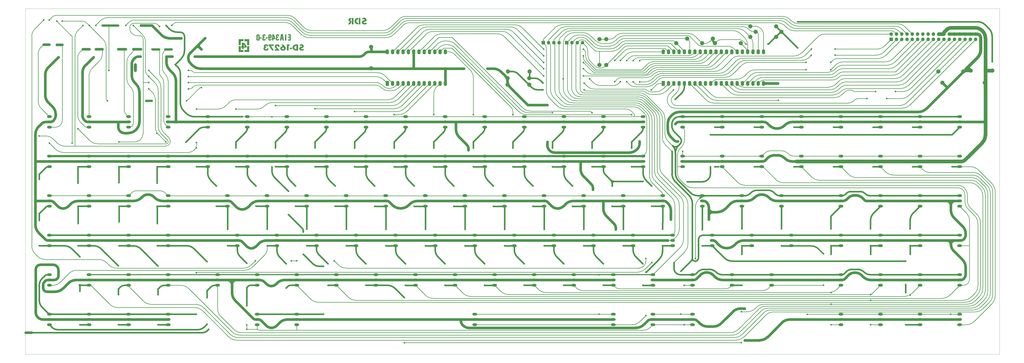
<source format=gbr>
%TF.GenerationSoftware,KiCad,Pcbnew,(6.0.5-0)*%
%TF.CreationDate,2022-06-24T21:01:44-04:00*%
%TF.ProjectId,SpaceCadet-rounded,53706163-6543-4616-9465-742d726f756e,rev?*%
%TF.SameCoordinates,Original*%
%TF.FileFunction,Copper,L2,Bot*%
%TF.FilePolarity,Positive*%
%FSLAX46Y46*%
G04 Gerber Fmt 4.6, Leading zero omitted, Abs format (unit mm)*
G04 Created by KiCad (PCBNEW (6.0.5-0)) date 2022-06-24 21:01:44*
%MOMM*%
%LPD*%
G01*
G04 APERTURE LIST*
%TA.AperFunction,Profile*%
%ADD10C,0.100000*%
%TD*%
%TA.AperFunction,ComponentPad*%
%ADD11O,2.286000X1.300000*%
%TD*%
%TA.AperFunction,ComponentPad*%
%ADD12R,1.600000X2.400000*%
%TD*%
%TA.AperFunction,ComponentPad*%
%ADD13O,1.600000X2.400000*%
%TD*%
%TA.AperFunction,ComponentPad*%
%ADD14C,2.000000*%
%TD*%
%TA.AperFunction,ComponentPad*%
%ADD15R,1.700000X1.700000*%
%TD*%
%TA.AperFunction,ComponentPad*%
%ADD16O,1.700000X1.700000*%
%TD*%
%TA.AperFunction,ViaPad*%
%ADD17C,0.800000*%
%TD*%
%TA.AperFunction,Conductor*%
%ADD18C,0.750000*%
%TD*%
%TA.AperFunction,Conductor*%
%ADD19C,0.250000*%
%TD*%
%TA.AperFunction,Conductor*%
%ADD20C,1.250000*%
%TD*%
%TA.AperFunction,Conductor*%
%ADD21C,1.500000*%
%TD*%
%TA.AperFunction,Conductor*%
%ADD22C,1.000000*%
%TD*%
%TA.AperFunction,Conductor*%
%ADD23C,1.060000*%
%TD*%
%TA.AperFunction,Conductor*%
%ADD24C,1.400000*%
%TD*%
%TA.AperFunction,Conductor*%
%ADD25C,0.700000*%
%TD*%
%TA.AperFunction,Conductor*%
%ADD26C,0.500000*%
%TD*%
%TA.AperFunction,Conductor*%
%ADD27C,1.750000*%
%TD*%
G04 APERTURE END LIST*
D10*
X64250000Y-81300000D02*
X533250000Y-81300000D01*
X533250000Y-81300000D02*
X533250000Y-247900000D01*
X533250000Y-247900000D02*
X64250000Y-247900000D01*
X64250000Y-247900000D02*
X64250000Y-81300000D01*
%TO.C,G\u002A\u002A\u002A*%
G36*
X192675805Y-100725139D02*
G01*
X191505498Y-100725139D01*
X191505498Y-100118313D01*
X192675805Y-100118313D01*
X192675805Y-100725139D01*
G37*
G36*
X190779474Y-98524204D02*
G01*
X191397136Y-98536231D01*
X191397136Y-99186401D01*
X191191249Y-99199612D01*
X190985362Y-99212824D01*
X190985362Y-100308515D01*
X190984608Y-100557552D01*
X190981844Y-100834332D01*
X190977341Y-101072228D01*
X190971405Y-101259289D01*
X190964344Y-101383564D01*
X190956465Y-101433102D01*
X190943023Y-101438859D01*
X190859072Y-101450707D01*
X190719116Y-101458924D01*
X190544690Y-101461999D01*
X190161812Y-101461999D01*
X190161812Y-98512178D01*
X190779474Y-98524204D01*
G37*
G36*
X224457044Y-85743616D02*
G01*
X224510140Y-85803910D01*
X224528025Y-85921055D01*
X224525166Y-86106479D01*
X224512495Y-86443057D01*
X224339116Y-86467381D01*
X224181077Y-86502600D01*
X223948260Y-86616351D01*
X223772936Y-86789930D01*
X223662395Y-87015020D01*
X223623928Y-87283304D01*
X223641263Y-87501377D01*
X223707475Y-87696360D01*
X223832573Y-87866466D01*
X223937427Y-87963943D01*
X224120066Y-88071075D01*
X224349952Y-88132185D01*
X224534167Y-88162792D01*
X224534167Y-88476844D01*
X224534130Y-88491964D01*
X224529203Y-88648267D01*
X224517608Y-88767385D01*
X224501659Y-88824578D01*
X224446254Y-88844285D01*
X224323521Y-88846983D01*
X224160057Y-88830839D01*
X223978672Y-88799144D01*
X223802173Y-88755187D01*
X223653370Y-88702256D01*
X223426640Y-88570085D01*
X223194300Y-88376178D01*
X222990757Y-88149781D01*
X222842723Y-87916777D01*
X222831862Y-87894227D01*
X222783164Y-87775058D01*
X222754140Y-87652906D01*
X222740072Y-87499927D01*
X222736243Y-87288278D01*
X222736830Y-87166628D01*
X222743747Y-86998916D01*
X222762660Y-86874629D01*
X222798805Y-86765973D01*
X222857420Y-86645151D01*
X222884170Y-86596140D01*
X223105583Y-86289544D01*
X223384631Y-86045747D01*
X223715260Y-85869074D01*
X224091415Y-85763848D01*
X224187356Y-85747873D01*
X224354272Y-85728746D01*
X224457044Y-85743616D01*
G37*
G36*
X222236897Y-88848688D02*
G01*
X221370003Y-88848688D01*
X221370003Y-85727869D01*
X222236897Y-85727869D01*
X222236897Y-88848688D01*
G37*
G36*
X177062054Y-95742965D02*
G01*
X177052272Y-95961141D01*
X177039029Y-96126308D01*
X177022361Y-96221657D01*
X176988332Y-96305617D01*
X176851137Y-96500599D01*
X176659935Y-96635590D01*
X176630699Y-96647323D01*
X176474816Y-96678521D01*
X176281329Y-96685247D01*
X176080916Y-96669494D01*
X175904254Y-96633258D01*
X175782021Y-96578530D01*
X175715523Y-96528054D01*
X175641895Y-96464381D01*
X175586138Y-96396419D01*
X175545570Y-96312398D01*
X175517504Y-96200545D01*
X175499256Y-96049091D01*
X175488140Y-95846265D01*
X175481473Y-95580296D01*
X175476568Y-95239413D01*
X175475319Y-95135651D01*
X176074781Y-95135651D01*
X176076826Y-95391221D01*
X176082800Y-95633434D01*
X176091979Y-95836704D01*
X176103639Y-95985117D01*
X176117053Y-96062761D01*
X176169180Y-96143372D01*
X176269833Y-96173944D01*
X176358170Y-96152334D01*
X176422612Y-96062761D01*
X176432628Y-96018554D01*
X176445814Y-95888152D01*
X176455403Y-95700335D01*
X176461400Y-95473103D01*
X176463810Y-95224461D01*
X176462635Y-94972409D01*
X176457882Y-94734951D01*
X176449554Y-94530089D01*
X176437655Y-94375824D01*
X176422190Y-94290160D01*
X176409896Y-94260992D01*
X176336019Y-94166169D01*
X176247201Y-94151868D01*
X176154720Y-94221006D01*
X176136653Y-94245944D01*
X176113045Y-94295916D01*
X176096260Y-94367992D01*
X176085170Y-94475088D01*
X176078646Y-94630120D01*
X176075559Y-94846003D01*
X176074781Y-95135651D01*
X175475319Y-95135651D01*
X175474017Y-95027522D01*
X175471847Y-94748248D01*
X175472738Y-94535397D01*
X175477443Y-94376469D01*
X175486715Y-94258963D01*
X175501308Y-94170380D01*
X175521976Y-94098218D01*
X175549472Y-94029979D01*
X175559526Y-94008126D01*
X175687944Y-93825088D01*
X175871891Y-93703409D01*
X176118411Y-93638239D01*
X176327368Y-93633221D01*
X176565463Y-93685123D01*
X176773022Y-93791391D01*
X176932681Y-93942637D01*
X177027070Y-94129472D01*
X177030403Y-94143182D01*
X177045916Y-94261850D01*
X177057703Y-94445153D01*
X177065800Y-94676285D01*
X177070246Y-94938438D01*
X177071078Y-95214807D01*
X177070981Y-95224461D01*
X177068335Y-95488585D01*
X177062054Y-95742965D01*
G37*
G36*
X169361433Y-100081740D02*
G01*
X169361433Y-100731911D01*
X168494539Y-100731911D01*
X168494539Y-100081740D01*
X168344796Y-100081740D01*
X168278092Y-100081277D01*
X168231328Y-100070119D01*
X168199977Y-100033254D01*
X168177025Y-99955669D01*
X168155458Y-99822350D01*
X168128260Y-99618282D01*
X168104211Y-99436565D01*
X168472867Y-99409897D01*
X168476056Y-99177596D01*
X169367713Y-99177596D01*
X169371832Y-99308189D01*
X169380082Y-99374303D01*
X169407520Y-99400202D01*
X169509084Y-99423933D01*
X169689415Y-99431570D01*
X169976772Y-99431570D01*
X169884600Y-99290699D01*
X169866967Y-99263429D01*
X169790590Y-99142325D01*
X169691917Y-98983089D01*
X169587767Y-98812800D01*
X169383105Y-98475771D01*
X169370606Y-98896404D01*
X169368161Y-99004657D01*
X169367713Y-99177596D01*
X168476056Y-99177596D01*
X168496371Y-97697781D01*
X169602504Y-97697781D01*
X170197156Y-98550639D01*
X170791808Y-99403498D01*
X170791808Y-100081740D01*
X169361433Y-100081740D01*
G37*
G36*
X188563963Y-95635906D02*
G01*
X188607604Y-95928990D01*
X188645377Y-96180475D01*
X188675619Y-96379315D01*
X188696666Y-96514466D01*
X188706854Y-96574883D01*
X188708824Y-96585929D01*
X188701173Y-96620127D01*
X188656046Y-96639729D01*
X188557054Y-96648634D01*
X188387809Y-96650736D01*
X188052297Y-96650736D01*
X188012601Y-96293142D01*
X187972904Y-95935548D01*
X187792638Y-95922413D01*
X187710889Y-95918024D01*
X187650706Y-95928031D01*
X187610771Y-95967137D01*
X187583461Y-96049587D01*
X187561149Y-96189628D01*
X187536211Y-96401504D01*
X187507796Y-96650736D01*
X186840550Y-96650736D01*
X187041609Y-95346101D01*
X187655286Y-95346101D01*
X187682927Y-95385884D01*
X187774409Y-95393739D01*
X187796283Y-95393796D01*
X187845531Y-95390836D01*
X187878825Y-95373827D01*
X187897369Y-95330736D01*
X187902367Y-95249528D01*
X187895023Y-95118172D01*
X187876540Y-94924633D01*
X187848123Y-94656879D01*
X187794893Y-94158415D01*
X187741065Y-94656879D01*
X187721117Y-94835757D01*
X187697954Y-95030197D01*
X187677994Y-95184069D01*
X187664084Y-95274541D01*
X187655286Y-95346101D01*
X187041609Y-95346101D01*
X187068674Y-95170484D01*
X187112231Y-94889427D01*
X187163969Y-94559806D01*
X187211045Y-94264479D01*
X187251785Y-94013727D01*
X187284514Y-93817834D01*
X187307558Y-93687079D01*
X187319242Y-93631747D01*
X187349551Y-93605436D01*
X187431368Y-93586580D01*
X187575772Y-93576346D01*
X187794721Y-93573261D01*
X188247757Y-93573261D01*
X188271719Y-93692459D01*
X188275593Y-93713962D01*
X188292635Y-93819492D01*
X188319677Y-93994247D01*
X188354979Y-94226717D01*
X188396800Y-94505396D01*
X188443399Y-94818774D01*
X188493034Y-95155343D01*
X188506889Y-95249528D01*
X188516118Y-95312269D01*
X188563963Y-95635906D01*
G37*
G36*
X169253071Y-96982593D02*
G01*
X168613737Y-96994588D01*
X167974402Y-97006583D01*
X167974402Y-98868088D01*
X166977474Y-98868088D01*
X166977474Y-96007337D01*
X169277583Y-96007337D01*
X169253071Y-96982593D01*
G37*
G36*
X189596924Y-100666897D02*
G01*
X189566449Y-100776284D01*
X189439087Y-101018698D01*
X189244004Y-101228445D01*
X188993431Y-101394112D01*
X188699601Y-101504282D01*
X188608275Y-101520573D01*
X188397650Y-101531536D01*
X188158201Y-101520564D01*
X187924740Y-101489906D01*
X187732081Y-101441809D01*
X187478826Y-101317226D01*
X187266916Y-101134354D01*
X187114622Y-100911746D01*
X187024824Y-100662700D01*
X187002171Y-100419544D01*
X187821198Y-100419544D01*
X187848382Y-100586634D01*
X187928223Y-100741955D01*
X188045060Y-100843145D01*
X188125937Y-100879277D01*
X188288048Y-100917520D01*
X188444525Y-100896584D01*
X188614157Y-100816463D01*
X188734971Y-100691798D01*
X188794370Y-100542846D01*
X188795324Y-100385450D01*
X188740805Y-100235452D01*
X188633786Y-100108695D01*
X188477239Y-100021023D01*
X188274135Y-99988278D01*
X188258078Y-99988714D01*
X188102347Y-100033154D01*
X187961888Y-100134755D01*
X187860304Y-100271042D01*
X187821198Y-100419544D01*
X187002171Y-100419544D01*
X187000398Y-100400512D01*
X187044224Y-100138479D01*
X187159179Y-99889898D01*
X187348142Y-99668065D01*
X187412229Y-99614382D01*
X187652503Y-99470404D01*
X187905711Y-99397428D01*
X188153326Y-99401586D01*
X188309733Y-99430929D01*
X187924595Y-99014164D01*
X187898730Y-98986117D01*
X187756861Y-98830113D01*
X187639575Y-98697581D01*
X187558436Y-98601783D01*
X187525009Y-98555979D01*
X187535516Y-98544488D01*
X187615060Y-98528639D01*
X187761574Y-98518273D01*
X187962722Y-98514558D01*
X188414882Y-98514558D01*
X188855333Y-99020790D01*
X188906401Y-99079670D01*
X189112600Y-99323449D01*
X189269088Y-99522689D01*
X189384952Y-99691679D01*
X189469277Y-99844710D01*
X189531148Y-99996074D01*
X189579652Y-100160059D01*
X189584849Y-100180588D01*
X189619445Y-100353834D01*
X189620198Y-100385450D01*
X189622922Y-100499870D01*
X189596924Y-100666897D01*
G37*
G36*
X185681781Y-98478572D02*
G01*
X185992340Y-98546667D01*
X186260059Y-98681847D01*
X186476350Y-98877203D01*
X186632626Y-99125830D01*
X186720299Y-99420820D01*
X186748660Y-99598176D01*
X185827341Y-99598176D01*
X185827341Y-99453187D01*
X185823941Y-99404371D01*
X185767567Y-99264505D01*
X185657523Y-99173080D01*
X185514194Y-99141848D01*
X185357968Y-99182565D01*
X185334003Y-99195778D01*
X185218163Y-99303095D01*
X185176355Y-99447217D01*
X185208376Y-99631236D01*
X185314027Y-99858244D01*
X185378104Y-99952640D01*
X185504515Y-100110151D01*
X185677057Y-100307468D01*
X185886458Y-100534041D01*
X186123447Y-100779319D01*
X186796824Y-101461999D01*
X184310276Y-101461999D01*
X184310276Y-100811828D01*
X184765396Y-100811828D01*
X184911021Y-100810505D01*
X185071025Y-100805297D01*
X185180158Y-100797058D01*
X185220515Y-100786772D01*
X185198817Y-100757690D01*
X185125126Y-100679879D01*
X185011580Y-100567293D01*
X184871034Y-100432950D01*
X184813498Y-100378258D01*
X184616315Y-100176325D01*
X184479356Y-100002551D01*
X184393322Y-99840436D01*
X184348913Y-99673483D01*
X184336830Y-99485193D01*
X184376642Y-99198813D01*
X184489450Y-98951277D01*
X184668731Y-98749300D01*
X184907965Y-98598374D01*
X185200633Y-98503989D01*
X185540214Y-98471637D01*
X185681781Y-98478572D01*
G37*
G36*
X172005460Y-102205631D02*
G01*
X169708191Y-102205631D01*
X169708191Y-101252047D01*
X171006841Y-101252047D01*
X171018523Y-100309300D01*
X171030204Y-99366553D01*
X172005460Y-99342041D01*
X172005460Y-102205631D01*
G37*
G36*
X194810532Y-101454673D02*
G01*
X194547355Y-101449247D01*
X194335383Y-101442441D01*
X194178524Y-101432476D01*
X194060484Y-101417196D01*
X193964966Y-101394447D01*
X193875674Y-101362075D01*
X193776311Y-101317925D01*
X193710390Y-101285323D01*
X193421762Y-101088507D01*
X193177560Y-100832190D01*
X192997833Y-100536499D01*
X192988164Y-100515153D01*
X192932735Y-100378377D01*
X192903320Y-100257877D01*
X192894458Y-100119511D01*
X192897969Y-100012203D01*
X193744968Y-100012203D01*
X193750152Y-100102519D01*
X193816019Y-100350911D01*
X193953256Y-100555270D01*
X194156628Y-100706767D01*
X194214593Y-100730341D01*
X194355354Y-100768270D01*
X194514222Y-100795306D01*
X194756351Y-100823763D01*
X194756351Y-99197654D01*
X194500203Y-99216183D01*
X194282822Y-99254338D01*
X194054205Y-99361025D01*
X193884411Y-99527057D01*
X193779360Y-99746195D01*
X193744968Y-100012203D01*
X192897969Y-100012203D01*
X192900687Y-99929136D01*
X192914820Y-99774456D01*
X192992649Y-99458452D01*
X193138539Y-99187091D01*
X193358482Y-98947524D01*
X193419184Y-98895886D01*
X193603362Y-98763616D01*
X193800155Y-98663965D01*
X194024168Y-98593096D01*
X194290007Y-98547172D01*
X194612277Y-98522355D01*
X195005583Y-98514809D01*
X195579901Y-98514558D01*
X195579901Y-101469019D01*
X194810532Y-101454673D01*
G37*
G36*
X221156779Y-86363269D02*
G01*
X220982358Y-86415527D01*
X220829828Y-86486555D01*
X220745280Y-86598018D01*
X220719833Y-86765292D01*
X220758485Y-86913600D01*
X220865809Y-87032370D01*
X221024600Y-87100000D01*
X221153280Y-87125736D01*
X221153280Y-87992436D01*
X220574050Y-88848688D01*
X220034808Y-88848688D01*
X219866783Y-88847867D01*
X219691207Y-88843257D01*
X219584595Y-88833583D01*
X219536520Y-88817711D01*
X219536554Y-88794507D01*
X219561590Y-88762715D01*
X219635696Y-88670209D01*
X219747097Y-88531912D01*
X219885849Y-88360161D01*
X220042011Y-88167295D01*
X220506480Y-87594263D01*
X220342844Y-87525892D01*
X220170528Y-87429938D01*
X219989525Y-87253836D01*
X219869089Y-87037499D01*
X219812250Y-86796141D01*
X219822040Y-86544978D01*
X219901490Y-86299223D01*
X220053630Y-86074091D01*
X220054784Y-86072816D01*
X220270035Y-85899233D01*
X220539753Y-85792708D01*
X220863035Y-85753598D01*
X221131607Y-85749541D01*
X221156779Y-86363269D01*
G37*
G36*
X189902853Y-96650736D02*
G01*
X189250464Y-96650736D01*
X189273246Y-93594934D01*
X189880071Y-93594934D01*
X189902853Y-96650736D01*
G37*
G36*
X180070111Y-98472220D02*
G01*
X180403866Y-98508185D01*
X180682748Y-98609116D01*
X180904334Y-98773234D01*
X181066205Y-98998764D01*
X181165939Y-99283927D01*
X181196345Y-99424797D01*
X180803313Y-99424797D01*
X180629571Y-99423564D01*
X180521823Y-99416089D01*
X180461033Y-99396636D01*
X180428166Y-99359470D01*
X180404184Y-99298856D01*
X180383307Y-99251695D01*
X180281155Y-99142585D01*
X180141986Y-99098039D01*
X179990888Y-99128404D01*
X179953497Y-99148904D01*
X179850549Y-99252680D01*
X179815745Y-99377306D01*
X179845450Y-99501753D01*
X179936026Y-99604991D01*
X180083839Y-99665991D01*
X180084416Y-99666100D01*
X180171743Y-99686295D01*
X180216733Y-99720551D01*
X180233429Y-99793078D01*
X180235874Y-99928085D01*
X180235874Y-100161657D01*
X180067297Y-100161657D01*
X179989817Y-100166130D01*
X179828332Y-100219664D01*
X179729541Y-100331850D01*
X179696035Y-100500326D01*
X179706926Y-100623486D01*
X179768012Y-100756595D01*
X179889095Y-100831627D01*
X180077255Y-100855173D01*
X180181246Y-100847788D01*
X180347628Y-100794704D01*
X180456751Y-100697815D01*
X180495942Y-100565876D01*
X180496015Y-100554353D01*
X180502320Y-100511620D01*
X180530420Y-100485297D01*
X180596536Y-100471412D01*
X180716894Y-100465994D01*
X180907717Y-100465070D01*
X181319491Y-100465070D01*
X181319491Y-100596497D01*
X181319478Y-100600662D01*
X181276601Y-100834944D01*
X181158452Y-101054306D01*
X180976203Y-101246889D01*
X180741030Y-101400834D01*
X180464107Y-101504282D01*
X180348749Y-101523545D01*
X180136546Y-101532427D01*
X179904253Y-101520428D01*
X179687084Y-101489835D01*
X179520251Y-101442938D01*
X179504865Y-101436408D01*
X179238534Y-101282887D01*
X179042698Y-101084474D01*
X178920913Y-100845982D01*
X178876735Y-100572223D01*
X178906048Y-100342307D01*
X179010448Y-100128339D01*
X179186451Y-99960679D01*
X179271413Y-99897044D01*
X179291975Y-99854295D01*
X179257103Y-99811983D01*
X179168138Y-99708968D01*
X179090710Y-99523937D01*
X179064320Y-99308094D01*
X179091129Y-99085483D01*
X179173300Y-98880151D01*
X179273099Y-98746131D01*
X179475254Y-98593571D01*
X179737963Y-98502087D01*
X180060169Y-98472166D01*
X180070111Y-98472220D01*
G37*
G36*
X192025635Y-96650736D02*
G01*
X191353792Y-96650736D01*
X191270116Y-96650629D01*
X191029197Y-96648305D01*
X190860863Y-96642218D01*
X190754171Y-96631406D01*
X190698181Y-96614910D01*
X190681949Y-96591768D01*
X190680826Y-96566947D01*
X190671013Y-96465035D01*
X190654385Y-96331700D01*
X190626821Y-96130599D01*
X191418809Y-96130599D01*
X191418809Y-95307050D01*
X190725293Y-95307050D01*
X190725293Y-94790560D01*
X191061215Y-94777900D01*
X191397136Y-94765241D01*
X191409835Y-94452775D01*
X191422535Y-94140309D01*
X191063078Y-94127690D01*
X190703621Y-94115070D01*
X190703621Y-93594934D01*
X191364628Y-93582969D01*
X192025635Y-93571003D01*
X192025635Y-96650736D01*
G37*
G36*
X180929389Y-95408187D02*
G01*
X180927209Y-95498207D01*
X180916726Y-95611823D01*
X180900492Y-95668256D01*
X180870805Y-95676976D01*
X180768364Y-95687392D01*
X180612784Y-95694514D01*
X180423701Y-95697152D01*
X179975805Y-95697152D01*
X179975805Y-95177016D01*
X180929389Y-95177016D01*
X180929389Y-95408187D01*
G37*
G36*
X197469435Y-98489451D02*
G01*
X197736448Y-98573249D01*
X197956730Y-98712038D01*
X198123194Y-98902906D01*
X198228754Y-99142939D01*
X198266321Y-99429223D01*
X198265405Y-99480046D01*
X198230025Y-99691475D01*
X198137913Y-99868444D01*
X197981599Y-100018604D01*
X197753617Y-100149604D01*
X197446498Y-100269095D01*
X197438232Y-100271857D01*
X197216926Y-100356161D01*
X197071323Y-100438029D01*
X196991350Y-100524924D01*
X196966932Y-100624308D01*
X196972106Y-100672207D01*
X197033732Y-100776864D01*
X197152676Y-100843032D01*
X197313456Y-100869476D01*
X197500588Y-100854961D01*
X197698592Y-100798252D01*
X197891984Y-100698114D01*
X197944221Y-100664801D01*
X198030260Y-100615717D01*
X198068857Y-100602694D01*
X198080850Y-100621531D01*
X198126681Y-100701619D01*
X198191553Y-100819450D01*
X198263259Y-100952310D01*
X198329592Y-101077481D01*
X198378344Y-101172246D01*
X198397307Y-101213890D01*
X198396186Y-101217291D01*
X198347295Y-101251749D01*
X198241934Y-101303729D01*
X198101991Y-101364164D01*
X197949356Y-101423981D01*
X197805918Y-101474112D01*
X197693568Y-101505486D01*
X197452532Y-101534585D01*
X197158172Y-101526421D01*
X196873266Y-101478558D01*
X196633315Y-101394706D01*
X196533275Y-101338240D01*
X196326610Y-101156901D01*
X196184536Y-100927595D01*
X196113898Y-100663899D01*
X196121539Y-100379390D01*
X196150168Y-100260395D01*
X196248581Y-100063927D01*
X196410964Y-99899739D01*
X196644558Y-99761442D01*
X196956603Y-99642649D01*
X197091347Y-99598143D01*
X197228318Y-99548198D01*
X197314197Y-99511215D01*
X197367587Y-99460883D01*
X197400877Y-99355556D01*
X197383946Y-99244711D01*
X197316539Y-99166254D01*
X197227777Y-99135436D01*
X197054206Y-99122409D01*
X196869655Y-99148401D01*
X196712811Y-99210571D01*
X196681962Y-99228919D01*
X196595526Y-99274475D01*
X196554804Y-99286263D01*
X196552692Y-99283355D01*
X196520468Y-99228700D01*
X196460077Y-99121366D01*
X196382535Y-98980878D01*
X196222516Y-98688664D01*
X196345492Y-98639627D01*
X196458876Y-98597139D01*
X196823562Y-98498483D01*
X197162777Y-98463558D01*
X197469435Y-98489451D01*
G37*
G36*
X178068638Y-95700085D02*
G01*
X177602682Y-95687782D01*
X177136727Y-95675480D01*
X177123728Y-95426248D01*
X177110728Y-95177016D01*
X178068638Y-95177016D01*
X178068638Y-95700085D01*
G37*
G36*
X185829165Y-93657275D02*
G01*
X186053526Y-93735808D01*
X186215711Y-93873896D01*
X186314184Y-94070111D01*
X186347410Y-94323026D01*
X186347478Y-94530982D01*
X186076573Y-94518077D01*
X185805669Y-94505173D01*
X185783996Y-94336220D01*
X185768390Y-94257855D01*
X185713639Y-94146045D01*
X185636818Y-94101418D01*
X185549234Y-94133727D01*
X185540173Y-94143062D01*
X185503173Y-94233085D01*
X185483019Y-94369671D01*
X185480607Y-94520430D01*
X185496835Y-94652969D01*
X185532597Y-94734900D01*
X185541406Y-94742117D01*
X185627962Y-94773974D01*
X185749321Y-94786913D01*
X185914031Y-94786913D01*
X185914031Y-95307050D01*
X185747370Y-95307050D01*
X185643941Y-95314089D01*
X185538722Y-95354378D01*
X185475725Y-95441517D01*
X185447390Y-95588043D01*
X185446156Y-95806492D01*
X185451566Y-95916579D01*
X185467042Y-96060073D01*
X185493366Y-96145381D01*
X185534764Y-96190839D01*
X185574586Y-96209694D01*
X185668366Y-96202464D01*
X185739745Y-96123999D01*
X185775777Y-95985339D01*
X185789229Y-95827186D01*
X186390822Y-95827186D01*
X186389870Y-95989729D01*
X186384089Y-96081960D01*
X186322699Y-96304886D01*
X186202725Y-96486306D01*
X186034692Y-96607903D01*
X185943303Y-96643316D01*
X185701767Y-96689610D01*
X185456624Y-96679719D01*
X185228231Y-96618142D01*
X185036946Y-96509374D01*
X184903125Y-96357915D01*
X184897011Y-96346804D01*
X184838806Y-96182750D01*
X184801868Y-95967380D01*
X184789717Y-95731544D01*
X184805877Y-95506089D01*
X184814613Y-95456870D01*
X184873626Y-95298167D01*
X184990632Y-95155620D01*
X185017189Y-95129554D01*
X185090629Y-95048724D01*
X185106734Y-95003446D01*
X185072976Y-94977566D01*
X185028853Y-94952478D01*
X184944772Y-94838326D01*
X184892052Y-94654458D01*
X184873825Y-94409800D01*
X184874262Y-94369200D01*
X184906788Y-94096679D01*
X184993325Y-93890848D01*
X185137233Y-93748184D01*
X185341877Y-93665168D01*
X185610618Y-93638278D01*
X185829165Y-93657275D01*
G37*
G36*
X167952730Y-99366553D02*
G01*
X167964411Y-100309300D01*
X167976093Y-101252047D01*
X169274744Y-101252047D01*
X169274744Y-102205631D01*
X166977474Y-102205631D01*
X166977474Y-99342041D01*
X167952730Y-99366553D01*
G37*
G36*
X184527000Y-95704860D02*
G01*
X184527000Y-95954081D01*
X183681778Y-95978893D01*
X183669119Y-96314814D01*
X183656459Y-96650736D01*
X183096624Y-96650736D01*
X183096624Y-96321593D01*
X183096610Y-96303766D01*
X183093428Y-96140202D01*
X183081635Y-96042778D01*
X183056824Y-95992656D01*
X183014585Y-95970996D01*
X183009513Y-95969485D01*
X182941106Y-95903935D01*
X182896102Y-95770051D01*
X182879901Y-95583372D01*
X182880183Y-95568851D01*
X182905360Y-95498741D01*
X182988263Y-95480429D01*
X183096624Y-95480429D01*
X183660106Y-95480429D01*
X183812638Y-95480429D01*
X183826031Y-95480407D01*
X183919010Y-95473645D01*
X183948384Y-95440714D01*
X183935092Y-95361231D01*
X183920331Y-95303426D01*
X183885135Y-95166944D01*
X183838492Y-94986929D01*
X183786493Y-94786913D01*
X183667972Y-94331794D01*
X183664039Y-94906111D01*
X183660106Y-95480429D01*
X183096624Y-95480429D01*
X183096624Y-93656918D01*
X183534942Y-93669271D01*
X183973260Y-93681623D01*
X184250130Y-94568631D01*
X184271219Y-94636433D01*
X184370454Y-94964825D01*
X184442967Y-95224854D01*
X184491441Y-95427529D01*
X184493728Y-95440714D01*
X184518557Y-95583861D01*
X184527000Y-95704860D01*
G37*
G36*
X225574440Y-88848688D02*
G01*
X224750891Y-88848688D01*
X224750891Y-85727869D01*
X225574440Y-85727869D01*
X225574440Y-88848688D01*
G37*
G36*
X227529660Y-85662935D02*
G01*
X227836211Y-85732738D01*
X228103290Y-85862396D01*
X228138913Y-85887322D01*
X228317255Y-86063949D01*
X228440158Y-86278906D01*
X228506658Y-86515576D01*
X228515792Y-86757339D01*
X228466596Y-86987580D01*
X228358107Y-87189678D01*
X228189362Y-87347018D01*
X228173188Y-87357093D01*
X228040000Y-87425856D01*
X227863260Y-87502078D01*
X227676659Y-87571037D01*
X227561335Y-87611804D01*
X227347129Y-87706475D01*
X227212145Y-87801861D01*
X227151253Y-87902339D01*
X227159325Y-88012283D01*
X227178931Y-88056356D01*
X227283109Y-88165605D01*
X227437849Y-88222489D01*
X227628286Y-88226062D01*
X227839553Y-88175375D01*
X228056786Y-88069481D01*
X228148004Y-88013673D01*
X228240733Y-87959426D01*
X228282618Y-87938449D01*
X228287634Y-87942807D01*
X228326745Y-87999537D01*
X228393813Y-88108124D01*
X228477875Y-88251023D01*
X228545186Y-88369102D01*
X228602965Y-88480208D01*
X228624645Y-88547804D01*
X228615086Y-88589794D01*
X228579148Y-88624079D01*
X228439343Y-88708339D01*
X228227593Y-88798729D01*
X227980071Y-88876422D01*
X227847332Y-88900854D01*
X227637615Y-88918098D01*
X227415519Y-88918196D01*
X227086485Y-88877645D01*
X226783669Y-88777818D01*
X226543199Y-88622632D01*
X226368069Y-88414771D01*
X226261273Y-88156919D01*
X226225804Y-87851760D01*
X226225810Y-87850402D01*
X226259244Y-87598440D01*
X226359820Y-87384263D01*
X226531867Y-87203310D01*
X226779713Y-87051022D01*
X227107689Y-86922838D01*
X227224267Y-86883833D01*
X227419599Y-86803056D01*
X227541033Y-86722731D01*
X227596931Y-86636243D01*
X227595658Y-86536980D01*
X227591999Y-86524172D01*
X227518201Y-86421691D01*
X227388355Y-86362952D01*
X227220485Y-86349652D01*
X227032617Y-86383486D01*
X226842774Y-86466150D01*
X226702404Y-86547904D01*
X226530146Y-86235957D01*
X226503622Y-86186874D01*
X226434992Y-86047253D01*
X226394007Y-85943222D01*
X226388775Y-85894373D01*
X226417825Y-85875298D01*
X226524566Y-85830372D01*
X226678894Y-85779496D01*
X226856394Y-85729797D01*
X227032652Y-85688403D01*
X227183253Y-85662440D01*
X227212274Y-85659211D01*
X227529660Y-85662935D01*
G37*
G36*
X172005460Y-98868088D02*
G01*
X171008532Y-98868088D01*
X171008532Y-97006583D01*
X170369198Y-96994588D01*
X169729863Y-96982593D01*
X169717607Y-96494965D01*
X169705352Y-96007337D01*
X172005460Y-96007337D01*
X172005460Y-98868088D01*
G37*
G36*
X182801100Y-95023457D02*
G01*
X182730696Y-95253455D01*
X182621393Y-95413917D01*
X182555880Y-95466024D01*
X182370941Y-95544597D01*
X182167131Y-95559401D01*
X181976845Y-95505815D01*
X181839628Y-95434858D01*
X181839628Y-95714890D01*
X181849261Y-95939445D01*
X181881922Y-96102108D01*
X181939518Y-96190444D01*
X182023913Y-96209458D01*
X182103301Y-96169721D01*
X182162840Y-96054746D01*
X182204313Y-95913876D01*
X182804486Y-95913876D01*
X182782571Y-96108302D01*
X182781498Y-96117495D01*
X182725815Y-96334866D01*
X182612735Y-96494276D01*
X182432239Y-96610071D01*
X182288919Y-96660728D01*
X182044524Y-96694344D01*
X181802990Y-96671976D01*
X181587781Y-96596828D01*
X181422356Y-96472107D01*
X181392115Y-96436551D01*
X181333227Y-96350036D01*
X181288369Y-96248009D01*
X181255731Y-96118616D01*
X181233500Y-95950005D01*
X181219864Y-95730322D01*
X181213011Y-95447713D01*
X181211130Y-95090326D01*
X181211183Y-94972085D01*
X181212235Y-94688950D01*
X181214096Y-94564798D01*
X181840295Y-94564798D01*
X181847359Y-94734514D01*
X181862335Y-94877198D01*
X181884498Y-94963142D01*
X181917967Y-95003491D01*
X182006810Y-95042296D01*
X182099961Y-95034629D01*
X182160076Y-94978419D01*
X182161076Y-94975585D01*
X182173865Y-94894990D01*
X182182937Y-94757741D01*
X182186385Y-94591862D01*
X182183713Y-94409902D01*
X182170713Y-94268163D01*
X182141693Y-94185271D01*
X182091006Y-94146405D01*
X182013007Y-94136743D01*
X181927007Y-94152563D01*
X181865938Y-94205305D01*
X181852818Y-94263098D01*
X181841872Y-94397757D01*
X181840295Y-94564798D01*
X181214096Y-94564798D01*
X181215436Y-94475367D01*
X181221829Y-94318653D01*
X181232457Y-94206128D01*
X181248360Y-94125108D01*
X181270581Y-94062911D01*
X181300162Y-94006856D01*
X181353027Y-93929802D01*
X181530319Y-93769353D01*
X181753645Y-93665711D01*
X182003787Y-93625875D01*
X182261525Y-93656841D01*
X182381557Y-93696593D01*
X182568189Y-93806333D01*
X182700029Y-93967163D01*
X182783450Y-94188390D01*
X182824827Y-94479320D01*
X182827423Y-94591862D01*
X182830674Y-94732802D01*
X182801100Y-95023457D01*
G37*
G36*
X182500635Y-98524740D02*
G01*
X183768467Y-98536231D01*
X183768467Y-99186401D01*
X183150805Y-99198428D01*
X183062644Y-99200315D01*
X182854043Y-99206273D01*
X182686012Y-99213208D01*
X182573922Y-99220406D01*
X182533143Y-99227152D01*
X182534096Y-99229587D01*
X182564781Y-99283118D01*
X182634444Y-99398862D01*
X182737332Y-99567421D01*
X182867689Y-99779399D01*
X183019760Y-100025398D01*
X183187788Y-100296022D01*
X183218801Y-100345892D01*
X183386095Y-100615795D01*
X183537582Y-100861642D01*
X183667233Y-101073544D01*
X183769018Y-101241609D01*
X183836908Y-101355948D01*
X183864873Y-101406671D01*
X183867179Y-101418936D01*
X183845528Y-101440874D01*
X183775188Y-101452914D01*
X183643557Y-101456414D01*
X183438034Y-101452737D01*
X182988755Y-101440326D01*
X182114237Y-100009951D01*
X182072112Y-99941017D01*
X181880528Y-99626689D01*
X181704811Y-99337071D01*
X181549874Y-99080355D01*
X181420636Y-98864737D01*
X181322010Y-98698411D01*
X181258913Y-98589571D01*
X181236261Y-98546412D01*
X181239508Y-98543975D01*
X181302996Y-98536347D01*
X181439416Y-98530244D01*
X181638079Y-98525849D01*
X181888295Y-98523344D01*
X182179377Y-98522913D01*
X182500635Y-98524740D01*
G37*
G36*
X179340336Y-93652789D02*
G01*
X179573136Y-93721957D01*
X179744276Y-93851799D01*
X179853242Y-94041865D01*
X179899519Y-94291712D01*
X179910788Y-94505173D01*
X179347307Y-94505173D01*
X179325635Y-94336220D01*
X179299897Y-94221931D01*
X179240353Y-94122160D01*
X179167656Y-94094013D01*
X179096964Y-94134054D01*
X179043433Y-94238851D01*
X179022222Y-94404968D01*
X179022228Y-94410835D01*
X179034195Y-94596238D01*
X179075429Y-94711443D01*
X179155460Y-94770364D01*
X179283815Y-94786913D01*
X179455669Y-94786913D01*
X179455669Y-95307050D01*
X179303962Y-95307050D01*
X179278218Y-95307509D01*
X179136890Y-95336420D01*
X179044498Y-95417426D01*
X178994130Y-95560485D01*
X178978877Y-95775557D01*
X178979094Y-95810851D01*
X178993945Y-96015290D01*
X179034856Y-96143821D01*
X179105645Y-96203475D01*
X179210133Y-96201282D01*
X179267917Y-96179949D01*
X179321960Y-96119260D01*
X179352451Y-95999839D01*
X179380059Y-95827186D01*
X179932461Y-95827186D01*
X179932461Y-96001957D01*
X179915690Y-96175214D01*
X179836867Y-96389030D01*
X179700533Y-96551168D01*
X179514507Y-96649513D01*
X179299312Y-96689353D01*
X179056535Y-96686124D01*
X178827397Y-96638898D01*
X178634531Y-96552534D01*
X178500574Y-96431889D01*
X178490833Y-96417487D01*
X178417282Y-96252783D01*
X178365981Y-96036452D01*
X178342133Y-95798497D01*
X178350941Y-95568924D01*
X178354174Y-95544024D01*
X178385366Y-95394049D01*
X178442987Y-95283325D01*
X178547685Y-95169983D01*
X178633568Y-95081783D01*
X178672469Y-95018477D01*
X178651867Y-94987224D01*
X178577850Y-94935109D01*
X178494118Y-94806312D01*
X178436850Y-94630534D01*
X178415558Y-94430197D01*
X178415708Y-94405143D01*
X178446757Y-94125385D01*
X178533392Y-93911489D01*
X178677877Y-93761019D01*
X178882475Y-93671540D01*
X179149449Y-93640617D01*
X179340336Y-93652789D01*
G37*
%TD*%
D11*
%TO.P,SW91,1,VCC*%
%TO.N,ROW6*%
X456825000Y-190510000D03*
%TO.P,SW91,2,+5V*%
%TO.N,+5V*%
X456825000Y-193050000D03*
%TO.P,SW91,3,VOUT*%
%TO.N,COL11*%
X456825000Y-195590000D03*
%TD*%
%TO.P,SW73,1,VCC*%
%TO.N,ROW3*%
X94875000Y-190510000D03*
%TO.P,SW73,2,+5V*%
%TO.N,+5V*%
X94875000Y-193050000D03*
%TO.P,SW73,3,VOUT*%
%TO.N,COL0*%
X94875000Y-195590000D03*
%TD*%
%TO.P,SW104,1,VCC*%
%TO.N,ROW4*%
X252037500Y-209560000D03*
%TO.P,SW104,2,+5V*%
%TO.N,+5V*%
X252037500Y-212100000D03*
%TO.P,SW104,3,VOUT*%
%TO.N,COL8*%
X252037500Y-214640000D03*
%TD*%
%TO.P,SW31,1,VCC*%
%TO.N,ROW1*%
X190125000Y-152410000D03*
%TO.P,SW31,2,+5V*%
%TO.N,+5V*%
X190125000Y-154950000D03*
%TO.P,SW31,3,VOUT*%
%TO.N,COL6*%
X190125000Y-157490000D03*
%TD*%
%TO.P,SW7,1,VCC*%
%TO.N,ROW0*%
X190125000Y-133360000D03*
%TO.P,SW7,2,+5V*%
%TO.N,+5V*%
X190125000Y-135900000D03*
%TO.P,SW7,3,VOUT*%
%TO.N,COL6*%
X190125000Y-138440000D03*
%TD*%
%TO.P,SW112,1,VCC*%
%TO.N,ROW5*%
X404437500Y-209560000D03*
%TO.P,SW112,2,+5V*%
%TO.N,+5V*%
X404437500Y-212100000D03*
%TO.P,SW112,3,VOUT*%
%TO.N,COL14*%
X404437500Y-214640000D03*
%TD*%
%TO.P,SW113,1,VCC*%
%TO.N,ROW5*%
X423487500Y-209560000D03*
%TO.P,SW113,2,+5V*%
%TO.N,+5V*%
X423487500Y-212100000D03*
%TO.P,SW113,3,VOUT*%
%TO.N,COL12*%
X423487500Y-214640000D03*
%TD*%
%TO.P,SW127,1,VCC*%
%TO.N,ROW5*%
X494925000Y-228610000D03*
%TO.P,SW127,2,+5V*%
%TO.N,+5V*%
X494925000Y-231150000D03*
%TO.P,SW127,3,VOUT*%
%TO.N,COL13*%
X494925000Y-233690000D03*
%TD*%
D12*
%TO.P,U2,1,T0*%
%TO.N,T0*%
X371353000Y-117353000D03*
D13*
%TO.P,U2,2,X1*%
%TO.N,/X1*%
X373893000Y-117353000D03*
%TO.P,U2,3,X2*%
%TO.N,/X2*%
X376433000Y-117353000D03*
%TO.P,U2,4,~{RESET}*%
%TO.N,RESET*%
X378973000Y-117353000D03*
%TO.P,U2,5,~{SS}*%
%TO.N,+5V*%
X381513000Y-117353000D03*
%TO.P,U2,6,~{INT}*%
%TO.N,INT*%
X384053000Y-117353000D03*
%TO.P,U2,7,EA*%
%TO.N,GND*%
X386593000Y-117353000D03*
%TO.P,U2,8,~{RD}*%
%TO.N,READ*%
X389133000Y-117353000D03*
%TO.P,U2,9,~{PSEN}*%
%TO.N,unconnected-(U2-Pad9)*%
X391673000Y-117353000D03*
%TO.P,U2,10,~{WR}*%
%TO.N,WRITE*%
X394213000Y-117353000D03*
%TO.P,U2,11,ALE*%
%TO.N,unconnected-(U2-Pad11)*%
X396753000Y-117353000D03*
%TO.P,U2,12,DB.0*%
%TO.N,/DB0*%
X399293000Y-117353000D03*
%TO.P,U2,13,DB.1*%
%TO.N,/DB1*%
X401833000Y-117353000D03*
%TO.P,U2,14,DB.2*%
%TO.N,/DB2*%
X404373000Y-117353000D03*
%TO.P,U2,15,DB.3*%
%TO.N,/DB3*%
X406913000Y-117353000D03*
%TO.P,U2,16,DB.4*%
%TO.N,/DB4*%
X409453000Y-117353000D03*
%TO.P,U2,17,DB.5*%
%TO.N,/DB5*%
X411993000Y-117353000D03*
%TO.P,U2,18,DB.6*%
%TO.N,/DB6*%
X414533000Y-117353000D03*
%TO.P,U2,19,DB.7*%
%TO.N,/DB7*%
X417073000Y-117353000D03*
%TO.P,U2,20,GND*%
%TO.N,GND*%
X419613000Y-117353000D03*
%TO.P,U2,21,P2.0*%
%TO.N,ROW0*%
X419613000Y-102113000D03*
%TO.P,U2,22,P2.1*%
%TO.N,ROW1*%
X417073000Y-102113000D03*
%TO.P,U2,23,P2.2*%
%TO.N,ROW2*%
X414533000Y-102113000D03*
%TO.P,U2,24,P2.3*%
%TO.N,ROW3*%
X411993000Y-102113000D03*
%TO.P,U2,25,PROG*%
%TO.N,unconnected-(U2-Pad25)*%
X409453000Y-102113000D03*
%TO.P,U2,26,VDD*%
%TO.N,+5V*%
X406913000Y-102113000D03*
%TO.P,U2,27,P1.0*%
%TO.N,/A0*%
X404373000Y-102113000D03*
%TO.P,U2,28,P1.1*%
%TO.N,/A1*%
X401833000Y-102113000D03*
%TO.P,U2,29,P1.2*%
%TO.N,/A2*%
X399293000Y-102113000D03*
%TO.P,U2,30,P1.3*%
%TO.N,/A3*%
X396753000Y-102113000D03*
%TO.P,U2,31,P1.4*%
%TO.N,/A4*%
X394213000Y-102113000D03*
%TO.P,U2,32,P1.5*%
%TO.N,A5*%
X391673000Y-102113000D03*
%TO.P,U2,33,P1.6*%
%TO.N,A6*%
X389133000Y-102113000D03*
%TO.P,U2,34,P1.7*%
%TO.N,A7*%
X386593000Y-102113000D03*
%TO.P,U2,35,P2.4*%
%TO.N,ROW4*%
X384053000Y-102113000D03*
%TO.P,U2,36,P2.5*%
%TO.N,ROW5*%
X381513000Y-102113000D03*
%TO.P,U2,37,P2.6*%
%TO.N,ROW6*%
X378973000Y-102113000D03*
%TO.P,U2,38,P2.7*%
%TO.N,ROW7*%
X376433000Y-102113000D03*
%TO.P,U2,39,T1*%
%TO.N,T1*%
X373893000Y-102113000D03*
%TO.P,U2,40,VCC*%
%TO.N,+5V*%
X371353000Y-102113000D03*
%TD*%
D11*
%TO.P,SW1,1,VCC*%
%TO.N,ROW7*%
X75825000Y-133360000D03*
%TO.P,SW1,2,+5V*%
%TO.N,+5V*%
X75825000Y-135900000D03*
%TO.P,SW1,3,VOUT*%
%TO.N,COL4*%
X75825000Y-138440000D03*
%TD*%
D14*
%TO.P,C12,1*%
%TO.N,+5V*%
X230710000Y-99680000D03*
%TO.P,C12,2*%
%TO.N,GND*%
X230710000Y-110080000D03*
%TD*%
D11*
%TO.P,SW10,1,VCC*%
%TO.N,ROW0*%
X247275000Y-133360000D03*
%TO.P,SW10,2,+5V*%
%TO.N,+5V*%
X247275000Y-135900000D03*
%TO.P,SW10,3,VOUT*%
%TO.N,COL9*%
X247275000Y-138440000D03*
%TD*%
D14*
%TO.P,C15,1*%
%TO.N,+5V*%
X529770000Y-111150000D03*
%TO.P,C15,2*%
%TO.N,GND*%
X519370000Y-111150000D03*
%TD*%
D11*
%TO.P,SW59,1,VCC*%
%TO.N,ROW2*%
X275850000Y-171460000D03*
%TO.P,SW59,2,+5V*%
%TO.N,+5V*%
X275850000Y-174000000D03*
%TO.P,SW59,3,VOUT*%
%TO.N,COL10*%
X275850000Y-176540000D03*
%TD*%
D15*
%TO.P,J0,1,Pin_1*%
%TO.N,A5*%
X481071000Y-96074000D03*
D16*
%TO.P,J0,2,Pin_2*%
%TO.N,CONN2*%
X481071000Y-93534000D03*
%TO.P,J0,3,Pin_3*%
%TO.N,CONN3*%
X483611000Y-96074000D03*
%TO.P,J0,4,Pin_4*%
%TO.N,CONN4*%
X483611000Y-93534000D03*
%TO.P,J0,5,Pin_5*%
%TO.N,CONN5*%
X486151000Y-96074000D03*
%TO.P,J0,6,Pin_6*%
%TO.N,CONN6*%
X486151000Y-93534000D03*
%TO.P,J0,7,Pin_7*%
%TO.N,unconnected-(J0-Pad7)*%
X488691000Y-96074000D03*
%TO.P,J0,8,Pin_8*%
%TO.N,CONN8*%
X488691000Y-93534000D03*
%TO.P,J0,9,Pin_9*%
%TO.N,CONN9*%
X491231000Y-96074000D03*
%TO.P,J0,10,Pin_10*%
%TO.N,CONN10*%
X491231000Y-93534000D03*
%TO.P,J0,11,Pin_11*%
%TO.N,/DB4*%
X493771000Y-96074000D03*
%TO.P,J0,12,Pin_12*%
%TO.N,unconnected-(J0-Pad12)*%
X493771000Y-93534000D03*
%TO.P,J0,13,Pin_13*%
%TO.N,/DB5*%
X496311000Y-96074000D03*
%TO.P,J0,14,Pin_14*%
%TO.N,unconnected-(J0-Pad14)*%
X496311000Y-93534000D03*
%TO.P,J0,15,Pin_15*%
%TO.N,/DB6*%
X498851000Y-96074000D03*
%TO.P,J0,16,Pin_16*%
%TO.N,unconnected-(J0-Pad16)*%
X498851000Y-93534000D03*
%TO.P,J0,17,Pin_17*%
%TO.N,/DB7*%
X501391000Y-96074000D03*
%TO.P,J0,18,Pin_18*%
%TO.N,unconnected-(J0-Pad18)*%
X501391000Y-93534000D03*
%TO.P,J0,19,Pin_19*%
%TO.N,/DB3*%
X503931000Y-96074000D03*
%TO.P,J0,20,Pin_20*%
%TO.N,+5V*%
X503931000Y-93534000D03*
%TO.P,J0,21,Pin_21*%
%TO.N,/DB2*%
X506471000Y-96074000D03*
%TO.P,J0,22,Pin_22*%
%TO.N,+5V*%
X506471000Y-93534000D03*
%TO.P,J0,23,Pin_23*%
%TO.N,/DB1*%
X509011000Y-96074000D03*
%TO.P,J0,24,Pin_24*%
%TO.N,GND*%
X509011000Y-93534000D03*
%TO.P,J0,25,Pin_25*%
%TO.N,/DB0*%
X511551000Y-96074000D03*
%TO.P,J0,26,Pin_26*%
%TO.N,GND*%
X511551000Y-93534000D03*
%TO.P,J0,27,Pin_27*%
%TO.N,CONN27*%
X514091000Y-96074000D03*
%TO.P,J0,28,Pin_28*%
%TO.N,GND*%
X514091000Y-93534000D03*
%TO.P,J0,29,Pin_29*%
%TO.N,CONN29*%
X516631000Y-96074000D03*
%TO.P,J0,30,Pin_30*%
%TO.N,GND*%
X516631000Y-93534000D03*
%TO.P,J0,31,Pin_31*%
%TO.N,RESET*%
X519171000Y-96074000D03*
%TO.P,J0,32,Pin_32*%
%TO.N,GND*%
X519171000Y-93534000D03*
%TO.P,J0,33,Pin_33*%
%TO.N,CONN33*%
X521711000Y-96074000D03*
%TO.P,J0,34,Pin_34*%
%TO.N,GND*%
X521711000Y-93534000D03*
%TD*%
D11*
%TO.P,SW98,1,VCC*%
%TO.N,ROW4*%
X132975000Y-209560000D03*
%TO.P,SW98,2,+5V*%
%TO.N,+5V*%
X132975000Y-212100000D03*
%TO.P,SW98,3,VOUT*%
%TO.N,COL2*%
X132975000Y-214640000D03*
%TD*%
%TO.P,SW93,1,VCC*%
%TO.N,ROW6*%
X494925000Y-190510000D03*
%TO.P,SW93,2,+5V*%
%TO.N,+5V*%
X494925000Y-193050000D03*
%TO.P,SW93,3,VOUT*%
%TO.N,COL9*%
X494925000Y-195590000D03*
%TD*%
D12*
%TO.P,U1,1,S0*%
%TO.N,COL0*%
X238501000Y-117328000D03*
D13*
%TO.P,U1,2,S1*%
%TO.N,COL1*%
X241041000Y-117328000D03*
%TO.P,U1,3,S2*%
%TO.N,COL2*%
X243581000Y-117328000D03*
%TO.P,U1,4,S3*%
%TO.N,/COL3*%
X246121000Y-117328000D03*
%TO.P,U1,5,S4*%
%TO.N,COL4*%
X248661000Y-117328000D03*
%TO.P,U1,6,S5*%
%TO.N,/COL5*%
X251201000Y-117328000D03*
%TO.P,U1,7,S6*%
%TO.N,/COL6*%
X253741000Y-117328000D03*
%TO.P,U1,8,S7*%
%TO.N,/COL7*%
X256281000Y-117328000D03*
%TO.P,U1,9,S8*%
%TO.N,/COL8*%
X258821000Y-117328000D03*
%TO.P,U1,10,S9*%
%TO.N,/COL9*%
X261361000Y-117328000D03*
%TO.P,U1,11,S10*%
%TO.N,/COL10*%
X263901000Y-117328000D03*
%TO.P,U1,12,GND*%
%TO.N,GND*%
X266441000Y-117328000D03*
%TO.P,U1,13,S11*%
%TO.N,/COL11*%
X266441000Y-102088000D03*
%TO.P,U1,14,S12*%
%TO.N,/COL12*%
X263901000Y-102088000D03*
%TO.P,U1,15,S13*%
%TO.N,/COL13*%
X261361000Y-102088000D03*
%TO.P,U1,16,S14*%
%TO.N,/COL14*%
X258821000Y-102088000D03*
%TO.P,U1,17,S15*%
%TO.N,/COL15*%
X256281000Y-102088000D03*
%TO.P,U1,18,E0*%
%TO.N,/A0*%
X253741000Y-102088000D03*
%TO.P,U1,19,E1*%
%TO.N,GND*%
X251201000Y-102088000D03*
%TO.P,U1,20,A3*%
%TO.N,/A1*%
X248661000Y-102088000D03*
%TO.P,U1,21,A2*%
%TO.N,/A2*%
X246121000Y-102088000D03*
%TO.P,U1,22,A1*%
%TO.N,/A3*%
X243581000Y-102088000D03*
%TO.P,U1,23,A0*%
%TO.N,/A4*%
X241041000Y-102088000D03*
%TO.P,U1,24,VCC*%
%TO.N,+5V*%
X238501000Y-102088000D03*
%TD*%
D11*
%TO.P,SW119,1,VCC*%
%TO.N,ROW5*%
X94875000Y-228610000D03*
%TO.P,SW119,2,+5V*%
%TO.N,+5V*%
X94875000Y-231150000D03*
%TO.P,SW119,3,VOUT*%
%TO.N,COL1*%
X94875000Y-233690000D03*
%TD*%
%TO.P,SW57,1,VCC*%
%TO.N,ROW2*%
X237750000Y-171460000D03*
%TO.P,SW57,2,+5V*%
%TO.N,+5V*%
X237750000Y-174000000D03*
%TO.P,SW57,3,VOUT*%
%TO.N,COL8*%
X237750000Y-176540000D03*
%TD*%
%TO.P,SW92,1,VCC*%
%TO.N,ROW6*%
X475875000Y-190510000D03*
%TO.P,SW92,2,+5V*%
%TO.N,+5V*%
X475875000Y-193050000D03*
%TO.P,SW92,3,VOUT*%
%TO.N,COL10*%
X475875000Y-195590000D03*
%TD*%
%TO.P,SW83,1,VCC*%
%TO.N,ROW3*%
X299662500Y-190510000D03*
%TO.P,SW83,2,+5V*%
%TO.N,+5V*%
X299662500Y-193050000D03*
%TO.P,SW83,3,VOUT*%
%TO.N,COL11*%
X299662500Y-195590000D03*
%TD*%
D15*
%TO.P,J3_2,1,Pin_1*%
%TO.N,ROW4*%
X324866000Y-97663000D03*
D16*
%TO.P,J3_2,2,Pin_2*%
%TO.N,ROW5*%
X327406000Y-97663000D03*
%TO.P,J3_2,3,Pin_3*%
%TO.N,ROW6*%
X329946000Y-97663000D03*
%TO.P,J3_2,4,Pin_4*%
%TO.N,ROW7*%
X332486000Y-97663000D03*
%TD*%
D11*
%TO.P,SW97,1,VCC*%
%TO.N,ROW4*%
X113925000Y-209560000D03*
%TO.P,SW97,2,+5V*%
%TO.N,+5V*%
X113925000Y-212100000D03*
%TO.P,SW97,3,VOUT*%
%TO.N,COL0*%
X113925000Y-214640000D03*
%TD*%
%TO.P,SW76,1,VCC*%
%TO.N,ROW3*%
X166312500Y-190510000D03*
%TO.P,SW76,2,+5V*%
%TO.N,+5V*%
X166312500Y-193050000D03*
%TO.P,SW76,3,VOUT*%
%TO.N,COL4*%
X166312500Y-195590000D03*
%TD*%
D14*
%TO.P,R11,1*%
%TO.N,GND*%
X425670000Y-89790000D03*
%TO.P,R11,2*%
%TO.N,ROW0*%
X413270000Y-89790000D03*
%TD*%
D11*
%TO.P,SW110,1,VCC*%
%TO.N,ROW4*%
X366337500Y-209560000D03*
%TO.P,SW110,2,+5V*%
%TO.N,+5V*%
X366337500Y-212100000D03*
%TO.P,SW110,3,VOUT*%
%TO.N,COL15*%
X366337500Y-214640000D03*
%TD*%
%TO.P,SW128,1,VCC*%
%TO.N,ROW5*%
X513975000Y-228610000D03*
%TO.P,SW128,2,+5V*%
%TO.N,+5V*%
X513975000Y-231150000D03*
%TO.P,SW128,3,VOUT*%
%TO.N,COL15*%
X513975000Y-233690000D03*
%TD*%
%TO.P,SW55,1,VCC*%
%TO.N,ROW2*%
X199650000Y-171460000D03*
%TO.P,SW55,2,+5V*%
%TO.N,+5V*%
X199650000Y-174000000D03*
%TO.P,SW55,3,VOUT*%
%TO.N,COL6*%
X199650000Y-176540000D03*
%TD*%
%TO.P,SW5,1,VCC*%
%TO.N,ROW0*%
X152025000Y-133360000D03*
%TO.P,SW5,2,+5V*%
%TO.N,+5V*%
X152025000Y-135900000D03*
%TO.P,SW5,3,VOUT*%
%TO.N,COL3*%
X152025000Y-138440000D03*
%TD*%
%TO.P,SW105,1,VCC*%
%TO.N,ROW4*%
X271087500Y-209560000D03*
%TO.P,SW105,2,+5V*%
%TO.N,+5V*%
X271087500Y-212100000D03*
%TO.P,SW105,3,VOUT*%
%TO.N,COL9*%
X271087500Y-214640000D03*
%TD*%
%TO.P,SW33,1,VCC*%
%TO.N,ROW1*%
X228225000Y-152410000D03*
%TO.P,SW33,2,+5V*%
%TO.N,+5V*%
X228225000Y-154950000D03*
%TO.P,SW33,3,VOUT*%
%TO.N,COL8*%
X228225000Y-157490000D03*
%TD*%
%TO.P,SW86,1,VCC*%
%TO.N,ROW3*%
X356812500Y-190510000D03*
%TO.P,SW86,2,+5V*%
%TO.N,+5V*%
X356812500Y-193050000D03*
%TO.P,SW86,3,VOUT*%
%TO.N,COL15*%
X356812500Y-195590000D03*
%TD*%
%TO.P,SW61,1,VCC*%
%TO.N,ROW2*%
X313950000Y-171460000D03*
%TO.P,SW61,2,+5V*%
%TO.N,+5V*%
X313950000Y-174000000D03*
%TO.P,SW61,3,VOUT*%
%TO.N,COL12*%
X313950000Y-176540000D03*
%TD*%
%TO.P,SW8,1,VCC*%
%TO.N,ROW0*%
X209175000Y-133360000D03*
%TO.P,SW8,2,+5V*%
%TO.N,+5V*%
X209175000Y-135900000D03*
%TO.P,SW8,3,VOUT*%
%TO.N,COL7*%
X209175000Y-138440000D03*
%TD*%
D14*
%TO.P,C16,1*%
%TO.N,+5V*%
X526130000Y-117010000D03*
%TO.P,C16,2*%
%TO.N,GND*%
X505730000Y-117010000D03*
%TD*%
D11*
%TO.P,SW15,1,VCC*%
%TO.N,ROW0*%
X342525000Y-133360000D03*
%TO.P,SW15,2,+5V*%
%TO.N,+5V*%
X342525000Y-135900000D03*
%TO.P,SW15,3,VOUT*%
%TO.N,COL15*%
X342525000Y-138440000D03*
%TD*%
%TO.P,SW69,1,VCC*%
%TO.N,ROW7*%
X475875000Y-171460000D03*
%TO.P,SW69,2,+5V*%
%TO.N,+5V*%
X475875000Y-174000000D03*
%TO.P,SW69,3,VOUT*%
%TO.N,COL10*%
X475875000Y-176540000D03*
%TD*%
%TO.P,SW50,1,VCC*%
%TO.N,ROW2*%
X94875000Y-171460000D03*
%TO.P,SW50,2,+5V*%
%TO.N,+5V*%
X94875000Y-174000000D03*
%TO.P,SW50,3,VOUT*%
%TO.N,COL0*%
X94875000Y-176540000D03*
%TD*%
%TO.P,SW44,1,VCC*%
%TO.N,ROW6*%
X437775000Y-152410000D03*
%TO.P,SW44,2,+5V*%
%TO.N,+5V*%
X437775000Y-154950000D03*
%TO.P,SW44,3,VOUT*%
%TO.N,COL3*%
X437775000Y-157490000D03*
%TD*%
%TO.P,SW115,1,VCC*%
%TO.N,ROW5*%
X475875000Y-209560000D03*
%TO.P,SW115,2,+5V*%
%TO.N,+5V*%
X475875000Y-212100000D03*
%TO.P,SW115,3,VOUT*%
%TO.N,COL10*%
X475875000Y-214640000D03*
%TD*%
%TO.P,SW16,1,VCC*%
%TO.N,ROW0*%
X361575000Y-133360000D03*
%TO.P,SW16,2,+5V*%
%TO.N,+5V*%
X361575000Y-135900000D03*
%TO.P,SW16,3,VOUT*%
%TO.N,COL13*%
X361575000Y-138440000D03*
%TD*%
D14*
%TO.P,R7,1*%
%TO.N,GND*%
X395230000Y-95780000D03*
%TO.P,R7,2*%
%TO.N,ROW4*%
X382830000Y-95780000D03*
%TD*%
D11*
%TO.P,SW19,1,VCC*%
%TO.N,ROW7*%
X418725000Y-133360000D03*
%TO.P,SW19,2,+5V*%
%TO.N,+5V*%
X418725000Y-135900000D03*
%TO.P,SW19,3,VOUT*%
%TO.N,COL7*%
X418725000Y-138440000D03*
%TD*%
%TO.P,SW120,1,VCC*%
%TO.N,ROW5*%
X113925000Y-228610000D03*
%TO.P,SW120,2,+5V*%
%TO.N,+5V*%
X113925000Y-231150000D03*
%TO.P,SW120,3,VOUT*%
%TO.N,COL0*%
X113925000Y-233690000D03*
%TD*%
%TO.P,SW49,1,VCC*%
%TO.N,ROW2*%
X75825000Y-171460000D03*
%TO.P,SW49,2,+5V*%
%TO.N,+5V*%
X75825000Y-174000000D03*
%TO.P,SW49,3,VOUT*%
%TO.N,COL1*%
X75825000Y-176540000D03*
%TD*%
%TO.P,SW70,1,VCC*%
%TO.N,ROW7*%
X494925000Y-171460000D03*
%TO.P,SW70,2,+5V*%
%TO.N,+5V*%
X494925000Y-174000000D03*
%TO.P,SW70,3,VOUT*%
%TO.N,COL9*%
X494925000Y-176540000D03*
%TD*%
D14*
%TO.P,R5,1*%
%TO.N,GND*%
X343870000Y-96020000D03*
%TO.P,R5,2*%
%TO.N,ROW7*%
X343870000Y-108420000D03*
%TD*%
%TO.P,C13,1*%
%TO.N,/X1*%
X306830000Y-114760000D03*
%TO.P,C13,2*%
%TO.N,GND*%
X296430000Y-114760000D03*
%TD*%
D11*
%TO.P,SW28,1,VCC*%
%TO.N,ROW1*%
X132975000Y-152410000D03*
%TO.P,SW28,2,+5V*%
%TO.N,+5V*%
X132975000Y-154950000D03*
%TO.P,SW28,3,VOUT*%
%TO.N,COL3*%
X132975000Y-157490000D03*
%TD*%
%TO.P,SW54,1,VCC*%
%TO.N,ROW2*%
X180600000Y-171460000D03*
%TO.P,SW54,2,+5V*%
%TO.N,+5V*%
X180600000Y-174000000D03*
%TO.P,SW54,3,VOUT*%
%TO.N,COL5*%
X180600000Y-176540000D03*
%TD*%
%TO.P,SW67,1,VCC*%
%TO.N,ROW7*%
X428250000Y-171460000D03*
%TO.P,SW67,2,+5V*%
%TO.N,+5V*%
X428250000Y-174000000D03*
%TO.P,SW67,3,VOUT*%
%TO.N,COL12*%
X428250000Y-176540000D03*
%TD*%
%TO.P,SW56,1,VCC*%
%TO.N,ROW2*%
X218700000Y-171460000D03*
%TO.P,SW56,2,+5V*%
%TO.N,+5V*%
X218700000Y-174000000D03*
%TO.P,SW56,3,VOUT*%
%TO.N,COL7*%
X218700000Y-176540000D03*
%TD*%
%TO.P,SW89,1,VCC*%
%TO.N,ROW6*%
X413962500Y-190510000D03*
%TO.P,SW89,2,+5V*%
%TO.N,+5V*%
X413962500Y-193050000D03*
%TO.P,SW89,3,VOUT*%
%TO.N,COL14*%
X413962500Y-195590000D03*
%TD*%
%TO.P,SW48,1,VCC*%
%TO.N,ROW6*%
X513975000Y-152410000D03*
%TO.P,SW48,2,+5V*%
%TO.N,+5V*%
X513975000Y-154950000D03*
%TO.P,SW48,3,VOUT*%
%TO.N,COL15*%
X513975000Y-157490000D03*
%TD*%
%TO.P,SW122,1,VCC*%
%TO.N,ROW0*%
X175837500Y-228610000D03*
%TO.P,SW122,2,+5V*%
%TO.N,+5V*%
X175837500Y-231150000D03*
%TO.P,SW122,3,VOUT*%
%TO.N,COL4*%
X175837500Y-233690000D03*
%TD*%
%TO.P,SW84,1,VCC*%
%TO.N,ROW3*%
X318712500Y-190510000D03*
%TO.P,SW84,2,+5V*%
%TO.N,+5V*%
X318712500Y-193050000D03*
%TO.P,SW84,3,VOUT*%
%TO.N,COL12*%
X318712500Y-195590000D03*
%TD*%
%TO.P,SW123,1,VCC*%
%TO.N,ROW4*%
X280612500Y-228610000D03*
%TO.P,SW123,2,+5V*%
%TO.N,+5V*%
X280612500Y-231150000D03*
%TO.P,SW123,3,VOUT*%
%TO.N,COL13*%
X280612500Y-233690000D03*
%TD*%
%TO.P,SW62,1,VCC*%
%TO.N,ROW2*%
X333000000Y-171460000D03*
%TO.P,SW62,2,+5V*%
%TO.N,+5V*%
X333000000Y-174000000D03*
%TO.P,SW62,3,VOUT*%
%TO.N,COL14*%
X333000000Y-176540000D03*
%TD*%
%TO.P,SW100,1,VCC*%
%TO.N,ROW4*%
X175837500Y-209560000D03*
%TO.P,SW100,2,+5V*%
%TO.N,+5V*%
X175837500Y-212100000D03*
%TO.P,SW100,3,VOUT*%
%TO.N,COL4*%
X175837500Y-214640000D03*
%TD*%
%TO.P,SW22,1,VCC*%
%TO.N,ROW7*%
X475875000Y-133360000D03*
%TO.P,SW22,2,+5V*%
%TO.N,+5V*%
X475875000Y-135900000D03*
%TO.P,SW22,3,VOUT*%
%TO.N,COL0*%
X475875000Y-138440000D03*
%TD*%
%TO.P,SW116,1,VCC*%
%TO.N,ROW5*%
X494925000Y-209560000D03*
%TO.P,SW116,2,+5V*%
%TO.N,+5V*%
X494925000Y-212100000D03*
%TO.P,SW116,3,VOUT*%
%TO.N,COL9*%
X494925000Y-214640000D03*
%TD*%
%TO.P,SW32,1,VCC*%
%TO.N,ROW1*%
X209175000Y-152410000D03*
%TO.P,SW32,2,+5V*%
%TO.N,+5V*%
X209175000Y-154950000D03*
%TO.P,SW32,3,VOUT*%
%TO.N,COL7*%
X209175000Y-157490000D03*
%TD*%
%TO.P,SW51,1,VCC*%
%TO.N,ROW2*%
X113925000Y-171460000D03*
%TO.P,SW51,2,+5V*%
%TO.N,+5V*%
X113925000Y-174000000D03*
%TO.P,SW51,3,VOUT*%
%TO.N,COL2*%
X113925000Y-176540000D03*
%TD*%
D14*
%TO.P,R9,1*%
%TO.N,GND*%
X425670000Y-94880000D03*
%TO.P,R9,2*%
%TO.N,ROW2*%
X413270000Y-94880000D03*
%TD*%
D11*
%TO.P,SW24,1,VCC*%
%TO.N,ROW7*%
X513975000Y-133360000D03*
%TO.P,SW24,2,+5V*%
%TO.N,+5V*%
X513975000Y-135900000D03*
%TO.P,SW24,3,VOUT*%
%TO.N,COL15*%
X513975000Y-138440000D03*
%TD*%
%TO.P,SW14,1,VCC*%
%TO.N,ROW0*%
X323475034Y-133360008D03*
%TO.P,SW14,2,+5V*%
%TO.N,+5V*%
X323475034Y-135900008D03*
%TO.P,SW14,3,VOUT*%
%TO.N,COL14*%
X323475034Y-138440008D03*
%TD*%
%TO.P,SW40,1,VCC*%
%TO.N,ROW1*%
X361575000Y-152410000D03*
%TO.P,SW40,2,+5V*%
%TO.N,+5V*%
X361575000Y-154950000D03*
%TO.P,SW40,3,VOUT*%
%TO.N,COL13*%
X361575000Y-157490000D03*
%TD*%
%TO.P,SW64,1,VCC*%
%TO.N,ROW2*%
X371100000Y-171460000D03*
%TO.P,SW64,2,+5V*%
%TO.N,+5V*%
X371100000Y-174000000D03*
%TO.P,SW64,3,VOUT*%
%TO.N,COL13*%
X371100000Y-176540000D03*
%TD*%
%TO.P,SW95,1,VCC*%
%TO.N,ROW5*%
X75825000Y-209560000D03*
%TO.P,SW95,2,+5V*%
%TO.N,+5V*%
X75825000Y-212100000D03*
%TO.P,SW95,3,VOUT*%
%TO.N,COL5*%
X75825000Y-214640000D03*
%TD*%
%TO.P,SW82,1,VCC*%
%TO.N,ROW3*%
X280612500Y-190510000D03*
%TO.P,SW82,2,+5V*%
%TO.N,+5V*%
X280612500Y-193050000D03*
%TO.P,SW82,3,VOUT*%
%TO.N,COL10*%
X280612500Y-195590000D03*
%TD*%
%TO.P,SW17,1,VCC*%
%TO.N,ROW7*%
X380625000Y-133360000D03*
%TO.P,SW17,2,+5V*%
%TO.N,+5V*%
X380625000Y-135900000D03*
%TO.P,SW17,3,VOUT*%
%TO.N,COL6*%
X380625000Y-138440000D03*
%TD*%
%TO.P,SW87,1,VCC*%
%TO.N,ROW3*%
X375862500Y-190510000D03*
%TO.P,SW87,2,+5V*%
%TO.N,+5V*%
X375862500Y-193050000D03*
%TO.P,SW87,3,VOUT*%
%TO.N,COL13*%
X375862500Y-195590000D03*
%TD*%
%TO.P,SW99,1,VCC*%
%TO.N,ROW4*%
X156787500Y-209560000D03*
%TO.P,SW99,2,+5V*%
%TO.N,+5V*%
X156787500Y-212100000D03*
%TO.P,SW99,3,VOUT*%
%TO.N,COL3*%
X156787500Y-214640000D03*
%TD*%
D14*
%TO.P,R8,1*%
%TO.N,GND*%
X396240000Y-97960000D03*
%TO.P,R8,2*%
%TO.N,ROW3*%
X408640000Y-97960000D03*
%TD*%
D11*
%TO.P,SW124,1,VCC*%
%TO.N,ROW6*%
X366337500Y-228610000D03*
%TO.P,SW124,2,+5V*%
%TO.N,+5V*%
X366337500Y-231150000D03*
%TO.P,SW124,3,VOUT*%
%TO.N,COL4*%
X366337500Y-233690000D03*
%TD*%
%TO.P,SW88,1,VCC*%
%TO.N,ROW6*%
X394912500Y-190510000D03*
%TO.P,SW88,2,+5V*%
%TO.N,+5V*%
X394912500Y-193050000D03*
%TO.P,SW88,3,VOUT*%
%TO.N,COL13*%
X394912500Y-195590000D03*
%TD*%
D14*
%TO.P,R4,1*%
%TO.N,GND*%
X340590000Y-96020000D03*
%TO.P,R4,2*%
%TO.N,ROW6*%
X340590000Y-108420000D03*
%TD*%
D11*
%TO.P,SW90,1,VCC*%
%TO.N,ROW6*%
X433012500Y-190510000D03*
%TO.P,SW90,2,+5V*%
%TO.N,+5V*%
X433012500Y-193050000D03*
%TO.P,SW90,3,VOUT*%
%TO.N,COL12*%
X433012500Y-195590000D03*
%TD*%
D14*
%TO.P,R6,1*%
%TO.N,GND*%
X390040000Y-97950000D03*
%TO.P,R6,2*%
%TO.N,ROW5*%
X377640000Y-97950000D03*
%TD*%
D11*
%TO.P,SW107,1,VCC*%
%TO.N,ROW4*%
X309187500Y-209560000D03*
%TO.P,SW107,2,+5V*%
%TO.N,+5V*%
X309187500Y-212100000D03*
%TO.P,SW107,3,VOUT*%
%TO.N,COL11*%
X309187500Y-214640000D03*
%TD*%
D14*
%TO.P,Y3,1,1*%
%TO.N,/X2*%
X296600000Y-111550000D03*
%TO.P,Y3,2,2*%
%TO.N,/X1*%
X307000000Y-111550000D03*
%TD*%
D11*
%TO.P,SW101,1,VCC*%
%TO.N,ROW4*%
X194887500Y-209560000D03*
%TO.P,SW101,2,+5V*%
%TO.N,+5V*%
X194887500Y-212100000D03*
%TO.P,SW101,3,VOUT*%
%TO.N,COL5*%
X194887500Y-214640000D03*
%TD*%
%TO.P,SW46,1,VCC*%
%TO.N,ROW6*%
X475875000Y-152410000D03*
%TO.P,SW46,2,+5V*%
%TO.N,+5V*%
X475875000Y-154950000D03*
%TO.P,SW46,3,VOUT*%
%TO.N,COL0*%
X475875000Y-157490000D03*
%TD*%
%TO.P,SW109,1,VCC*%
%TO.N,ROW4*%
X347287500Y-209560000D03*
%TO.P,SW109,2,+5V*%
%TO.N,+5V*%
X347287500Y-212100000D03*
%TO.P,SW109,3,VOUT*%
%TO.N,COL14*%
X347287500Y-214640000D03*
%TD*%
%TO.P,SW66,1,VCC*%
%TO.N,ROW7*%
X409200000Y-171460000D03*
%TO.P,SW66,2,+5V*%
%TO.N,+5V*%
X409200000Y-174000000D03*
%TO.P,SW66,3,VOUT*%
%TO.N,COL14*%
X409200000Y-176540000D03*
%TD*%
%TO.P,SW79,1,VCC*%
%TO.N,ROW3*%
X223462500Y-190510000D03*
%TO.P,SW79,2,+5V*%
%TO.N,+5V*%
X223462500Y-193050000D03*
%TO.P,SW79,3,VOUT*%
%TO.N,COL7*%
X223462500Y-195590000D03*
%TD*%
%TO.P,SW102,1,VCC*%
%TO.N,ROW4*%
X213937500Y-209560000D03*
%TO.P,SW102,2,+5V*%
%TO.N,+5V*%
X213937500Y-212100000D03*
%TO.P,SW102,3,VOUT*%
%TO.N,COL6*%
X213937500Y-214640000D03*
%TD*%
%TO.P,SW85,1,VCC*%
%TO.N,ROW3*%
X337762500Y-190510000D03*
%TO.P,SW85,2,+5V*%
%TO.N,+5V*%
X337762500Y-193050000D03*
%TO.P,SW85,3,VOUT*%
%TO.N,COL14*%
X337762500Y-195590000D03*
%TD*%
%TO.P,SW121,1,VCC*%
%TO.N,ROW5*%
X132975000Y-228610000D03*
%TO.P,SW121,2,+5V*%
%TO.N,+5V*%
X132975000Y-231150000D03*
%TO.P,SW121,3,VOUT*%
%TO.N,COL2*%
X132975000Y-233690000D03*
%TD*%
%TO.P,SW52,1,VCC*%
%TO.N,ROW2*%
X132975000Y-171460000D03*
%TO.P,SW52,2,+5V*%
%TO.N,+5V*%
X132975000Y-174000000D03*
%TO.P,SW52,3,VOUT*%
%TO.N,COL3*%
X132975000Y-176540000D03*
%TD*%
%TO.P,SW23,1,VCC*%
%TO.N,ROW7*%
X494925000Y-133360000D03*
%TO.P,SW23,2,+5V*%
%TO.N,+5V*%
X494925000Y-135900000D03*
%TO.P,SW23,3,VOUT*%
%TO.N,COL1*%
X494925000Y-138440000D03*
%TD*%
%TO.P,SW21,1,VCC*%
%TO.N,ROW7*%
X456825000Y-133360000D03*
%TO.P,SW21,2,+5V*%
%TO.N,+5V*%
X456825000Y-135900000D03*
%TO.P,SW21,3,VOUT*%
%TO.N,COL2*%
X456825000Y-138440000D03*
%TD*%
%TO.P,SW68,1,VCC*%
%TO.N,ROW7*%
X456825000Y-171460000D03*
%TO.P,SW68,2,+5V*%
%TO.N,+5V*%
X456825000Y-174000000D03*
%TO.P,SW68,3,VOUT*%
%TO.N,COL11*%
X456825000Y-176540000D03*
%TD*%
D15*
%TO.P,J3_1,1,Pin_1*%
%TO.N,ROW0*%
X313573000Y-97663000D03*
D16*
%TO.P,J3_1,2,Pin_2*%
%TO.N,ROW1*%
X316113000Y-97663000D03*
%TO.P,J3_1,3,Pin_3*%
%TO.N,ROW2*%
X318653000Y-97663000D03*
%TO.P,J3_1,4,Pin_4*%
%TO.N,ROW3*%
X321193000Y-97663000D03*
%TD*%
D11*
%TO.P,SW12,1,VCC*%
%TO.N,ROW0*%
X285375000Y-133360000D03*
%TO.P,SW12,2,+5V*%
%TO.N,+5V*%
X285375000Y-135900000D03*
%TO.P,SW12,3,VOUT*%
%TO.N,COL11*%
X285375000Y-138440000D03*
%TD*%
%TO.P,SW96,1,VCC*%
%TO.N,ROW4*%
X94875000Y-209560000D03*
%TO.P,SW96,2,+5V*%
%TO.N,+5V*%
X94875000Y-212100000D03*
%TO.P,SW96,3,VOUT*%
%TO.N,COL1*%
X94875000Y-214640000D03*
%TD*%
%TO.P,SW34,1,VCC*%
%TO.N,ROW1*%
X247275000Y-152410000D03*
%TO.P,SW34,2,+5V*%
%TO.N,+5V*%
X247275000Y-154950000D03*
%TO.P,SW34,3,VOUT*%
%TO.N,COL9*%
X247275000Y-157490000D03*
%TD*%
%TO.P,SW42,1,VCC*%
%TO.N,ROW6*%
X399675000Y-152410000D03*
%TO.P,SW42,2,+5V*%
%TO.N,+5V*%
X399675000Y-154950000D03*
%TO.P,SW42,3,VOUT*%
%TO.N,COL5*%
X399675000Y-157490000D03*
%TD*%
%TO.P,SW80,1,VCC*%
%TO.N,ROW3*%
X242512500Y-190510000D03*
%TO.P,SW80,2,+5V*%
%TO.N,+5V*%
X242512500Y-193050000D03*
%TO.P,SW80,3,VOUT*%
%TO.N,COL8*%
X242512500Y-195590000D03*
%TD*%
%TO.P,SW6,1,VCC*%
%TO.N,ROW0*%
X171075000Y-133360000D03*
%TO.P,SW6,2,+5V*%
%TO.N,+5V*%
X171075000Y-135900000D03*
%TO.P,SW6,3,VOUT*%
%TO.N,COL5*%
X171075000Y-138440000D03*
%TD*%
%TO.P,SW118,1,VCC*%
%TO.N,ROW5*%
X75825000Y-228610000D03*
%TO.P,SW118,2,+5V*%
%TO.N,+5V*%
X75825000Y-231150000D03*
%TO.P,SW118,3,VOUT*%
%TO.N,COL3*%
X75825000Y-233690000D03*
%TD*%
%TO.P,SW74,1,VCC*%
%TO.N,ROW3*%
X113925000Y-190510000D03*
%TO.P,SW74,2,+5V*%
%TO.N,+5V*%
X113925000Y-193050000D03*
%TO.P,SW74,3,VOUT*%
%TO.N,COL2*%
X113925000Y-195590000D03*
%TD*%
%TO.P,SW4,1,VCC*%
%TO.N,ROW0*%
X132975000Y-133360000D03*
%TO.P,SW4,2,+5V*%
%TO.N,+5V*%
X132975000Y-135900000D03*
%TO.P,SW4,3,VOUT*%
%TO.N,COL2*%
X132975000Y-138440000D03*
%TD*%
%TO.P,SW45,1,VCC*%
%TO.N,ROW6*%
X456825000Y-152410000D03*
%TO.P,SW45,2,+5V*%
%TO.N,+5V*%
X456825000Y-154950000D03*
%TO.P,SW45,3,VOUT*%
%TO.N,COL2*%
X456825000Y-157490000D03*
%TD*%
%TO.P,SW43,1,VCC*%
%TO.N,ROW6*%
X418725000Y-152410000D03*
%TO.P,SW43,2,+5V*%
%TO.N,+5V*%
X418725000Y-154950000D03*
%TO.P,SW43,3,VOUT*%
%TO.N,COL7*%
X418725000Y-157490000D03*
%TD*%
%TO.P,SW103,1,VCC*%
%TO.N,ROW4*%
X232987500Y-209560000D03*
%TO.P,SW103,2,+5V*%
%TO.N,+5V*%
X232987500Y-212100000D03*
%TO.P,SW103,3,VOUT*%
%TO.N,COL7*%
X232987500Y-214640000D03*
%TD*%
%TO.P,SW20,1,VCC*%
%TO.N,ROW7*%
X437775000Y-133360000D03*
%TO.P,SW20,2,+5V*%
%TO.N,+5V*%
X437775000Y-135900000D03*
%TO.P,SW20,3,VOUT*%
%TO.N,COL3*%
X437775000Y-138440000D03*
%TD*%
%TO.P,SW13,1,VCC*%
%TO.N,ROW0*%
X304425000Y-133360000D03*
%TO.P,SW13,2,+5V*%
%TO.N,+5V*%
X304425000Y-135900000D03*
%TO.P,SW13,3,VOUT*%
%TO.N,COL12*%
X304425000Y-138440000D03*
%TD*%
%TO.P,SW30,1,VCC*%
%TO.N,ROW1*%
X171075000Y-152410000D03*
%TO.P,SW30,2,+5V*%
%TO.N,+5V*%
X171075000Y-154950000D03*
%TO.P,SW30,3,VOUT*%
%TO.N,COL5*%
X171075000Y-157490000D03*
%TD*%
%TO.P,SW58,1,VCC*%
%TO.N,ROW2*%
X256800000Y-171460000D03*
%TO.P,SW58,2,+5V*%
%TO.N,+5V*%
X256800000Y-174000000D03*
%TO.P,SW58,3,VOUT*%
%TO.N,COL9*%
X256800000Y-176540000D03*
%TD*%
%TO.P,SW78,1,VCC*%
%TO.N,ROW3*%
X204412500Y-190510000D03*
%TO.P,SW78,2,+5V*%
%TO.N,+5V*%
X204412500Y-193050000D03*
%TO.P,SW78,3,VOUT*%
%TO.N,COL6*%
X204412500Y-195590000D03*
%TD*%
%TO.P,SW123a0,1,VCC*%
%TO.N,ROW4*%
X347287500Y-228610000D03*
%TO.P,SW123a0,2,+5V*%
%TO.N,+5V*%
X347287500Y-231150000D03*
%TO.P,SW123a0,3,VOUT*%
%TO.N,COL13*%
X347287500Y-233690000D03*
%TD*%
%TO.P,SW125,1,VCC*%
%TO.N,ROW5*%
X456825000Y-228610000D03*
%TO.P,SW125,2,+5V*%
%TO.N,+5V*%
X456825000Y-231150000D03*
%TO.P,SW125,3,VOUT*%
%TO.N,COL7*%
X456825000Y-233690000D03*
%TD*%
%TO.P,SW37,1,VCC*%
%TO.N,ROW1*%
X304425000Y-152410000D03*
%TO.P,SW37,2,+5V*%
%TO.N,+5V*%
X304425000Y-154950000D03*
%TO.P,SW37,3,VOUT*%
%TO.N,COL12*%
X304425000Y-157490000D03*
%TD*%
%TO.P,SW122a0,1,VCC*%
%TO.N,ROW0*%
X194887500Y-228610000D03*
%TO.P,SW122a0,2,+5V*%
%TO.N,+5V*%
X194887500Y-231150000D03*
%TO.P,SW122a0,3,VOUT*%
%TO.N,COL4*%
X194887500Y-233690000D03*
%TD*%
%TO.P,SW81,1,VCC*%
%TO.N,ROW3*%
X261562500Y-190510000D03*
%TO.P,SW81,2,+5V*%
%TO.N,+5V*%
X261562500Y-193050000D03*
%TO.P,SW81,3,VOUT*%
%TO.N,COL9*%
X261562500Y-195590000D03*
%TD*%
%TO.P,SW39,1,VCC*%
%TO.N,ROW1*%
X342525000Y-152410000D03*
%TO.P,SW39,2,+5V*%
%TO.N,+5V*%
X342525000Y-154950000D03*
%TO.P,SW39,3,VOUT*%
%TO.N,COL15*%
X342525000Y-157490000D03*
%TD*%
%TO.P,SW72,1,VCC*%
%TO.N,ROW3*%
X75825000Y-190510000D03*
%TO.P,SW72,2,+5V*%
%TO.N,+5V*%
X75825000Y-193050000D03*
%TO.P,SW72,3,VOUT*%
%TO.N,COL1*%
X75825000Y-195590000D03*
%TD*%
D14*
%TO.P,C17,1*%
%TO.N,RESET*%
X503770000Y-111590000D03*
%TO.P,C17,2*%
%TO.N,GND*%
X515770000Y-111590000D03*
%TD*%
%TO.P,C14,1*%
%TO.N,/X2*%
X306830000Y-117910000D03*
%TO.P,C14,2*%
%TO.N,GND*%
X296430000Y-117910000D03*
%TD*%
%TO.P,R10,1*%
%TO.N,GND*%
X428210000Y-92400000D03*
%TO.P,R10,2*%
%TO.N,ROW1*%
X415810000Y-92400000D03*
%TD*%
D11*
%TO.P,SW3,1,VCC*%
%TO.N,ROW0*%
X113925000Y-133360000D03*
%TO.P,SW3,2,+5V*%
%TO.N,+5V*%
X113925000Y-135900000D03*
%TO.P,SW3,3,VOUT*%
%TO.N,COL0*%
X113925000Y-138440000D03*
%TD*%
%TO.P,SW27,1,VCC*%
%TO.N,ROW1*%
X113925000Y-152410000D03*
%TO.P,SW27,2,+5V*%
%TO.N,+5V*%
X113925000Y-154950000D03*
%TO.P,SW27,3,VOUT*%
%TO.N,COL2*%
X113925000Y-157490000D03*
%TD*%
%TO.P,SW94,1,VCC*%
%TO.N,ROW6*%
X513975000Y-190510000D03*
%TO.P,SW94,2,+5V*%
%TO.N,+5V*%
X513975000Y-193050000D03*
%TO.P,SW94,3,VOUT*%
%TO.N,COL8*%
X513975000Y-195590000D03*
%TD*%
%TO.P,SW117,1,VCC*%
%TO.N,ROW5*%
X513975000Y-209560000D03*
%TO.P,SW117,2,+5V*%
%TO.N,+5V*%
X513975000Y-212100000D03*
%TO.P,SW117,3,VOUT*%
%TO.N,COL8*%
X513975000Y-214640000D03*
%TD*%
%TO.P,SW26,1,VCC*%
%TO.N,ROW1*%
X94875000Y-152410000D03*
%TO.P,SW26,2,+5V*%
%TO.N,+5V*%
X94875000Y-154950000D03*
%TO.P,SW26,3,VOUT*%
%TO.N,COL0*%
X94875000Y-157490000D03*
%TD*%
%TO.P,SW18,1,VCC*%
%TO.N,ROW7*%
X399675000Y-133360000D03*
%TO.P,SW18,2,+5V*%
%TO.N,+5V*%
X399675000Y-135900000D03*
%TO.P,SW18,3,VOUT*%
%TO.N,COL5*%
X399675000Y-138440000D03*
%TD*%
%TO.P,SW53,1,VCC*%
%TO.N,ROW2*%
X161550000Y-171460000D03*
%TO.P,SW53,2,+5V*%
%TO.N,+5V*%
X161550000Y-174000000D03*
%TO.P,SW53,3,VOUT*%
%TO.N,COL4*%
X161550000Y-176540000D03*
%TD*%
%TO.P,SW124a0,1,VCC*%
%TO.N,ROW6*%
X385387500Y-228610000D03*
%TO.P,SW124a0,2,+5V*%
%TO.N,+5V*%
X385387500Y-231150000D03*
%TO.P,SW124a0,3,VOUT*%
%TO.N,COL4*%
X385387500Y-233690000D03*
%TD*%
%TO.P,SW60,1,VCC*%
%TO.N,ROW2*%
X294900000Y-171460000D03*
%TO.P,SW60,2,+5V*%
%TO.N,+5V*%
X294900000Y-174000000D03*
%TO.P,SW60,3,VOUT*%
%TO.N,COL11*%
X294900000Y-176540000D03*
%TD*%
%TO.P,SW29,1,VCC*%
%TO.N,ROW1*%
X152025000Y-152410000D03*
%TO.P,SW29,2,+5V*%
%TO.N,+5V*%
X152025000Y-154950000D03*
%TO.P,SW29,3,VOUT*%
%TO.N,COL4*%
X152025000Y-157490000D03*
%TD*%
%TO.P,SW126,1,VCC*%
%TO.N,ROW5*%
X475875000Y-228610000D03*
%TO.P,SW126,2,+5V*%
%TO.N,+5V*%
X475875000Y-231150000D03*
%TO.P,SW126,3,VOUT*%
%TO.N,COL6*%
X475875000Y-233690000D03*
%TD*%
%TO.P,SW71,1,VCC*%
%TO.N,ROW7*%
X513975000Y-171460000D03*
%TO.P,SW71,2,+5V*%
%TO.N,+5V*%
X513975000Y-174000000D03*
%TO.P,SW71,3,VOUT*%
%TO.N,COL8*%
X513975000Y-176540000D03*
%TD*%
%TO.P,SW111,1,VCC*%
%TO.N,ROW5*%
X385387500Y-209560000D03*
%TO.P,SW111,2,+5V*%
%TO.N,+5V*%
X385387500Y-212100000D03*
%TO.P,SW111,3,VOUT*%
%TO.N,COL4*%
X385387500Y-214640000D03*
%TD*%
%TO.P,SW9,1,VCC*%
%TO.N,ROW0*%
X228225000Y-133360000D03*
%TO.P,SW9,2,+5V*%
%TO.N,+5V*%
X228225000Y-135900000D03*
%TO.P,SW9,3,VOUT*%
%TO.N,COL8*%
X228225000Y-138440000D03*
%TD*%
%TO.P,SW2,1,VCC*%
%TO.N,ROW0*%
X94875000Y-133360000D03*
%TO.P,SW2,2,+5V*%
%TO.N,+5V*%
X94875000Y-135900000D03*
%TO.P,SW2,3,VOUT*%
%TO.N,COL1*%
X94875000Y-138440000D03*
%TD*%
%TO.P,SW77,1,VCC*%
%TO.N,ROW3*%
X185362500Y-190510000D03*
%TO.P,SW77,2,+5V*%
%TO.N,+5V*%
X185362500Y-193050000D03*
%TO.P,SW77,3,VOUT*%
%TO.N,COL5*%
X185362500Y-195590000D03*
%TD*%
%TO.P,SW36,1,VCC*%
%TO.N,ROW1*%
X285375000Y-152410000D03*
%TO.P,SW36,2,+5V*%
%TO.N,+5V*%
X285375000Y-154950000D03*
%TO.P,SW36,3,VOUT*%
%TO.N,COL11*%
X285375000Y-157490000D03*
%TD*%
%TO.P,SW75,1,VCC*%
%TO.N,ROW3*%
X132975000Y-190510000D03*
%TO.P,SW75,2,+5V*%
%TO.N,+5V*%
X132975000Y-193050000D03*
%TO.P,SW75,3,VOUT*%
%TO.N,COL3*%
X132975000Y-195590000D03*
%TD*%
%TO.P,SW47,1,VCC*%
%TO.N,ROW6*%
X494925000Y-152410000D03*
%TO.P,SW47,2,+5V*%
%TO.N,+5V*%
X494925000Y-154950000D03*
%TO.P,SW47,3,VOUT*%
%TO.N,COL1*%
X494925000Y-157490000D03*
%TD*%
%TO.P,SW25,1,VCC*%
%TO.N,ROW1*%
X75825000Y-152410000D03*
%TO.P,SW25,2,+5V*%
%TO.N,+5V*%
X75825000Y-154950000D03*
%TO.P,SW25,3,VOUT*%
%TO.N,COL1*%
X75825000Y-157490000D03*
%TD*%
%TO.P,SW38,1,VCC*%
%TO.N,ROW1*%
X323475000Y-152410000D03*
%TO.P,SW38,2,+5V*%
%TO.N,+5V*%
X323475000Y-154950000D03*
%TO.P,SW38,3,VOUT*%
%TO.N,COL14*%
X323475000Y-157490000D03*
%TD*%
%TO.P,SW108,1,VCC*%
%TO.N,ROW4*%
X328237500Y-209560000D03*
%TO.P,SW108,2,+5V*%
%TO.N,+5V*%
X328237500Y-212100000D03*
%TO.P,SW108,3,VOUT*%
%TO.N,COL12*%
X328237500Y-214640000D03*
%TD*%
%TO.P,SW65,1,VCC*%
%TO.N,ROW7*%
X390150000Y-171460000D03*
%TO.P,SW65,2,+5V*%
%TO.N,+5V*%
X390150000Y-174000000D03*
%TO.P,SW65,3,VOUT*%
%TO.N,COL13*%
X390150000Y-176540000D03*
%TD*%
%TO.P,SW41,1,VCC*%
%TO.N,ROW6*%
X380625000Y-152410000D03*
%TO.P,SW41,2,+5V*%
%TO.N,+5V*%
X380625000Y-154950000D03*
%TO.P,SW41,3,VOUT*%
%TO.N,COL6*%
X380625000Y-157490000D03*
%TD*%
%TO.P,SW114,1,VCC*%
%TO.N,ROW5*%
X456825000Y-209560000D03*
%TO.P,SW114,2,+5V*%
%TO.N,+5V*%
X456825000Y-212100000D03*
%TO.P,SW114,3,VOUT*%
%TO.N,COL11*%
X456825000Y-214640000D03*
%TD*%
%TO.P,SW106,1,VCC*%
%TO.N,ROW4*%
X290137500Y-209560000D03*
%TO.P,SW106,2,+5V*%
%TO.N,+5V*%
X290137500Y-212100000D03*
%TO.P,SW106,3,VOUT*%
%TO.N,COL10*%
X290137500Y-214640000D03*
%TD*%
%TO.P,SW11,1,VCC*%
%TO.N,ROW0*%
X266325000Y-133360000D03*
%TO.P,SW11,2,+5V*%
%TO.N,+5V*%
X266325000Y-135900000D03*
%TO.P,SW11,3,VOUT*%
%TO.N,COL10*%
X266325000Y-138440000D03*
%TD*%
%TO.P,SW63,1,VCC*%
%TO.N,ROW2*%
X352050000Y-171460000D03*
%TO.P,SW63,2,+5V*%
%TO.N,+5V*%
X352050000Y-174000000D03*
%TO.P,SW63,3,VOUT*%
%TO.N,COL15*%
X352050000Y-176540000D03*
%TD*%
%TO.P,SW35,1,VCC*%
%TO.N,ROW1*%
X266325000Y-152410000D03*
%TO.P,SW35,2,+5V*%
%TO.N,+5V*%
X266325000Y-154950000D03*
%TO.P,SW35,3,VOUT*%
%TO.N,COL10*%
X266325000Y-157490000D03*
%TD*%
D17*
%TO.N,ROW7*%
X73050400Y-86766400D03*
X73050400Y-98653600D03*
X362946600Y-201759000D03*
X212921600Y-202834000D03*
X192296600Y-202834000D03*
X175021600Y-202834000D03*
X386821600Y-201734000D03*
X194896600Y-202834000D03*
X75742800Y-98653600D03*
%TO.N,GND*%
X426675000Y-125450000D03*
X378346600Y-145284000D03*
X148996400Y-119329200D03*
X139395200Y-95554800D03*
X148996400Y-100888800D03*
X150825200Y-95453200D03*
X435997000Y-87584400D03*
X141884400Y-125730000D03*
X520646600Y-106934000D03*
X529671600Y-106934000D03*
X421772000Y-117353000D03*
X435997000Y-100209000D03*
X82042000Y-87274400D03*
X421725000Y-98375000D03*
X125222000Y-89408000D03*
X275371600Y-110209000D03*
X95063917Y-89408000D03*
X426675000Y-117425000D03*
X122377524Y-125730000D03*
X103784400Y-125730000D03*
X286646600Y-110209000D03*
X119888000Y-89408000D03*
X125120400Y-125730000D03*
X359921600Y-145284000D03*
X315521600Y-127784000D03*
X411200000Y-98375000D03*
X315521600Y-145509000D03*
%TO.N,COL4*%
X170846600Y-233734000D03*
X79400400Y-87274400D03*
X146668258Y-157473685D03*
X82042000Y-98704400D03*
X156243200Y-166759000D03*
X170846600Y-235827406D03*
X75844400Y-146100800D03*
X381390600Y-233690000D03*
X161643200Y-195584000D03*
X152471600Y-235884000D03*
X79400400Y-98704400D03*
X146668258Y-145898185D03*
X170821600Y-215959000D03*
X170821600Y-204009000D03*
X86771600Y-146100800D03*
X156218200Y-176534000D03*
X161643200Y-187634000D03*
X146568200Y-148434000D03*
X170821600Y-224559000D03*
X146671600Y-129684000D03*
X381396600Y-214659000D03*
%TO.N,ROW0*%
X190896600Y-180534000D03*
X207746600Y-228609000D03*
X104495600Y-111048800D03*
X182971600Y-157509000D03*
X112606666Y-100838000D03*
X101295752Y-89355360D03*
X182971600Y-133409000D03*
X101346000Y-100838000D03*
X108966000Y-89408000D03*
X198046600Y-199709000D03*
X98213332Y-100838000D03*
X117138521Y-108245053D03*
X198046600Y-188984000D03*
X108966000Y-100838000D03*
X190896600Y-169334000D03*
X117138521Y-111044203D03*
X136398000Y-108254800D03*
X131963741Y-100903459D03*
X207746600Y-205509000D03*
X134670800Y-100888800D03*
X131963741Y-89422659D03*
%TO.N,COL2*%
X453293200Y-138453000D03*
X453293200Y-157528000D03*
X128133429Y-219219327D03*
X109275000Y-145550000D03*
X128118200Y-233703000D03*
X128828800Y-89865200D03*
X128118200Y-216453000D03*
X128828800Y-100888800D03*
X128118200Y-205353000D03*
X109371600Y-184084000D03*
X109280800Y-157490000D03*
X142748000Y-116890800D03*
X109280800Y-165191600D03*
X123698000Y-116890800D03*
X109371600Y-176559000D03*
X109371600Y-195609000D03*
X125222000Y-100838000D03*
%TO.N,COL3*%
X434243200Y-157528000D03*
X127621600Y-141384000D03*
X127733600Y-184906000D03*
X151746600Y-203284000D03*
X127682800Y-165449600D03*
X434243200Y-138453000D03*
X123698000Y-119938800D03*
X151746600Y-220584000D03*
X141579600Y-145592800D03*
X142748000Y-119938800D03*
X127632000Y-157524800D03*
X151746600Y-233409000D03*
X131927600Y-145542000D03*
X151746600Y-217259000D03*
X127682800Y-176574800D03*
X127733600Y-195568400D03*
%TO.N,COL5*%
X396146600Y-157534000D03*
X396146600Y-138459000D03*
X189833827Y-215946227D03*
X165618200Y-148434000D03*
X175293200Y-166759000D03*
X180693200Y-195584000D03*
X175268200Y-176534000D03*
X165621600Y-129684000D03*
X165618200Y-145484000D03*
X180693200Y-187634000D03*
X189846600Y-204259000D03*
X165618200Y-157484000D03*
%TO.N,COL6*%
X184668200Y-145484000D03*
X194318200Y-176534000D03*
X471125000Y-233650000D03*
X184668200Y-157484000D03*
X199743200Y-195584000D03*
X209971600Y-214659000D03*
X471125000Y-221875000D03*
X184668200Y-128037400D03*
X199743200Y-187634000D03*
X184668200Y-148434000D03*
X209971600Y-204259000D03*
X194343200Y-166759000D03*
%TO.N,COL7*%
X203721600Y-129484000D03*
X246671600Y-220600000D03*
X415193200Y-157528000D03*
X203721600Y-148434000D03*
X218796600Y-195584000D03*
X203721600Y-145484000D03*
X408896600Y-242284000D03*
X415193200Y-138453000D03*
X408896600Y-227384000D03*
X213396600Y-166759000D03*
X213371600Y-176534000D03*
X246671600Y-242359000D03*
X228146600Y-214634000D03*
X218796600Y-187634000D03*
X452100000Y-223750000D03*
X228146600Y-204259000D03*
X203721600Y-157484000D03*
X452100000Y-233700000D03*
%TO.N,COL8*%
X222768200Y-157503000D03*
X237843200Y-195603000D03*
X232418200Y-176553000D03*
X222768200Y-148453000D03*
X247193200Y-214653000D03*
X247193200Y-204278000D03*
X237843200Y-187653000D03*
X222768200Y-130912400D03*
X222768200Y-145503000D03*
X232443200Y-166778000D03*
%TO.N,COL9*%
X490180700Y-199728000D03*
X241818200Y-148453000D03*
X256893200Y-195603000D03*
X266243200Y-214653000D03*
X241818200Y-132359000D03*
X256893200Y-187653000D03*
X266243200Y-204278000D03*
X490171600Y-219384000D03*
X241818200Y-145503000D03*
X241818200Y-157503000D03*
X251493200Y-166778000D03*
X490155700Y-187403000D03*
X490155700Y-195578000D03*
X251468200Y-176553000D03*
%TO.N,COL10*%
X471130700Y-199728000D03*
X471121600Y-219084000D03*
X260868200Y-148453000D03*
X270543200Y-166778000D03*
X285293200Y-214653000D03*
X270518200Y-176553000D03*
X471105700Y-195578000D03*
X260868200Y-157503000D03*
X260868200Y-132359000D03*
X260868200Y-145503000D03*
X471105700Y-187403000D03*
X275943200Y-195603000D03*
X285293200Y-204278000D03*
X275943200Y-187653000D03*
%TO.N,COL11*%
X294993200Y-187653000D03*
X452055700Y-195578000D03*
X304343200Y-214653000D03*
X452071600Y-218159000D03*
X304343200Y-204278000D03*
X289568200Y-176553000D03*
X294993200Y-195603000D03*
X279918200Y-132359000D03*
X452080700Y-199728000D03*
X279918200Y-157503000D03*
X289593200Y-166778000D03*
X279918200Y-145503000D03*
X452055700Y-187403000D03*
X279918200Y-148453000D03*
%TO.N,COL12*%
X323393200Y-214653000D03*
X448446600Y-199459000D03*
X298968200Y-132359000D03*
X308618200Y-176553000D03*
X314043200Y-195603000D03*
X298968200Y-157503000D03*
X428230700Y-187428000D03*
X314043200Y-187653000D03*
X298968200Y-148453000D03*
X428230700Y-195603000D03*
X298968200Y-145503000D03*
X448446600Y-214609000D03*
X308643200Y-166778000D03*
X323393200Y-204278000D03*
%TO.N,COL14*%
X318018200Y-157503000D03*
X318018200Y-145503000D03*
X333093200Y-187653000D03*
X409196600Y-195584000D03*
X318021600Y-131459000D03*
X333093200Y-195603000D03*
X327668200Y-176553000D03*
X409196600Y-187409000D03*
X342443200Y-204278000D03*
X342443200Y-214653000D03*
X409221600Y-199734000D03*
X327693200Y-166778000D03*
X318018200Y-148453000D03*
X409221600Y-214659000D03*
%TO.N,COL15*%
X510346600Y-157484000D03*
X346743200Y-166778000D03*
X361493200Y-214653000D03*
X361596600Y-164609000D03*
X382821600Y-164734000D03*
X337068200Y-145503000D03*
X510346600Y-142059000D03*
X346718200Y-176553000D03*
X352143200Y-195603000D03*
X361493200Y-204278000D03*
X394021600Y-142034000D03*
X394021600Y-157509000D03*
X337068200Y-157503000D03*
X352143200Y-187653000D03*
X337071600Y-131459000D03*
X337068200Y-148453000D03*
%TO.N,COL13*%
X365793200Y-176534000D03*
X356121600Y-145503000D03*
X370996600Y-187609000D03*
X390146600Y-195609000D03*
X370996600Y-184709000D03*
X488021600Y-218159000D03*
X488021600Y-233659000D03*
X356118200Y-157503000D03*
X356121600Y-148453000D03*
X371021600Y-195584000D03*
X488021600Y-214284000D03*
X356121600Y-132359000D03*
X365793200Y-166778000D03*
X362946600Y-229259000D03*
X390146600Y-184709000D03*
X390146600Y-187884000D03*
X362946600Y-208359000D03*
X488021600Y-203009000D03*
%TO.N,COL1*%
X70971600Y-161134000D03*
X70971600Y-180084000D03*
X90521600Y-217509000D03*
X123698000Y-111048800D03*
X70971600Y-195584000D03*
X95080666Y-100838000D03*
X90496600Y-200909000D03*
X90521600Y-214634000D03*
X491393200Y-157528000D03*
X90521600Y-233684000D03*
X91948000Y-100838000D03*
X91948000Y-89408000D03*
X70971600Y-142634000D03*
X491393200Y-138453000D03*
X70971600Y-163534000D03*
X142748000Y-111048800D03*
X70971600Y-183334000D03*
%TO.N,COL0*%
X142748000Y-114046000D03*
X119888000Y-100838000D03*
X472371600Y-138471500D03*
X116247332Y-89408000D03*
X109021600Y-216434000D03*
X89611200Y-176580800D03*
X89662000Y-195574400D03*
X123698000Y-114046000D03*
X109021600Y-233684000D03*
X472371600Y-157546500D03*
X109021600Y-205334000D03*
X89611200Y-165455600D03*
X89560400Y-157530800D03*
X109036829Y-219200327D03*
X89560400Y-139141200D03*
X89662000Y-184912000D03*
X116247332Y-100838000D03*
%TO.N,ROW6*%
X379771600Y-228584000D03*
X375546600Y-150084000D03*
X379771600Y-207809000D03*
X380646600Y-150084000D03*
%TO.N,ROW5*%
X509696600Y-209584000D03*
X146521600Y-228609000D03*
X146521600Y-208584000D03*
X509700000Y-228600000D03*
X365821600Y-203659000D03*
X376471600Y-203659000D03*
X440646600Y-228634000D03*
X440646600Y-209609000D03*
%TO.N,ROW4*%
X340415000Y-228610000D03*
X340425000Y-209575000D03*
%TO.N,CONN2*%
X347950000Y-116475000D03*
%TO.N,CONN3*%
X454075000Y-103725000D03*
%TO.N,CONN4*%
X134670800Y-89408000D03*
%TO.N,CONN5*%
X451925000Y-107175000D03*
%TO.N,CONN6*%
X112606666Y-89408000D03*
%TO.N,CONN8*%
X98179834Y-89408000D03*
%TO.N,CONN9*%
X451950000Y-110775000D03*
%TO.N,CONN10*%
X75742800Y-86766400D03*
%TO.N,/A0*%
X332925000Y-113675000D03*
X313775000Y-113675000D03*
%TO.N,/A1*%
X313775000Y-110175000D03*
X332925000Y-110175000D03*
%TO.N,/A2*%
X332925000Y-107225000D03*
X313775000Y-107225000D03*
%TO.N,/A3*%
X313800000Y-104000000D03*
X332925000Y-104000000D03*
%TO.N,/A4*%
X332925000Y-100800000D03*
X313800000Y-100800000D03*
%TO.N,+5V*%
X393271600Y-182959000D03*
X377096600Y-136884000D03*
X132181600Y-104394000D03*
X148675000Y-193175000D03*
X323200000Y-115150000D03*
X377096600Y-124984000D03*
X350650000Y-106275000D03*
X348450000Y-187675000D03*
X469525000Y-154900000D03*
X148700000Y-212100000D03*
X337500000Y-168575000D03*
X135026400Y-104394000D03*
X469525000Y-174000000D03*
X350650000Y-116500000D03*
X119735600Y-104394000D03*
X410521600Y-241159000D03*
X277525000Y-154900000D03*
X80221600Y-104698800D03*
X374971600Y-182959000D03*
X348450000Y-193050000D03*
X97078800Y-104698800D03*
X145796000Y-104394000D03*
X410521600Y-225934000D03*
X335825000Y-115150000D03*
X277525000Y-149525000D03*
X337500000Y-173950000D03*
%TO.N,T0*%
X365550000Y-120425000D03*
%TO.N,INT*%
X469403400Y-124625000D03*
%TO.N,READ*%
X473553400Y-121250000D03*
%TO.N,WRITE*%
X440100000Y-110750000D03*
%TO.N,CONN27*%
X483125000Y-121250000D03*
%TO.N,A5*%
X442662500Y-100762500D03*
X454075000Y-100775000D03*
X360000000Y-106350000D03*
X360000000Y-116600000D03*
%TO.N,A6*%
X442525000Y-103750000D03*
X356875000Y-106300000D03*
X356875000Y-116550000D03*
%TO.N,A7*%
X353725000Y-106300000D03*
X440100000Y-107175000D03*
X353725000Y-116500000D03*
%TO.N,/X1*%
X333225000Y-117150000D03*
X313400000Y-117150000D03*
%TO.N,T1*%
X347950000Y-106250000D03*
%TO.N,CONN29*%
X478975000Y-124625000D03*
%TO.N,CONN33*%
X376250000Y-120450000D03*
%TO.N,/X2*%
X333221600Y-120384000D03*
X313396600Y-120384000D03*
%TD*%
D18*
%TO.N,ROW7*%
X410647800Y-171460000D02*
X407752200Y-171460000D01*
X461711520Y-169459000D02*
X466081679Y-169459000D01*
D19*
X192296600Y-202834000D02*
X194896600Y-202834000D01*
D18*
X382114700Y-133360000D02*
X379135300Y-133360000D01*
D19*
X388415392Y-173194606D02*
X389004548Y-172605451D01*
X67346600Y-195605036D02*
X67346600Y-94724163D01*
X351862000Y-100512000D02*
X352070000Y-100303999D01*
D20*
X73050400Y-98653600D02*
X75742800Y-98653600D01*
D18*
X407752200Y-171460000D02*
X392301200Y-171460000D01*
D19*
X386821600Y-177042363D02*
X386821600Y-201734000D01*
X335025000Y-103281036D02*
X335025000Y-101997344D01*
X338384996Y-108894996D02*
X336618792Y-107128792D01*
X352516335Y-99857665D02*
X351207664Y-101166334D01*
X70102807Y-200615207D02*
X68940392Y-199452792D01*
X70421600Y-125702636D02*
X70421600Y-103058618D01*
D18*
X458815535Y-170940064D02*
X459296100Y-170459500D01*
D19*
X99567636Y-202209000D02*
X73950563Y-202209000D01*
D18*
X429276200Y-171460000D02*
X456089700Y-171460000D01*
D19*
X212921600Y-202834000D02*
X214877807Y-204790207D01*
X331321600Y-99650755D02*
X331321600Y-119856981D01*
X362946600Y-201759000D02*
X362946600Y-203046500D01*
X361921599Y-205358999D02*
X362036200Y-205244399D01*
D18*
X470912520Y-171460000D02*
X513975000Y-171460000D01*
D19*
X363627792Y-123477792D02*
X370527807Y-130377807D01*
X373715392Y-145252792D02*
X375782387Y-147319787D01*
D18*
X387998800Y-171460000D02*
X392301200Y-171460000D01*
X413119349Y-170436250D02*
X413421100Y-170134500D01*
X457560300Y-171460000D02*
X456089700Y-171460000D01*
D19*
X72015392Y-129550392D02*
X75825000Y-133360000D01*
X372121600Y-141405036D02*
X372121600Y-134225563D01*
D18*
X376592223Y-134413376D02*
X376558600Y-134447000D01*
X421672059Y-168809000D02*
X416621140Y-168809000D01*
D19*
X218725563Y-206384000D02*
X359447031Y-206384000D01*
X175021600Y-202834000D02*
X173040392Y-204815207D01*
X333755500Y-98932500D02*
X333068200Y-98245200D01*
X354096039Y-99203330D02*
X373462045Y-99203330D01*
D18*
X425471967Y-170734367D02*
X424872100Y-170134500D01*
X429276200Y-171460000D02*
X427223800Y-171460000D01*
X377196600Y-160555036D02*
X377196600Y-150766931D01*
D19*
X73026200Y-98653600D02*
X73050400Y-98653600D01*
D18*
X378790392Y-164402792D02*
X384326471Y-169938871D01*
X382114700Y-133360000D02*
X513975000Y-133360000D01*
D19*
X108275563Y-206409000D02*
X169192636Y-206409000D01*
X351207664Y-101166334D02*
X343479003Y-108894996D01*
D18*
X375471600Y-137071250D02*
X375471600Y-137534000D01*
D19*
X373566665Y-99246665D02*
X376433000Y-102113000D01*
X73050400Y-86766400D02*
X68940392Y-90876407D01*
X359780036Y-121884000D02*
X333348618Y-121884000D01*
D18*
X378634099Y-147296499D02*
X379461720Y-146468879D01*
X379461720Y-143524120D02*
X376885813Y-140948213D01*
D19*
X72984888Y-98670711D02*
X71711800Y-99943800D01*
X103415392Y-203802792D02*
X104427807Y-204815207D01*
D18*
X459296094Y-170459494D02*
G75*
G02*
X461711520Y-169459000I2415406J-2415406D01*
G01*
X378634101Y-147296501D02*
G75*
G02*
X375782387Y-147319787I-1437501J1414401D01*
G01*
D19*
X333348618Y-121883992D02*
G75*
G02*
X331915300Y-121290300I-18J2026992D01*
G01*
X386821588Y-177042363D02*
G75*
G02*
X388415392Y-173194606I5441612J-37D01*
G01*
X387998804Y-171460015D02*
G75*
G02*
X389004547Y-172605451I210896J-829085D01*
G01*
X218725563Y-206384010D02*
G75*
G02*
X214877808Y-204790206I37J5441610D01*
G01*
D18*
X378790400Y-164402784D02*
G75*
G02*
X377196600Y-160555036I3847800J3847784D01*
G01*
X376592235Y-134413388D02*
G75*
G02*
X379135300Y-133360000I2543065J-2543012D01*
G01*
D19*
X352516309Y-99857639D02*
G75*
G02*
X354096039Y-99203330I1579691J-1579761D01*
G01*
D18*
X410647800Y-171459998D02*
G75*
G03*
X413119348Y-170436249I0J3495298D01*
G01*
X427223800Y-171459990D02*
G75*
G02*
X425471967Y-170734367I0J2477490D01*
G01*
D19*
X333068200Y-98245200D02*
G75*
G03*
X331903800Y-98245200I-582200J-582197D01*
G01*
X331321553Y-99650755D02*
G75*
G02*
X331903801Y-98245201I1987747J-45D01*
G01*
D18*
X376885819Y-140948207D02*
G75*
G02*
X375471600Y-137534000I3414181J3414207D01*
G01*
D19*
X359447031Y-206384011D02*
G75*
G03*
X361921599Y-205358999I-31J3499611D01*
G01*
X363627784Y-123477800D02*
G75*
G03*
X359780036Y-121884000I-3847784J-3847800D01*
G01*
X73950563Y-202209010D02*
G75*
G02*
X70102808Y-200615206I37J5441610D01*
G01*
D18*
X380071588Y-144996500D02*
G75*
G03*
X379461720Y-143524120I-2082288J0D01*
G01*
D19*
X373462045Y-99203303D02*
G75*
G02*
X373566665Y-99246665I-45J-147997D01*
G01*
X336618800Y-107128784D02*
G75*
G02*
X335025000Y-103281036I3847800J3847784D01*
G01*
X67346560Y-94724163D02*
G75*
G02*
X68940393Y-90876408I5441540J-37D01*
G01*
X335024981Y-101997344D02*
G75*
G03*
X333755499Y-98932501I-4334281J44D01*
G01*
X340932000Y-109950001D02*
G75*
G02*
X338384997Y-108894995I0J3602001D01*
G01*
D18*
X375782365Y-147319809D02*
G75*
G02*
X377196600Y-150766931I-3454165J-3430791D01*
G01*
D19*
X362036201Y-205244400D02*
G75*
G03*
X362946600Y-203046500I-2197901J2197900D01*
G01*
X99567636Y-202208990D02*
G75*
G02*
X103415391Y-203802793I-36J-5441610D01*
G01*
X68940390Y-199452794D02*
G75*
G02*
X67346600Y-195605036I3847760J3847754D01*
G01*
X70421608Y-103058618D02*
G75*
G02*
X71711800Y-99943800I4404992J18D01*
G01*
D18*
X457560300Y-171459990D02*
G75*
G03*
X458815534Y-170940063I0J1775190D01*
G01*
X466081679Y-169459009D02*
G75*
G02*
X468497100Y-170459500I21J-3415891D01*
G01*
X389004527Y-172605427D02*
G75*
G02*
X392301200Y-171460000I3057273J-3482373D01*
G01*
D19*
X340932000Y-109950001D02*
G75*
G03*
X343479003Y-108894996I0J3602001D01*
G01*
X373715400Y-145252784D02*
G75*
G02*
X372121600Y-141405036I3847800J3847784D01*
G01*
X372121610Y-134225563D02*
G75*
G03*
X370527806Y-130377808I-5441610J-37D01*
G01*
D18*
X413421088Y-170134488D02*
G75*
G02*
X416621140Y-168809000I3200012J-3200012D01*
G01*
D19*
X108275563Y-206409010D02*
G75*
G02*
X104427808Y-204815206I37J5441610D01*
G01*
D18*
X379461729Y-146468888D02*
G75*
G03*
X380071600Y-144996500I-1472429J1472388D01*
G01*
X470912520Y-171459991D02*
G75*
G02*
X468497100Y-170459500I-20J3415891D01*
G01*
X377196612Y-150766931D02*
G75*
G02*
X378634099Y-147296499I4907888J31D01*
G01*
D19*
X72984893Y-98670716D02*
G75*
G02*
X73026200Y-98653600I41307J-41284D01*
G01*
D18*
X421672059Y-168809017D02*
G75*
G02*
X424872100Y-170134500I41J-4525483D01*
G01*
D19*
X72015400Y-129550384D02*
G75*
G02*
X70421600Y-125702636I3847800J3847784D01*
G01*
X169192636Y-206409010D02*
G75*
G03*
X173040392Y-204815207I-36J5441610D01*
G01*
D18*
X387998800Y-171459987D02*
G75*
G02*
X384326471Y-169938871I0J5193487D01*
G01*
D19*
X331321608Y-119856981D02*
G75*
G03*
X331915300Y-121290300I2026992J-19D01*
G01*
D18*
X375471621Y-137071250D02*
G75*
G02*
X376558600Y-134447000I3711179J50D01*
G01*
D19*
%TO.N,GND*%
X93997117Y-88341200D02*
X95063917Y-89408000D01*
D20*
X359921600Y-146571500D02*
X359921600Y-145284000D01*
D18*
X422021428Y-98297571D02*
X424370500Y-95948500D01*
D19*
X390154000Y-98044000D02*
X390134000Y-98044000D01*
D20*
X293361992Y-111802792D02*
X295271608Y-113712408D01*
X379275563Y-131084000D02*
X494169036Y-131084000D01*
X289514236Y-110209000D02*
X286646600Y-110209000D01*
D19*
X95063917Y-89408000D02*
X95063917Y-89441958D01*
D20*
X421772000Y-117353000D02*
X426552088Y-117353000D01*
D21*
X518337587Y-111125000D02*
X517347412Y-111125000D01*
D18*
X426783500Y-93535500D02*
X424370500Y-95948500D01*
X522593036Y-87584400D02*
X435997000Y-87584400D01*
D19*
X342395000Y-96012000D02*
X340614000Y-96012000D01*
X103124000Y-124602626D02*
X103124000Y-99789963D01*
D20*
X373496600Y-139405036D02*
X373496600Y-136862963D01*
D21*
X517814616Y-109692383D02*
X522577807Y-104929192D01*
D19*
X393071207Y-123831207D02*
X386593000Y-117353000D01*
X421834500Y-98375000D02*
X421725000Y-98375000D01*
D21*
X522416300Y-93534000D02*
X521005700Y-93534000D01*
D19*
X396748000Y-97536000D02*
X397187000Y-97097000D01*
X393753926Y-97101072D02*
X394730085Y-96124914D01*
D18*
X426783500Y-93535500D02*
X427990000Y-92329000D01*
D21*
X524171600Y-95326462D02*
X524171600Y-101081436D01*
D19*
X345437000Y-96012000D02*
X342395000Y-96012000D01*
D20*
X508070526Y-119436473D02*
X507836473Y-119670526D01*
D19*
X410087500Y-97262500D02*
X411200000Y-98375000D01*
D20*
X506862899Y-120644099D02*
X504681699Y-122825299D01*
X146291300Y-99987100D02*
X148094700Y-98183700D01*
D19*
X348403999Y-94565999D02*
X348033509Y-94936490D01*
D20*
X319149201Y-150684000D02*
X355099023Y-150684000D01*
X144710207Y-108591407D02*
X143756870Y-107638070D01*
X266405833Y-110185200D02*
X251170070Y-110185200D01*
D21*
X518620350Y-110442350D02*
X518005016Y-109827016D01*
D19*
X426632322Y-125425000D02*
X396918963Y-125425000D01*
D20*
X306169400Y-127709000D02*
X306219400Y-127759000D01*
X504681699Y-122825299D02*
X498016792Y-129490207D01*
D21*
X521005700Y-93534000D02*
X509011000Y-93534000D01*
D18*
X426783500Y-90995500D02*
X425450000Y-89662000D01*
D20*
X421772000Y-117353000D02*
X419613000Y-117353000D01*
X377734100Y-145284000D02*
X378346600Y-145284000D01*
D19*
X390154000Y-98044000D02*
X391477500Y-98044000D01*
D20*
X306279755Y-127784000D02*
X315521600Y-127784000D01*
X515699349Y-111807649D02*
X508070526Y-119436473D01*
D18*
X429450500Y-93662500D02*
X435997000Y-100209000D01*
D20*
X233127544Y-110185200D02*
X228441256Y-110185200D01*
X297462791Y-119002391D02*
X306169400Y-127709000D01*
X148094700Y-98183700D02*
X150825200Y-95453200D01*
D19*
X141884400Y-125730000D02*
X148033752Y-119580647D01*
D18*
X426783500Y-90995500D02*
X429450500Y-93662500D01*
D20*
X251201000Y-110004929D02*
X251201000Y-102088000D01*
X148557963Y-110185200D02*
X228441256Y-110185200D01*
X359011200Y-148769399D02*
X358509100Y-149271500D01*
D19*
X82042000Y-87274400D02*
X91421633Y-87274400D01*
D20*
X125222000Y-89408000D02*
X119888000Y-89408000D01*
X148094700Y-99987100D02*
X148996400Y-100888800D01*
D22*
X395717914Y-97521914D02*
X395732000Y-97536000D01*
D20*
X506862899Y-120644099D02*
X507836473Y-119670526D01*
X143756870Y-102521529D02*
X146291300Y-99987100D01*
D18*
X526440792Y-89178192D02*
X528077807Y-90815207D01*
D20*
X266441000Y-110220366D02*
X266441000Y-117328000D01*
X315521600Y-145509000D02*
X315521600Y-147056398D01*
D23*
X122377524Y-125730000D02*
X125120400Y-125730000D01*
D19*
X101530207Y-95942207D02*
X95087929Y-89499929D01*
D21*
X517679983Y-109827016D02*
X517814616Y-109692383D01*
D20*
X125222000Y-89408000D02*
X129775007Y-93961007D01*
X139395200Y-95554800D02*
X133622763Y-95554800D01*
D18*
X529671600Y-106934000D02*
X529671600Y-94662963D01*
D20*
X375090392Y-133015206D02*
X375427807Y-132677792D01*
X375090392Y-143252792D02*
X376688497Y-144850897D01*
D19*
X407401687Y-96150000D02*
X399473260Y-96150000D01*
D20*
X507836473Y-119105473D02*
X505825000Y-117094000D01*
X515699349Y-111807649D02*
X517064650Y-110442350D01*
D19*
X426662500Y-125437500D02*
X426675000Y-125450000D01*
D21*
X517679983Y-109827016D02*
X517064650Y-110442350D01*
D19*
X103454200Y-125399800D02*
X103784400Y-125730000D01*
X386793792Y-94713792D02*
X390116928Y-98036928D01*
D20*
X275371600Y-110209000D02*
X275359700Y-110197100D01*
D19*
X148996400Y-119329200D02*
X148640800Y-119329200D01*
X426675000Y-117425000D02*
X426639000Y-117389000D01*
D20*
X266434966Y-110185200D02*
X275330970Y-110185200D01*
D19*
X382946036Y-93120000D02*
X351894952Y-93120000D01*
D21*
X523646600Y-94059000D02*
X523620322Y-94032722D01*
D20*
X266405833Y-110185200D02*
X266434966Y-110185200D01*
X251170070Y-110185200D02*
X251020729Y-110185200D01*
X233127544Y-110185200D02*
X251020729Y-110185200D01*
D19*
X382946036Y-93119990D02*
G75*
G02*
X386793791Y-94713793I-36J-5441610D01*
G01*
D20*
X507953486Y-119388000D02*
G75*
G03*
X507836473Y-119105473I-399586J0D01*
G01*
D19*
X148033751Y-119580646D02*
G75*
G02*
X148640800Y-119329200I607049J-607054D01*
G01*
X95087908Y-89499950D02*
G75*
G02*
X95063917Y-89441958I57992J57950D01*
G01*
D18*
X522593036Y-87584390D02*
G75*
G02*
X526440791Y-89178193I-36J-5441610D01*
G01*
D20*
X266405833Y-110185187D02*
G75*
G02*
X266430699Y-110195501I-33J-35213D01*
G01*
D18*
X421834500Y-98374986D02*
G75*
G03*
X422021428Y-98297571I0J264386D01*
G01*
D20*
X377734100Y-145284001D02*
G75*
G02*
X376688497Y-144850897I0J1478701D01*
G01*
X251148191Y-110132391D02*
G75*
G03*
X251201000Y-110004929I-127491J127491D01*
G01*
D21*
X517842500Y-109759691D02*
G75*
G02*
X518005016Y-109827016I0J-229809D01*
G01*
D19*
X407401687Y-96150006D02*
G75*
G02*
X410087499Y-97262501I13J-3798294D01*
G01*
D20*
X143756878Y-107638062D02*
G75*
G02*
X142697200Y-105079800I2558222J2558262D01*
G01*
D19*
X251170070Y-110185271D02*
G75*
G02*
X251148200Y-110132400I30J30971D01*
G01*
X91421633Y-87274381D02*
G75*
G02*
X93997117Y-88341200I-33J-3642319D01*
G01*
D20*
X251148191Y-110132391D02*
G75*
G02*
X251020729Y-110185200I-127491J127491D01*
G01*
D19*
X390134000Y-98044012D02*
G75*
G02*
X390116928Y-98036928I0J24112D01*
G01*
D20*
X507953485Y-119388000D02*
G75*
G02*
X507836473Y-119670526I-399585J0D01*
G01*
X148557963Y-110185210D02*
G75*
G02*
X144710208Y-108591406I37J5441610D01*
G01*
D19*
X397187012Y-97097012D02*
G75*
G02*
X399473260Y-96150000I2286288J-2286288D01*
G01*
D20*
X296367194Y-116357400D02*
G75*
G03*
X295271607Y-113712409I-3740594J0D01*
G01*
D21*
X517347412Y-111124968D02*
G75*
G02*
X517064651Y-110442351I-12J399868D01*
G01*
X522577800Y-104929185D02*
G75*
G03*
X524171600Y-101081436I-3847800J3847785D01*
G01*
D20*
X375090400Y-143252784D02*
G75*
G02*
X373496600Y-139405036I3847800J3847784D01*
G01*
D18*
X529671610Y-94662963D02*
G75*
G03*
X528077806Y-90815208I-5441610J-37D01*
G01*
D20*
X146291301Y-99987101D02*
G75*
G02*
X148094699Y-99987101I901699J-901697D01*
G01*
D22*
X396747999Y-97535999D02*
G75*
G02*
X395732001Y-97535999I-507999J508001D01*
G01*
D20*
X133622763Y-95554810D02*
G75*
G02*
X129775008Y-93961006I37J5441610D01*
G01*
D22*
X394730120Y-96124949D02*
G75*
G02*
X395224000Y-96329500I204580J-204551D01*
G01*
D20*
X316584099Y-149621501D02*
G75*
G02*
X315521600Y-147056398I2565101J2565101D01*
G01*
D22*
X395717920Y-97521908D02*
G75*
G02*
X395224000Y-96329500I1192380J1192408D01*
G01*
D19*
X345437000Y-96012004D02*
G75*
G03*
X348033508Y-94936489I0J3672004D01*
G01*
D20*
X373496588Y-136862963D02*
G75*
G02*
X375090392Y-133015206I5441612J-37D01*
G01*
D21*
X518337587Y-111124968D02*
G75*
G03*
X518620349Y-110442351I13J399868D01*
G01*
D20*
X359011201Y-148769400D02*
G75*
G03*
X359921600Y-146571500I-2197901J2197900D01*
G01*
D19*
X396918963Y-125425010D02*
G75*
G02*
X393071208Y-123831206I37J5441610D01*
G01*
X517679990Y-109827023D02*
G75*
G02*
X517842500Y-109759700I162510J-162477D01*
G01*
D20*
X289514236Y-110208990D02*
G75*
G02*
X293361991Y-111802793I-36J-5441610D01*
G01*
X306279755Y-127784018D02*
G75*
G02*
X306219400Y-127759000I45J85418D01*
G01*
X494169036Y-131084010D02*
G75*
G03*
X498016792Y-129490207I-36J5441610D01*
G01*
D19*
X391477500Y-98043985D02*
G75*
G03*
X393753926Y-97101072I0J3219385D01*
G01*
D21*
X522416300Y-93533987D02*
G75*
G02*
X523620322Y-94032722I0J-1702713D01*
G01*
D20*
X266441013Y-110220366D02*
G75*
G03*
X266430699Y-110195501I-35213J-34D01*
G01*
X148094700Y-99987100D02*
G75*
G02*
X148094700Y-98183700I901700J901700D01*
G01*
X319149201Y-150683999D02*
G75*
G02*
X316584100Y-149621500I-1J3627599D01*
G01*
D19*
X103454208Y-125399792D02*
G75*
G02*
X103124000Y-124602626I797192J797192D01*
G01*
D20*
X266430757Y-110195443D02*
G75*
G02*
X266434966Y-110185200I4243J4243D01*
G01*
X275330970Y-110185213D02*
G75*
G02*
X275359699Y-110197101I30J-40587D01*
G01*
X355099023Y-150684009D02*
G75*
G03*
X358509100Y-149271500I-23J4822609D01*
G01*
D19*
X103124010Y-99789963D02*
G75*
G03*
X101530206Y-95942208I-5441610J-37D01*
G01*
D21*
X517842500Y-109759757D02*
G75*
G02*
X517814616Y-109692383I0J39457D01*
G01*
D19*
X426552088Y-117353005D02*
G75*
G02*
X426639000Y-117389000I12J-122895D01*
G01*
D20*
X297462787Y-119002395D02*
G75*
G02*
X296367200Y-116357400I2645013J2644995D01*
G01*
X375427836Y-132677821D02*
G75*
G02*
X379275563Y-131084000I3847764J-3847679D01*
G01*
X142697188Y-105079800D02*
G75*
G02*
X143756870Y-102521529I3617912J0D01*
G01*
D21*
X524171615Y-95326462D02*
G75*
G03*
X523646600Y-94059000I-1792515J-38D01*
G01*
D19*
X348403985Y-94565985D02*
G75*
G02*
X351894952Y-93120000I3490915J-3490915D01*
G01*
X426632322Y-125424991D02*
G75*
G02*
X426662500Y-125437500I-22J-42709D01*
G01*
D20*
X508070584Y-119436531D02*
G75*
G02*
X507953500Y-119388000I-48484J48531D01*
G01*
D21*
X515699346Y-111807646D02*
G75*
G02*
X517347412Y-111125000I1648054J-1648054D01*
G01*
D19*
%TO.N,COL4*%
X364993600Y-234987000D02*
X366290600Y-233690000D01*
D18*
X171393599Y-215211999D02*
X170883471Y-215722128D01*
D19*
X381390600Y-233690000D02*
X385387500Y-233690000D01*
X242365392Y-123615207D02*
X248652600Y-117328000D01*
X86771600Y-94667378D02*
X86771600Y-146084000D01*
X175837500Y-235609739D02*
X175837500Y-233690000D01*
X142675747Y-150571200D02*
X82568763Y-150571200D01*
X86725400Y-94599400D02*
X86756200Y-94630200D01*
X146676415Y-157481842D02*
X146668258Y-157473685D01*
X79400400Y-87274400D02*
X86725400Y-94599400D01*
D18*
X161546600Y-176540000D02*
X156224200Y-176540000D01*
X151662500Y-236687500D02*
X152450000Y-235900000D01*
D20*
X67321856Y-237475000D02*
X64425000Y-237475000D01*
D19*
X78753429Y-138440000D02*
X75825000Y-138440000D01*
D20*
X82067400Y-98704400D02*
X79375000Y-98704400D01*
D19*
X195073745Y-236284000D02*
X194919454Y-236284000D01*
D18*
X166309100Y-197543250D02*
X166312500Y-197539850D01*
D19*
X146659600Y-147065999D02*
X146653285Y-145898185D01*
X156867636Y-129684000D02*
X146546600Y-129684000D01*
X170846600Y-235827406D02*
X170846600Y-233734000D01*
D18*
X149761306Y-237475000D02*
X72008144Y-237475000D01*
X146696109Y-157490000D02*
X152025000Y-157490000D01*
D19*
X176193303Y-236055703D02*
X176028759Y-235891159D01*
X194887500Y-236097754D02*
X194887500Y-233690000D01*
X82042000Y-135151429D02*
X82042000Y-98704400D01*
X381390600Y-233690000D02*
X366337500Y-233690000D01*
D18*
X166312500Y-195590000D02*
X161649200Y-195590000D01*
D19*
X145497221Y-149402506D02*
X145840133Y-149059595D01*
D18*
X170821600Y-204009000D02*
X167690256Y-200877656D01*
X161643200Y-187634000D02*
X161643200Y-176636600D01*
D19*
X175901253Y-235763653D02*
X176028759Y-235891159D01*
D18*
X152021600Y-160283436D02*
X152021600Y-157490000D01*
X170821600Y-215959000D02*
X170821600Y-215871500D01*
X172774530Y-214640000D02*
X175837500Y-214640000D01*
D19*
X78721007Y-148977407D02*
X75844400Y-146100800D01*
D18*
X170821600Y-215959000D02*
X170821600Y-224559000D01*
D19*
X160715392Y-128090206D02*
X162002807Y-126802792D01*
X170846600Y-235827406D02*
X175874845Y-235827406D01*
D18*
X72008144Y-237475000D02*
X67321856Y-237475000D01*
D19*
X361862365Y-236284000D02*
X195073745Y-236284000D01*
X176744460Y-236284000D02*
X194919454Y-236284000D01*
D18*
X166312500Y-197539850D02*
X166312500Y-195590000D01*
D19*
X238517636Y-125209000D02*
X165850563Y-125209000D01*
D18*
X156243200Y-166759000D02*
X153615392Y-164131192D01*
D19*
X381429035Y-214640000D02*
X385387500Y-214640000D01*
X381406100Y-214649500D02*
X381396600Y-214659000D01*
D18*
X171393591Y-215211991D02*
G75*
G02*
X172774530Y-214640000I1380909J-1380909D01*
G01*
D19*
X156867636Y-129684009D02*
G75*
G03*
X160715392Y-128090206I-36J5441609D01*
G01*
X82568763Y-150571210D02*
G75*
G02*
X78721008Y-148977406I37J5441610D01*
G01*
X145840111Y-149059573D02*
G75*
G03*
X146659599Y-147065999I-1978411J1978473D01*
G01*
X81078791Y-137476791D02*
G75*
G03*
X82042000Y-135151429I-2325391J2325391D01*
G01*
X162002836Y-126802821D02*
G75*
G02*
X165850563Y-125209000I3847764J-3847679D01*
G01*
X194942127Y-236229373D02*
G75*
G02*
X194919454Y-236284000I-22627J-22627D01*
G01*
X195073745Y-236283951D02*
G75*
G02*
X194942051Y-236229449I-45J186251D01*
G01*
X194942037Y-236229463D02*
G75*
G02*
X194887500Y-236097754I131663J131663D01*
G01*
X146696109Y-157489979D02*
G75*
G02*
X146676415Y-157481842I-9J27879D01*
G01*
X176744460Y-236284014D02*
G75*
G02*
X176193303Y-236055703I40J779514D01*
G01*
D18*
X149761306Y-237475002D02*
G75*
G03*
X151662499Y-236687499I-6J2688702D01*
G01*
X167690223Y-200877689D02*
G75*
G02*
X166309100Y-197543250I3334477J3334389D01*
G01*
D19*
X86771608Y-94667378D02*
G75*
G03*
X86756199Y-94630201I-52608J-22D01*
G01*
D18*
X170821587Y-215871500D02*
G75*
G02*
X170883471Y-215722128I211213J0D01*
G01*
D19*
X381406090Y-214649490D02*
G75*
G02*
X381429035Y-214640000I22910J-22910D01*
G01*
X361862365Y-236283985D02*
G75*
G03*
X364993600Y-234987000I35J4428185D01*
G01*
X175874845Y-235827382D02*
G75*
G02*
X176028759Y-235891159I-45J-217718D01*
G01*
X142675747Y-150571222D02*
G75*
G03*
X145497221Y-149402506I-47J3990222D01*
G01*
X175901182Y-235763724D02*
G75*
G02*
X175874845Y-235827406I-26382J-26376D01*
G01*
X78753429Y-138440012D02*
G75*
G03*
X81078800Y-137476800I-29J3288612D01*
G01*
X238517636Y-125209010D02*
G75*
G03*
X242365392Y-123615207I-36J5441610D01*
G01*
D18*
X153615400Y-164131184D02*
G75*
G02*
X152021600Y-160283436I3847800J3847784D01*
G01*
D19*
X175901266Y-235763640D02*
G75*
G02*
X175837500Y-235609739I153934J153940D01*
G01*
%TO.N,ROW0*%
X344868144Y-133360000D02*
X357469892Y-133360000D01*
X173418144Y-133360000D02*
X238071892Y-133360000D01*
D23*
X104405737Y-89355360D02*
X104480182Y-89355360D01*
D19*
X112867900Y-132302900D02*
X113925000Y-133360000D01*
D18*
X207746600Y-205509000D02*
X205821600Y-205509000D01*
D19*
X340181856Y-133360000D02*
X268668144Y-133360000D01*
D18*
X138871600Y-112477499D02*
X138871600Y-126655036D01*
D19*
X99837316Y-106613882D02*
X96468792Y-109982407D01*
X112606666Y-100838000D02*
X112208733Y-101235933D01*
D18*
X207746100Y-228609500D02*
X207746600Y-228609000D01*
D19*
X238074307Y-133359000D02*
X247274000Y-133359000D01*
X357473307Y-133360000D02*
X361575000Y-133360000D01*
X357470600Y-132777800D02*
X357470600Y-133359292D01*
X104495600Y-89445222D02*
X104495600Y-111048800D01*
X315046600Y-120667636D02*
X315046600Y-100178592D01*
D20*
X112606666Y-100838000D02*
X108966000Y-100838000D01*
D19*
X101346000Y-102971600D02*
X101346000Y-100838000D01*
X413748774Y-89740000D02*
X415476680Y-89740000D01*
X131963741Y-100903459D02*
X131080170Y-101787029D01*
X344868144Y-133360000D02*
X340181856Y-133360000D01*
D20*
X101346000Y-100838000D02*
X98213332Y-100838000D01*
D24*
X117138521Y-111044203D02*
X117138521Y-108245053D01*
D18*
X207744892Y-228610000D02*
X175837500Y-228610000D01*
D19*
X132975000Y-116245225D02*
X132975000Y-133360000D01*
D18*
X197586980Y-187224380D02*
X190896600Y-180534000D01*
X136398000Y-108254800D02*
X139252807Y-105399992D01*
D19*
X268668144Y-133360000D02*
X263981856Y-133360000D01*
X94875000Y-113830163D02*
X94875000Y-133360000D01*
X263981856Y-133360000D02*
X247275000Y-133360000D01*
X356164800Y-130889800D02*
X357058922Y-131783922D01*
X111810800Y-129750834D02*
X111810800Y-102196628D01*
D18*
X154368144Y-133360000D02*
X149681856Y-133360000D01*
X198071600Y-199709000D02*
X198046600Y-199709000D01*
X140846600Y-94597172D02*
X140846600Y-101552236D01*
X190896600Y-169334000D02*
X184350458Y-162787858D01*
D19*
X173418144Y-133360000D02*
X168731856Y-133360000D01*
D18*
X168731856Y-133360000D02*
X154368144Y-133360000D01*
D19*
X314133735Y-98223735D02*
X314309800Y-98399800D01*
D18*
X137634800Y-109491600D02*
X136398000Y-108254800D01*
X145576563Y-133360000D02*
X149681856Y-133360000D01*
D19*
X316640392Y-124515392D02*
X320115207Y-127990207D01*
D18*
X198114277Y-199726677D02*
X202535419Y-204147819D01*
X182971600Y-157509000D02*
X182971600Y-159459000D01*
D19*
X130196600Y-103920157D02*
X130196600Y-109537574D01*
D18*
X198046600Y-188984000D02*
X198046600Y-188334000D01*
D23*
X104480182Y-89355360D02*
X108966000Y-89355360D01*
D19*
X419613000Y-93876319D02*
X419613000Y-102113000D01*
D23*
X134738422Y-100903459D02*
X131453577Y-100903459D01*
D19*
X323962963Y-129584000D02*
X353012319Y-129584000D01*
D18*
X140465392Y-130502792D02*
X141728807Y-131766207D01*
D19*
X322911763Y-88992200D02*
X411943425Y-88992200D01*
D23*
X101295752Y-89355360D02*
X104405737Y-89355360D01*
D18*
X131963741Y-89422659D02*
X133581289Y-91040207D01*
X137429045Y-92634000D02*
X138883427Y-92634000D01*
D19*
X314133735Y-95516264D02*
X319064007Y-90585992D01*
D18*
X198071600Y-199709014D02*
G75*
G02*
X198114276Y-199726678I0J-60386D01*
G01*
X205821600Y-205508988D02*
G75*
G02*
X202535419Y-204147819I0J4647388D01*
G01*
D19*
X132974989Y-116245225D02*
G75*
G03*
X131585800Y-112891400I-4742989J25D01*
G01*
X357471112Y-133359512D02*
G75*
G02*
X357470600Y-133359292I-212J212D01*
G01*
D18*
X139252800Y-105399985D02*
G75*
G03*
X140846600Y-101552236I-3847800J3847785D01*
G01*
D19*
X314133729Y-98223741D02*
G75*
G02*
X313573000Y-96870000I1353771J1353741D01*
G01*
D18*
X198046611Y-188334000D02*
G75*
G03*
X197586980Y-187224380I-1569211J0D01*
G01*
X137429045Y-92633952D02*
G75*
G02*
X133581290Y-91040206I-45J5441552D01*
G01*
D19*
X357470586Y-132777800D02*
G75*
G03*
X357058921Y-131783923I-1405586J0D01*
G01*
X111810812Y-102196628D02*
G75*
G02*
X112208733Y-101235933I1358588J28D01*
G01*
X353012319Y-129583992D02*
G75*
G02*
X356164800Y-130889800I-19J-4458308D01*
G01*
X319064036Y-90586021D02*
G75*
G02*
X322911763Y-88992200I3847764J-3847679D01*
G01*
X357470600Y-133359292D02*
G75*
G02*
X357469892Y-133360000I-700J-8D01*
G01*
X411943425Y-88992190D02*
G75*
G02*
X412846100Y-89366100I-25J-1276610D01*
G01*
D18*
X140465400Y-130502784D02*
G75*
G02*
X138871600Y-126655036I3847800J3847784D01*
G01*
D19*
X357469892Y-133359997D02*
G75*
G03*
X357471100Y-133359500I8J1697D01*
G01*
X238073098Y-133359498D02*
G75*
G02*
X238074307Y-133359000I1202J-1202D01*
G01*
X357471101Y-133359501D02*
G75*
G02*
X357472099Y-133359501I499J-496D01*
G01*
X419612991Y-93876319D02*
G75*
G03*
X418401499Y-90951501I-4136291J19D01*
G01*
X112867910Y-132302890D02*
G75*
G02*
X111810800Y-129750834I2552090J2552090D01*
G01*
X99837324Y-106613890D02*
G75*
G03*
X101346000Y-102971600I-3642324J3642290D01*
G01*
X104495573Y-89445222D02*
G75*
G03*
X104469280Y-89381680I-89873J22D01*
G01*
X413748774Y-89740010D02*
G75*
G02*
X412846100Y-89366100I26J1276610D01*
G01*
X316640400Y-124515384D02*
G75*
G02*
X315046600Y-120667636I3847800J3847784D01*
G01*
D18*
X138871600Y-112477499D02*
G75*
G03*
X137634800Y-109491600I-4222700J-1D01*
G01*
X184350461Y-162787855D02*
G75*
G02*
X182971600Y-159459000I3328839J3328855D01*
G01*
D19*
X315046603Y-100178592D02*
G75*
G03*
X314309800Y-98399800I-2515603J-8D01*
G01*
D18*
X145576563Y-133360010D02*
G75*
G02*
X141728808Y-131766206I37J5441610D01*
G01*
D19*
X104405737Y-89355327D02*
G75*
G02*
X104469280Y-89381680I-37J-89873D01*
G01*
X415476680Y-89740009D02*
G75*
G02*
X418401499Y-90951501I20J-4136291D01*
G01*
D18*
X207744892Y-228609997D02*
G75*
G03*
X207746100Y-228609500I8J1697D01*
G01*
D19*
X94874960Y-113830163D02*
G75*
G02*
X96468793Y-109982408I5441540J-37D01*
G01*
X357473307Y-133359997D02*
G75*
G02*
X357472100Y-133359500I-7J1697D01*
G01*
X130196570Y-103920157D02*
G75*
G02*
X131080170Y-101787029I3016730J-43D01*
G01*
D18*
X138883427Y-92633989D02*
G75*
G02*
X140271600Y-93209000I-27J-1963211D01*
G01*
D23*
X104469262Y-89381698D02*
G75*
G02*
X104480182Y-89355360I10938J10898D01*
G01*
D19*
X238071892Y-133359997D02*
G75*
G03*
X238073100Y-133359500I8J1697D01*
G01*
X313573008Y-96870000D02*
G75*
G02*
X314133735Y-95516264I1914492J0D01*
G01*
D18*
X140846611Y-94597172D02*
G75*
G03*
X140271600Y-93209000I-1963211J-28D01*
G01*
D19*
X323962963Y-129584010D02*
G75*
G02*
X320115208Y-127990206I37J5441610D01*
G01*
X131585793Y-112891407D02*
G75*
G02*
X130196600Y-109537574I3353807J3353807D01*
G01*
D18*
%TO.N,COL2*%
X109381100Y-195599500D02*
X109371600Y-195609000D01*
D19*
X116461862Y-88290400D02*
X126140448Y-88290400D01*
X120954800Y-96105941D02*
X120954800Y-116679801D01*
X120954800Y-116854598D02*
X120954800Y-116679801D01*
D18*
X109371600Y-184084000D02*
X109371600Y-176559000D01*
D19*
X131917900Y-137382900D02*
X132975000Y-138440000D01*
D18*
X109280800Y-157490000D02*
X113925000Y-157490000D01*
D19*
X128828800Y-100888800D02*
X128828800Y-111954359D01*
D18*
X453312200Y-138434000D02*
X456821600Y-138434000D01*
D19*
X118109562Y-94284800D02*
X119133658Y-94284800D01*
X525961139Y-166798539D02*
X523482058Y-164319458D01*
X239473701Y-119734000D02*
X239423300Y-119734000D01*
D18*
X116172900Y-195609000D02*
X113971600Y-195609000D01*
X456821600Y-157484000D02*
X453337200Y-157484000D01*
D19*
X139073636Y-214640000D02*
X132975000Y-214640000D01*
X418244477Y-227211122D02*
X408368802Y-237086797D01*
D18*
X128133429Y-219219327D02*
X128118200Y-216403000D01*
D19*
X114554000Y-90805000D02*
X114554000Y-90198262D01*
D18*
X131180749Y-214659000D02*
X133021600Y-214659000D01*
X109404035Y-176540000D02*
X113925000Y-176540000D01*
X129015200Y-215556000D02*
X128118200Y-216453000D01*
D19*
X130860800Y-134830834D02*
X130860800Y-116860040D01*
X115595400Y-93243400D02*
X115541828Y-93189828D01*
X120954800Y-141287012D02*
X120954800Y-116854598D01*
D18*
X109404035Y-195590000D02*
X113925000Y-195590000D01*
X128118200Y-205353000D02*
X119930754Y-197165554D01*
D19*
X116691812Y-145550000D02*
X109275000Y-145550000D01*
X527554932Y-170646295D02*
X527554932Y-217671704D01*
X232817953Y-116890800D02*
X142748000Y-116890800D01*
X163774397Y-237086797D02*
X142921392Y-216233792D01*
X525961139Y-221519460D02*
X523457062Y-224023537D01*
X128041400Y-89077800D02*
X128828800Y-89865200D01*
D18*
X109280800Y-157490000D02*
X109280800Y-165191600D01*
D19*
X242378000Y-118531000D02*
X243581000Y-117328000D01*
X460469473Y-161131873D02*
X456827600Y-157490000D01*
X123698000Y-116890800D02*
X121165798Y-116890800D01*
X167622153Y-238680590D02*
X404521046Y-238680590D01*
X422092233Y-225617330D02*
X519609306Y-225617330D01*
D18*
X128118200Y-233703000D02*
X133015600Y-233703000D01*
D23*
X128639183Y-100888800D02*
X125476000Y-100888800D01*
D18*
X109381100Y-176549500D02*
X109371600Y-176559000D01*
D19*
X236250000Y-118312400D02*
X236432961Y-118495361D01*
X464317229Y-162725666D02*
X519634302Y-162725666D01*
X519609306Y-225617339D02*
G75*
G03*
X523457062Y-224023537I-6J5441539D01*
G01*
X115541819Y-93189837D02*
G75*
G02*
X114554000Y-90805000I2384881J2384837D01*
G01*
X116691812Y-145550005D02*
G75*
G03*
X119706200Y-144301400I-12J4263005D01*
G01*
X404521046Y-238680610D02*
G75*
G03*
X408368802Y-237086797I-46J5441610D01*
G01*
D18*
X116172900Y-195608998D02*
G75*
G02*
X119930754Y-197165554I0J-5314402D01*
G01*
D19*
X118109562Y-94284815D02*
G75*
G02*
X115595401Y-93243399I38J3555615D01*
G01*
X464317229Y-162725640D02*
G75*
G02*
X460469473Y-161131873I-29J5441540D01*
G01*
X121165798Y-116890800D02*
G75*
G02*
X121016600Y-116829000I2J211000D01*
G01*
X114553985Y-90198262D02*
G75*
G02*
X115112800Y-88849200I1907915J-38D01*
G01*
X130860783Y-116860040D02*
G75*
G03*
X129844800Y-114407200I-3468783J40D01*
G01*
X131917910Y-137382890D02*
G75*
G02*
X130860800Y-134830834I2552090J2552090D01*
G01*
X139073636Y-214639990D02*
G75*
G02*
X142921391Y-216233793I-36J-5441610D01*
G01*
X119133658Y-94284818D02*
G75*
G02*
X120421399Y-94818201I42J-1821082D01*
G01*
X126140448Y-88290351D02*
G75*
G02*
X128041400Y-89077800I-48J-2688349D01*
G01*
X129844788Y-114407212D02*
G75*
G02*
X128828800Y-111954359I2452812J2452812D01*
G01*
X527554940Y-170646295D02*
G75*
G03*
X525961139Y-166798539I-5441540J-5D01*
G01*
X519634302Y-162725660D02*
G75*
G02*
X523482058Y-164319458I-2J-5441540D01*
G01*
D18*
X109381090Y-176549490D02*
G75*
G02*
X109404035Y-176540000I22910J-22910D01*
G01*
D19*
X119706196Y-144301396D02*
G75*
G03*
X120954800Y-141287012I-3014396J3014396D01*
G01*
X239423300Y-119733993D02*
G75*
G02*
X236432961Y-118495361I0J4228993D01*
G01*
X115112811Y-88849211D02*
G75*
G02*
X116461862Y-88290400I1349089J-1349089D01*
G01*
D18*
X109381090Y-195599490D02*
G75*
G02*
X109404035Y-195590000I22910J-22910D01*
G01*
X129015185Y-215555985D02*
G75*
G02*
X131180749Y-214659000I2165515J-2165515D01*
G01*
D19*
X232817953Y-116890820D02*
G75*
G02*
X236249999Y-118312401I47J-4853580D01*
G01*
X167622153Y-238680610D02*
G75*
G02*
X163774398Y-237086796I47J5441610D01*
G01*
X120954782Y-96105941D02*
G75*
G03*
X120421399Y-94818201I-1821082J41D01*
G01*
X418244456Y-227211101D02*
G75*
G02*
X422092233Y-225617330I3847744J-3847799D01*
G01*
X525961134Y-221519455D02*
G75*
G03*
X527554932Y-217671704I-3847734J3847755D01*
G01*
X239473701Y-119734000D02*
G75*
G03*
X242378000Y-118531000I-1J4107300D01*
G01*
X121016600Y-116829000D02*
G75*
G02*
X120954800Y-116679801I149200J149200D01*
G01*
X120954797Y-116854598D02*
G75*
G02*
X121016599Y-116829001I36203J-2D01*
G01*
%TO.N,COL3*%
X128390592Y-142004992D02*
X131927600Y-145542000D01*
D18*
X127682800Y-165449600D02*
X127682800Y-157501071D01*
D19*
X523090391Y-165552791D02*
X524765306Y-167227706D01*
X240361036Y-120834000D02*
X239073465Y-120834000D01*
X519242635Y-163958999D02*
X446525562Y-163958999D01*
X420950566Y-224683997D02*
X518642639Y-224683997D01*
D18*
X127679871Y-157484000D02*
X132946600Y-157484000D01*
D19*
X158381292Y-229718692D02*
X164551102Y-235888502D01*
D18*
X437771600Y-157484000D02*
X434287200Y-157484000D01*
D19*
X127632000Y-157524800D02*
X127667800Y-157489000D01*
D18*
X127733600Y-176551071D02*
X127733600Y-184906000D01*
X151746600Y-220584000D02*
X151746600Y-217259000D01*
X151746600Y-203284000D02*
X145640392Y-197177792D01*
X135289744Y-195584000D02*
X130603456Y-195584000D01*
X151746600Y-233409000D02*
X150421600Y-234734000D01*
D19*
X526359099Y-171075462D02*
X526359099Y-216967537D01*
X168398858Y-237482295D02*
X403644341Y-237482295D01*
X125247400Y-121488200D02*
X123698000Y-119938800D01*
D18*
X434262200Y-138434000D02*
X437771600Y-138434000D01*
X141792636Y-195584000D02*
X135289744Y-195584000D01*
D19*
X144981699Y-119023899D02*
X144533066Y-119472533D01*
D18*
X141579600Y-145592800D02*
X147568290Y-139604109D01*
D19*
X127682800Y-176574800D02*
X127718600Y-176539000D01*
D18*
X130603456Y-195584000D02*
X127760230Y-195584000D01*
D19*
X244208792Y-119240207D02*
X246121000Y-117328000D01*
X232494734Y-118109000D02*
X147190463Y-118109000D01*
D18*
X77009500Y-234874500D02*
X75825000Y-233690000D01*
D19*
X156787500Y-225870936D02*
X156787500Y-215850950D01*
D18*
X127733600Y-195568400D02*
X127741400Y-195576200D01*
D19*
X522490395Y-223090204D02*
X524765306Y-220815293D01*
D18*
X150378700Y-138440000D02*
X152025000Y-138440000D01*
D19*
X126796800Y-125228782D02*
X126796800Y-138157236D01*
X143407400Y-119938800D02*
X142748000Y-119938800D01*
D18*
X127730671Y-176534000D02*
X132946600Y-176534000D01*
D19*
X442677806Y-162365206D02*
X437802600Y-157490000D01*
D18*
X147222767Y-236059000D02*
X79869135Y-236059000D01*
X151746600Y-217259000D02*
X153509329Y-215496270D01*
D19*
X417102810Y-226277789D02*
X407492097Y-235888502D01*
D18*
X127733611Y-176551071D02*
G75*
G03*
X127728599Y-176539001I-17111J-29D01*
G01*
D19*
X519242635Y-163958990D02*
G75*
G02*
X523090390Y-165552792I-35J-5441610D01*
G01*
X155576550Y-214640000D02*
G75*
G02*
X156787500Y-215850950I-50J-1211000D01*
G01*
D18*
X147568295Y-139604114D02*
G75*
G02*
X150378700Y-138440000I2810405J-2810386D01*
G01*
D19*
X403644341Y-237482310D02*
G75*
G03*
X407492097Y-235888502I-41J5441610D01*
G01*
X128390600Y-142004984D02*
G75*
G02*
X126796800Y-138157236I3847800J3847784D01*
G01*
D18*
X153509303Y-215496244D02*
G75*
G02*
X155576550Y-214640000I2067197J-2067256D01*
G01*
D19*
X417102837Y-226277816D02*
G75*
G02*
X420950566Y-224683997I3847763J-3847684D01*
G01*
D18*
X127677849Y-157488951D02*
G75*
G02*
X127679871Y-157484000I2051J2051D01*
G01*
X79869135Y-236058985D02*
G75*
G02*
X77009500Y-234874500I-35J4044085D01*
G01*
D19*
X446525562Y-163959010D02*
G75*
G02*
X442677807Y-162365205I38J5441610D01*
G01*
X158381300Y-229718684D02*
G75*
G02*
X156787500Y-225870936I3847800J3847784D01*
G01*
X143407400Y-119938808D02*
G75*
G03*
X144533065Y-119472532I0J1591908D01*
G01*
X240361036Y-120834010D02*
G75*
G03*
X244208792Y-119240207I-36J5441610D01*
G01*
X127679871Y-157483989D02*
G75*
G03*
X127667801Y-157489001I29J-17111D01*
G01*
D18*
X127728649Y-176538951D02*
G75*
G02*
X127730671Y-176534000I2051J2051D01*
G01*
X127760230Y-195583987D02*
G75*
G02*
X127741400Y-195576200I-30J26587D01*
G01*
D19*
X232494734Y-118108986D02*
G75*
G02*
X235784100Y-119471500I-34J-4651914D01*
G01*
X144981711Y-119023911D02*
G75*
G02*
X147190463Y-118109000I2208789J-2208789D01*
G01*
X126796807Y-125228782D02*
G75*
G03*
X125247400Y-121488200I-5290007J-18D01*
G01*
D18*
X127718601Y-176539001D02*
G75*
G02*
X127728599Y-176539001I4999J-4996D01*
G01*
D19*
X524765298Y-220815285D02*
G75*
G03*
X526359099Y-216967537I-3847798J3847785D01*
G01*
X239073465Y-120834014D02*
G75*
G02*
X235784100Y-119471500I35J4651914D01*
G01*
X526359110Y-171075462D02*
G75*
G03*
X524765305Y-167227707I-5441610J-38D01*
G01*
X518642639Y-224684010D02*
G75*
G03*
X522490395Y-223090204I-39J5441610D01*
G01*
X168398858Y-237482310D02*
G75*
G02*
X164551103Y-235888501I42J5441610D01*
G01*
D18*
X127682811Y-157501071D02*
G75*
G03*
X127677799Y-157489001I-17111J-29D01*
G01*
D19*
X127730671Y-176533989D02*
G75*
G03*
X127718601Y-176539001I29J-17111D01*
G01*
D18*
X147222767Y-236058986D02*
G75*
G03*
X150421600Y-234734000I33J4523786D01*
G01*
X141792636Y-195583990D02*
G75*
G02*
X145640391Y-197177793I-36J-5441610D01*
G01*
X127667801Y-157489001D02*
G75*
G02*
X127677799Y-157489001I4999J-4996D01*
G01*
D19*
%TO.N,COL5*%
X396146600Y-138459000D02*
X396156100Y-138449500D01*
D18*
X190486940Y-215293113D02*
X189833827Y-215946227D01*
D19*
X77682800Y-214640000D02*
X75825000Y-214640000D01*
D18*
X165618200Y-145484000D02*
X170509237Y-140592962D01*
D19*
X180693200Y-195584000D02*
X180693200Y-197160700D01*
D18*
X397932800Y-157490000D02*
X396221712Y-157490000D01*
D19*
X517696600Y-173580036D02*
X517696600Y-171091759D01*
D18*
X172665392Y-164131192D02*
X175293200Y-166759000D01*
X185359100Y-197680750D02*
X185359100Y-197589998D01*
X165618200Y-148434000D02*
X165618200Y-145484000D01*
D19*
X205318794Y-222817331D02*
X516709305Y-222817331D01*
D18*
X396179035Y-138440000D02*
X399675000Y-138440000D01*
D19*
X396146600Y-157534000D02*
X396168600Y-157512000D01*
D18*
X185362500Y-195590000D02*
X180699200Y-195590000D01*
X180693200Y-187634000D02*
X180693200Y-176636600D01*
X180596600Y-176540000D02*
X175274200Y-176540000D01*
D19*
X169767636Y-207409000D02*
X89025563Y-207409000D01*
X407016872Y-164831872D02*
X400906921Y-158721921D01*
X80854262Y-213326336D02*
X85177807Y-209002792D01*
X173615392Y-205815207D02*
X179578304Y-199852295D01*
X522373640Y-180511040D02*
X519290392Y-177427792D01*
D18*
X194885514Y-214641986D02*
X191917672Y-214641986D01*
X186837483Y-201249883D02*
X189846600Y-204259000D01*
X194887500Y-214640000D02*
X194885514Y-214641986D01*
D19*
X243588792Y-124940207D02*
X251201000Y-117328000D01*
X183323986Y-126534000D02*
X239741036Y-126534000D01*
X513030505Y-166425665D02*
X410864628Y-166425665D01*
X194887500Y-214640000D02*
X201471038Y-221223538D01*
D18*
X185362500Y-197586598D02*
X185362500Y-195590000D01*
X185359100Y-197589998D02*
X185362500Y-197586598D01*
D19*
X523967433Y-215559203D02*
X523967433Y-184358796D01*
X165621600Y-129684000D02*
X175719213Y-129684000D01*
X520557061Y-221223538D02*
X522373639Y-219406959D01*
D18*
X171075000Y-157490000D02*
X171074013Y-157490987D01*
X171075000Y-157490000D02*
X165624200Y-157490000D01*
X171071600Y-139235300D02*
X171071600Y-138440000D01*
X171074013Y-157490987D02*
X171074013Y-160520913D01*
X396156090Y-138449490D02*
G75*
G02*
X396179035Y-138440000I22910J-22910D01*
G01*
D19*
X397932800Y-157489988D02*
G75*
G02*
X400906921Y-158721921I0J-4206012D01*
G01*
X407016854Y-164831890D02*
G75*
G03*
X410864628Y-166425665I3847746J3847790D01*
G01*
X175719213Y-129684005D02*
G75*
G03*
X179521600Y-128109000I-13J5377405D01*
G01*
D18*
X190486922Y-215293095D02*
G75*
G02*
X191917672Y-214641987I1589478J-1595205D01*
G01*
X396168596Y-157511996D02*
G75*
G02*
X396221712Y-157490000I53104J-53104D01*
G01*
D19*
X520557055Y-221223532D02*
G75*
G02*
X516709305Y-222817331I-3847755J3847732D01*
G01*
X85177836Y-209002821D02*
G75*
G02*
X89025563Y-207409000I3847764J-3847679D01*
G01*
X169767636Y-207409010D02*
G75*
G03*
X173615392Y-205815207I-36J5441610D01*
G01*
X205318794Y-222817310D02*
G75*
G02*
X201471039Y-221223537I6J5441610D01*
G01*
D18*
X172665393Y-164131191D02*
G75*
G02*
X171074013Y-160520913I3864907J3859491D01*
G01*
D19*
X179521604Y-128109004D02*
G75*
G02*
X183323986Y-126534000I3802396J-3802396D01*
G01*
X522373635Y-180511045D02*
G75*
G02*
X523967433Y-184358796I-3847735J-3847755D01*
G01*
X513030505Y-166425674D02*
G75*
G02*
X516329931Y-167792333I-5J-4666126D01*
G01*
D18*
X186837462Y-201249904D02*
G75*
G02*
X185359100Y-197680750I3569138J3569104D01*
G01*
D19*
X239741036Y-126534010D02*
G75*
G03*
X243588792Y-124940207I-36J5441610D01*
G01*
D18*
X170509233Y-140592958D02*
G75*
G03*
X171071600Y-139235300I-1357633J1357658D01*
G01*
D19*
X516329913Y-167792351D02*
G75*
G02*
X517696600Y-171091759I-3299413J-3299449D01*
G01*
X179578306Y-199852297D02*
G75*
G03*
X180693200Y-197160700I-2691606J2691597D01*
G01*
X523967438Y-215559203D02*
G75*
G02*
X522373638Y-219406958I-5441538J3D01*
G01*
X77682800Y-214640006D02*
G75*
G03*
X80854262Y-213326336I0J4485106D01*
G01*
X517696590Y-173580036D02*
G75*
G03*
X519290393Y-177427791I5441610J36D01*
G01*
%TO.N,COL6*%
X213937500Y-214640000D02*
X219587218Y-220289718D01*
D18*
X213935875Y-214638375D02*
X209999552Y-214638375D01*
D19*
X378096600Y-160192294D02*
X378096600Y-157458953D01*
X519590394Y-220290204D02*
X521177807Y-218702792D01*
X378096600Y-157458953D02*
X378096600Y-157309046D01*
X522771600Y-214855036D02*
X522771600Y-184812963D01*
X378277553Y-157490000D02*
X380625000Y-157490000D01*
D18*
X184668200Y-145484000D02*
X189559237Y-140592962D01*
D19*
X471193284Y-233690000D02*
X475875000Y-233690000D01*
X521177807Y-180965207D02*
X518140392Y-177927792D01*
X244628792Y-126440207D02*
X253741000Y-117328000D01*
D18*
X184668200Y-148434000D02*
X184668200Y-145484000D01*
D19*
X513132386Y-167659000D02*
X385563306Y-167659000D01*
D18*
X190121600Y-160283436D02*
X190121600Y-157490000D01*
X190121600Y-139235300D02*
X190121600Y-138440000D01*
X209971600Y-204259000D02*
X205512015Y-199799415D01*
D19*
X246972534Y-221883998D02*
X515742638Y-221883998D01*
X184674004Y-128034000D02*
X240781036Y-128034000D01*
D18*
X199743200Y-187634000D02*
X199743200Y-176636600D01*
X199646600Y-176540000D02*
X194324200Y-176540000D01*
X209981100Y-214649500D02*
X209971600Y-214659000D01*
X184678442Y-157490000D02*
X190125000Y-157490000D01*
X204409100Y-195590000D02*
X199749200Y-195590000D01*
D19*
X184671200Y-157487000D02*
X184668200Y-157484000D01*
X378096600Y-152287963D02*
X378096600Y-157309046D01*
X381571120Y-140055127D02*
X381571120Y-144305516D01*
X223434974Y-221883511D02*
X246971358Y-221883511D01*
X471145000Y-233670000D02*
X471125000Y-233650000D01*
D18*
X213937500Y-214640000D02*
X213935875Y-214638375D01*
X194343200Y-166759000D02*
X191715392Y-164131192D01*
X204412500Y-197144950D02*
X204412500Y-195590000D01*
D19*
X379690392Y-148440206D02*
X379977327Y-148153272D01*
X381715549Y-166065207D02*
X379690392Y-164040050D01*
X184669900Y-128035700D02*
X184668200Y-128037400D01*
X381098060Y-138913060D02*
X380625000Y-138440000D01*
X516546600Y-174080036D02*
X516546600Y-171073213D01*
X379977313Y-148153258D02*
G75*
G03*
X381571120Y-144305516I-3847713J3847758D01*
G01*
X381715536Y-166065220D02*
G75*
G03*
X385563306Y-167659000I3847764J3847820D01*
G01*
D18*
X191715400Y-164131184D02*
G75*
G02*
X190121600Y-160283436I3847800J3847784D01*
G01*
D19*
X381571102Y-140055127D02*
G75*
G03*
X381098060Y-138913060I-1615102J27D01*
G01*
X522771610Y-214855036D02*
G75*
G02*
X521177807Y-218702792I-5441610J36D01*
G01*
D18*
X209981091Y-214649489D02*
G75*
G02*
X209999552Y-214638376I44909J-53711D01*
G01*
D19*
X521177799Y-180965215D02*
G75*
G02*
X522771600Y-184812963I-3847799J-3847785D01*
G01*
X184678442Y-157489982D02*
G75*
G02*
X184671200Y-157487000I-42J10182D01*
G01*
X515546604Y-168658996D02*
G75*
G02*
X516546600Y-171073213I-2414204J-2414204D01*
G01*
X378096488Y-157458953D02*
G75*
G02*
X378149600Y-157437000I31112J-47D01*
G01*
X378277553Y-157490019D02*
G75*
G02*
X378149600Y-157437000I47J181019D01*
G01*
X378096588Y-152287963D02*
G75*
G02*
X379690392Y-148440206I5441612J-37D01*
G01*
X519590386Y-220290196D02*
G75*
G02*
X515742638Y-221883998I-3847786J3847796D01*
G01*
X246972533Y-221883982D02*
G75*
G02*
X246971946Y-221883754I-33J782D01*
G01*
X516546590Y-174080036D02*
G75*
G03*
X518140393Y-177927791I5441610J36D01*
G01*
D18*
X189559233Y-140592958D02*
G75*
G03*
X190121600Y-139235300I-1357633J1357658D01*
G01*
D19*
X223434974Y-221883481D02*
G75*
G02*
X219587218Y-220289718I26J5441681D01*
G01*
X184669899Y-128035699D02*
G75*
G02*
X184674004Y-128034000I4101J-4101D01*
G01*
X378149614Y-157436986D02*
G75*
G02*
X378096600Y-157309046I127986J127986D01*
G01*
X513132386Y-167659006D02*
G75*
G02*
X515546600Y-168659000I14J-3414194D01*
G01*
X378096619Y-160192294D02*
G75*
G03*
X379690392Y-164040050I5441581J-6D01*
G01*
D18*
X205511986Y-199799444D02*
G75*
G02*
X204412500Y-197144950I2654514J2654444D01*
G01*
D19*
X471193284Y-233690006D02*
G75*
G02*
X471145000Y-233670000I16J68306D01*
G01*
X246971959Y-221883741D02*
G75*
G03*
X246971358Y-221883511I-559J-559D01*
G01*
X240781036Y-128034010D02*
G75*
G03*
X244628792Y-126440207I-36J5441610D01*
G01*
D18*
%TO.N,COL7*%
X213374600Y-176537000D02*
X213371600Y-176534000D01*
X213381842Y-176540000D02*
X218700000Y-176540000D01*
X208612637Y-140592962D02*
X203721600Y-145484000D01*
D19*
X452117071Y-233690000D02*
X456825000Y-233690000D01*
D18*
X224871374Y-200983774D02*
X228146600Y-204259000D01*
X235330644Y-214640000D02*
X230644356Y-214640000D01*
D19*
X246713360Y-242317239D02*
X246671600Y-242359000D01*
D18*
X223462500Y-197582450D02*
X223462500Y-195590000D01*
X228146600Y-214634000D02*
X228149600Y-214637000D01*
X209177413Y-157492413D02*
X209177413Y-160520913D01*
D19*
X523569473Y-220061126D02*
X521473728Y-222156871D01*
X425402807Y-163598539D02*
X419294268Y-157490000D01*
D18*
X209175000Y-139235300D02*
X209175000Y-138440000D01*
X218796600Y-187634000D02*
X218796600Y-176636600D01*
X218796600Y-195584000D02*
X218799600Y-195587000D01*
D19*
X522673724Y-166786124D02*
X523569473Y-167681873D01*
X452105000Y-233695000D02*
X452100000Y-233700000D01*
X517625972Y-223750664D02*
X419983899Y-223750664D01*
D18*
X246671600Y-220600000D02*
X242305392Y-216233792D01*
X418721600Y-157484000D02*
X415237200Y-157484000D01*
X203724600Y-157487000D02*
X203721600Y-157484000D01*
X210768792Y-164131192D02*
X213396600Y-166759000D01*
X415212200Y-138434000D02*
X418721600Y-138434000D01*
X235330644Y-214640000D02*
X238457636Y-214640000D01*
D19*
X518825968Y-165192332D02*
X429250563Y-165192332D01*
D18*
X203721600Y-148434000D02*
X203721600Y-145484000D01*
D19*
X415690392Y-225790206D02*
X416136143Y-225344456D01*
X408892339Y-242279739D02*
X408896600Y-242284000D01*
D18*
X209175000Y-157490000D02*
X203731842Y-157490000D01*
D19*
X408882053Y-242275479D02*
X246814179Y-242275479D01*
D18*
X209175000Y-157490000D02*
X209177413Y-157492413D01*
D19*
X241871036Y-129484000D02*
X203721600Y-129484000D01*
D18*
X230644356Y-214640000D02*
X228156842Y-214640000D01*
D19*
X245718792Y-127890207D02*
X256281000Y-117328000D01*
X408896600Y-227384000D02*
X411842636Y-227384000D01*
X525163266Y-216213370D02*
X525163266Y-171529629D01*
D18*
X218806842Y-195590000D02*
X223462500Y-195590000D01*
D19*
X523569492Y-220061145D02*
G75*
G03*
X525163266Y-216213370I-3847792J3847745D01*
G01*
X246713362Y-242317241D02*
G75*
G02*
X246814179Y-242275479I100838J-100859D01*
G01*
D18*
X203724617Y-157486983D02*
G75*
G03*
X203731842Y-157490000I7283J7283D01*
G01*
X224871349Y-200983799D02*
G75*
G02*
X223462500Y-197582450I3401351J3401299D01*
G01*
X213381842Y-176539982D02*
G75*
G02*
X213374600Y-176537000I-42J10182D01*
G01*
D19*
X452105008Y-233695008D02*
G75*
G02*
X452117071Y-233690000I12092J-12092D01*
G01*
X518825968Y-165192360D02*
G75*
G02*
X522673724Y-166786124I32J-5441540D01*
G01*
D18*
X218806842Y-195589982D02*
G75*
G02*
X218799600Y-195587000I-42J10182D01*
G01*
X228156842Y-214639982D02*
G75*
G02*
X228149600Y-214637000I-42J10182D01*
G01*
D19*
X429250563Y-165192362D02*
G75*
G02*
X425402808Y-163598538I37J5441562D01*
G01*
X525163240Y-171529629D02*
G75*
G03*
X523569473Y-167681873I-5441540J29D01*
G01*
X241871036Y-129484010D02*
G75*
G03*
X245718792Y-127890207I-36J5441610D01*
G01*
X411842636Y-227384009D02*
G75*
G03*
X415690392Y-225790206I-36J5441609D01*
G01*
D18*
X210768793Y-164131191D02*
G75*
G02*
X209177413Y-160520913I3864907J3859491D01*
G01*
X238457636Y-214639990D02*
G75*
G02*
X242305391Y-216233793I-36J-5441610D01*
G01*
X208612633Y-140592958D02*
G75*
G03*
X209175000Y-139235300I-1357633J1357658D01*
G01*
D19*
X517625972Y-223750639D02*
G75*
G03*
X521473728Y-222156871I28J5441539D01*
G01*
X416136146Y-225344459D02*
G75*
G02*
X419983899Y-223750664I3847754J-3847741D01*
G01*
X408882053Y-242275505D02*
G75*
G02*
X408892339Y-242279739I47J-14495D01*
G01*
%TO.N,COL8*%
X518746600Y-211770353D02*
X518746600Y-195580920D01*
D18*
X228225000Y-157490000D02*
X228206000Y-157509000D01*
X242512500Y-197598050D02*
X242512500Y-195590000D01*
D19*
X518693679Y-195590000D02*
X513975000Y-195590000D01*
X509348727Y-219356872D02*
X513975000Y-214730600D01*
D18*
X222768200Y-145503000D02*
X227659237Y-140611962D01*
X232421200Y-176556000D02*
X232418200Y-176553000D01*
D19*
X242982636Y-130912400D02*
X222768200Y-130912400D01*
D18*
X237843200Y-187653000D02*
X237843200Y-176655600D01*
X247193200Y-204278000D02*
X243917974Y-201002774D01*
D19*
X256754372Y-219356872D02*
X252037500Y-214640000D01*
D18*
X247196200Y-214656000D02*
X247193200Y-214653000D01*
D19*
X515876953Y-214640000D02*
X513975000Y-214640000D01*
D18*
X222771200Y-157506000D02*
X222768200Y-157503000D01*
D19*
X517152807Y-179665207D02*
X514027600Y-176540000D01*
D18*
X222768200Y-145503000D02*
X222768200Y-148453000D01*
X228224013Y-157490987D02*
X228224013Y-160539913D01*
X228206000Y-157509000D02*
X222778442Y-157509000D01*
D19*
X505500971Y-220950665D02*
X260602128Y-220950665D01*
D18*
X240516650Y-195609000D02*
X240535650Y-195590000D01*
X232428442Y-176559000D02*
X237746600Y-176559000D01*
X237843200Y-195603000D02*
X237846200Y-195606000D01*
X228221600Y-139254300D02*
X228221600Y-138459000D01*
D19*
X246830392Y-129318607D02*
X258821000Y-117328000D01*
D18*
X240535650Y-195590000D02*
X242512500Y-195590000D01*
D19*
X518746600Y-195537079D02*
X518746600Y-195580920D01*
D18*
X229815392Y-164150192D02*
X232443200Y-166778000D01*
X228225000Y-157490000D02*
X228224013Y-157490987D01*
X242509100Y-197601450D02*
X242512500Y-197598050D01*
X247203442Y-214659000D02*
X252034100Y-214659000D01*
X240516650Y-195609000D02*
X237853442Y-195609000D01*
D19*
X518746600Y-195537079D02*
X518746600Y-183512963D01*
X518746591Y-195537079D02*
G75*
G02*
X518731100Y-195574500I-52891J-21D01*
G01*
X260602128Y-220950640D02*
G75*
G02*
X256754372Y-219356872I-28J5441540D01*
G01*
D18*
X247203442Y-214658982D02*
G75*
G02*
X247196200Y-214656000I-42J10182D01*
G01*
D19*
X518731065Y-195574465D02*
G75*
G02*
X518746600Y-195580920I6435J-6435D01*
G01*
D18*
X222771217Y-157505983D02*
G75*
G03*
X222778442Y-157509000I7283J7283D01*
G01*
D19*
X515876953Y-214639951D02*
G75*
G03*
X517906100Y-213799500I47J2869651D01*
G01*
X518693679Y-195589991D02*
G75*
G03*
X518731100Y-195574500I21J52891D01*
G01*
X505500971Y-220950639D02*
G75*
G03*
X509348727Y-219356872I29J5441539D01*
G01*
D18*
X229815393Y-164150191D02*
G75*
G02*
X228224013Y-160539913I3864907J3859491D01*
G01*
X227659233Y-140611958D02*
G75*
G03*
X228221600Y-139254300I-1357633J1357658D01*
G01*
X232428442Y-176558982D02*
G75*
G02*
X232421200Y-176556000I-42J10182D01*
G01*
X237853442Y-195608982D02*
G75*
G02*
X237846200Y-195606000I-42J10182D01*
G01*
D19*
X518746610Y-183512963D02*
G75*
G03*
X517152806Y-179665208I-5441610J-37D01*
G01*
X242982636Y-130912410D02*
G75*
G03*
X246830392Y-129318607I-36J5441610D01*
G01*
D18*
X243917949Y-201002799D02*
G75*
G02*
X242509100Y-197601450I3401351J3401299D01*
G01*
D19*
X517906134Y-213799534D02*
G75*
G03*
X518746600Y-211770353I-2029234J2029134D01*
G01*
D18*
%TO.N,COL9*%
X261562500Y-197598050D02*
X261562500Y-195590000D01*
D19*
X491141460Y-218423539D02*
X494925000Y-214640000D01*
D18*
X241828442Y-157509000D02*
X247256000Y-157509000D01*
X259566650Y-195609000D02*
X259585650Y-195590000D01*
X261559100Y-197601450D02*
X261562500Y-197598050D01*
X241818200Y-157503000D02*
X241821200Y-157506000D01*
X247256000Y-157509000D02*
X247275000Y-157490000D01*
X256893200Y-187653000D02*
X256893200Y-176655600D01*
X241818200Y-145503000D02*
X241818200Y-148453000D01*
X262967974Y-201002774D02*
X266243200Y-204278000D01*
X247271600Y-139254300D02*
X247271600Y-138459000D01*
X251493200Y-166778000D02*
X248865392Y-164150192D01*
X266253442Y-214659000D02*
X271084100Y-214659000D01*
X256893200Y-195603000D02*
X256896200Y-195606000D01*
D19*
X247923792Y-130765207D02*
X261361000Y-117328000D01*
D18*
X491749492Y-179715507D02*
X494925000Y-176540000D01*
X490155700Y-183563263D02*
X490155700Y-187403000D01*
X251471200Y-176556000D02*
X251468200Y-176553000D01*
X259566650Y-195609000D02*
X256903442Y-195609000D01*
X490180700Y-199728000D02*
X490180700Y-195603000D01*
X246709237Y-140611962D02*
X241818200Y-145503000D01*
X266246200Y-214656000D02*
X266243200Y-214653000D01*
X251478442Y-176559000D02*
X256796600Y-176559000D01*
X247274003Y-160539914D02*
X247274003Y-157490997D01*
X259585650Y-195590000D02*
X261562500Y-195590000D01*
D19*
X274871039Y-218423539D02*
X271087500Y-214640000D01*
X244076036Y-132359000D02*
X241818200Y-132359000D01*
D18*
X247274003Y-157490997D02*
X247275000Y-157490000D01*
X490161700Y-195584000D02*
X494921600Y-195584000D01*
D19*
X278718795Y-220017332D02*
X487293704Y-220017332D01*
D18*
X241828442Y-157509023D02*
G75*
G02*
X241821201Y-157505999I58J10323D01*
G01*
D19*
X487293704Y-220017339D02*
G75*
G03*
X491141460Y-218423539I-4J5441539D01*
G01*
D18*
X266253442Y-214658982D02*
G75*
G02*
X266246200Y-214656000I-42J10182D01*
G01*
X246709233Y-140611958D02*
G75*
G03*
X247271600Y-139254300I-1357633J1357658D01*
G01*
X256903442Y-195608982D02*
G75*
G02*
X256896200Y-195606000I-42J10182D01*
G01*
D19*
X278718795Y-220017340D02*
G75*
G02*
X274871039Y-218423539I5J5441540D01*
G01*
D18*
X251478442Y-176558982D02*
G75*
G02*
X251471200Y-176556000I-42J10182D01*
G01*
X490155660Y-183563263D02*
G75*
G02*
X491749493Y-179715508I5441540J-37D01*
G01*
D19*
X244076036Y-132359010D02*
G75*
G03*
X247923792Y-130765207I-36J5441610D01*
G01*
D18*
X247274041Y-160539912D02*
G75*
G03*
X248865393Y-164150191I5456359J249212D01*
G01*
X262967949Y-201002799D02*
G75*
G02*
X261559100Y-197601450I3401351J3401299D01*
G01*
%TO.N,COL10*%
X275943200Y-195603000D02*
X275946200Y-195606000D01*
X265759237Y-140611962D02*
X260868200Y-145503000D01*
X270528442Y-176559000D02*
X275846600Y-176559000D01*
X472702892Y-179712107D02*
X475875000Y-176540000D01*
X270521200Y-176556000D02*
X270518200Y-176553000D01*
X471109100Y-187397195D02*
X471109100Y-183559863D01*
X280593596Y-195608904D02*
X280612500Y-195590000D01*
X471130700Y-199728000D02*
X471130700Y-195603000D01*
X285303442Y-214659000D02*
X290134100Y-214659000D01*
X270543200Y-166778000D02*
X267915392Y-164150192D01*
D19*
X471121600Y-219084000D02*
X471431000Y-219084000D01*
D18*
X471111700Y-195584000D02*
X475871600Y-195584000D01*
D19*
X262384600Y-118844400D02*
X263901000Y-117328000D01*
X260868200Y-122505313D02*
X260868200Y-132359000D01*
D18*
X266321600Y-139254300D02*
X266321600Y-138459000D01*
D19*
X469177037Y-219083999D02*
X296835462Y-219083999D01*
D18*
X266306000Y-157509000D02*
X266325000Y-157490000D01*
X260878442Y-157509000D02*
X266306000Y-157509000D01*
D19*
X471107400Y-187401300D02*
X471105700Y-187403000D01*
D18*
X282017974Y-201002774D02*
X285293200Y-204278000D01*
X260868200Y-145503000D02*
X260868200Y-148453000D01*
D19*
X469177037Y-219083999D02*
X471121600Y-219084000D01*
D18*
X266324003Y-157490997D02*
X266325000Y-157490000D01*
D19*
X473024793Y-217490206D02*
X473307500Y-217207500D01*
D18*
X280609100Y-197601450D02*
X280612500Y-197598050D01*
D19*
X473307500Y-217207500D02*
X475875000Y-214640000D01*
D18*
X260868200Y-157503000D02*
X260871200Y-157506000D01*
X285296200Y-214656000D02*
X285293200Y-214653000D01*
X266324003Y-160539914D02*
X266324003Y-157490997D01*
X275943200Y-187653000D02*
X275943200Y-176655600D01*
X280612500Y-197598050D02*
X280612500Y-195590000D01*
X275951423Y-195608904D02*
X280593596Y-195608904D01*
D19*
X292987706Y-217490206D02*
X290137500Y-214640000D01*
X471431000Y-219084000D02*
X473307500Y-217207500D01*
X260868206Y-122505313D02*
G75*
G02*
X262384600Y-118844400I5177294J13D01*
G01*
D18*
X285303442Y-214658982D02*
G75*
G02*
X285296200Y-214656000I-42J10182D01*
G01*
X266324041Y-160539912D02*
G75*
G03*
X267915393Y-164150191I5456359J249212D01*
G01*
X260878442Y-157509023D02*
G75*
G02*
X260871201Y-157505999I58J10323D01*
G01*
X275951422Y-195608908D02*
G75*
G02*
X275946200Y-195606000I2878J11308D01*
G01*
D19*
X296835462Y-219084010D02*
G75*
G02*
X292987707Y-217490205I38J5441610D01*
G01*
D18*
X270528442Y-176558982D02*
G75*
G02*
X270521200Y-176556000I-42J10182D01*
G01*
X282017949Y-201002799D02*
G75*
G02*
X280609100Y-197601450I3401351J3401299D01*
G01*
X471109060Y-183559863D02*
G75*
G02*
X472702893Y-179712108I5441540J-37D01*
G01*
X471107401Y-187401301D02*
G75*
G03*
X471109100Y-187397195I-4101J4101D01*
G01*
X265759233Y-140611958D02*
G75*
G03*
X266321600Y-139254300I-1357633J1357658D01*
G01*
%TO.N,COL11*%
X285371600Y-139254300D02*
X285371600Y-138459000D01*
X299662500Y-197598050D02*
X299662500Y-195590000D01*
X452059100Y-181476200D02*
X452059100Y-181816800D01*
D19*
X304349700Y-214646500D02*
X304343200Y-214653000D01*
D18*
X289578442Y-176559000D02*
X294896600Y-176559000D01*
D19*
X268033300Y-102088000D02*
X266441000Y-102088000D01*
D18*
X297666650Y-195609000D02*
X297685650Y-195590000D01*
X297685650Y-195590000D02*
X299662500Y-195590000D01*
X452179520Y-181185479D02*
X456825000Y-176540000D01*
D19*
X456825000Y-214640000D02*
X454908126Y-216556873D01*
D18*
X289593200Y-166778000D02*
X286965392Y-164150192D01*
D19*
X270751526Y-103213926D02*
X278324407Y-110786807D01*
X451060370Y-218150666D02*
X314952129Y-218150666D01*
D18*
X285374003Y-160539914D02*
X285374003Y-157490997D01*
D19*
X311104373Y-216556873D02*
X309187500Y-214640000D01*
D18*
X279918200Y-145503000D02*
X279918200Y-148453000D01*
X301067974Y-201002774D02*
X304343200Y-204278000D01*
X299659100Y-197601450D02*
X299662500Y-197598050D01*
X279918200Y-157503000D02*
X279921200Y-157506000D01*
X294993200Y-187653000D02*
X294993200Y-176655600D01*
X452080700Y-199728000D02*
X452080700Y-195603000D01*
X304365392Y-214640000D02*
X309187500Y-214640000D01*
X285374003Y-157490997D02*
X285375000Y-157490000D01*
X285356000Y-157509000D02*
X285375000Y-157490000D01*
X452061700Y-195584000D02*
X456821600Y-195584000D01*
X294996200Y-195606000D02*
X294993200Y-195603000D01*
X289571200Y-176556000D02*
X289568200Y-176553000D01*
X279928442Y-157509000D02*
X285356000Y-157509000D01*
D19*
X279918200Y-114634563D02*
X279918200Y-132359000D01*
D18*
X284809237Y-140611962D02*
X279918200Y-145503000D01*
X297666650Y-195609000D02*
X295003442Y-195609000D01*
X452059100Y-181816800D02*
X452059100Y-187399600D01*
X285374041Y-160539912D02*
G75*
G03*
X286965393Y-164150191I5456359J249212D01*
G01*
D19*
X268033300Y-102087985D02*
G75*
G02*
X270751526Y-103213926I0J-3844115D01*
G01*
D18*
X279928442Y-157509023D02*
G75*
G02*
X279921201Y-157505999I58J10323D01*
G01*
D19*
X451060370Y-218150639D02*
G75*
G03*
X454908126Y-216556873I30J5441539D01*
G01*
D18*
X301067949Y-201002799D02*
G75*
G02*
X299659100Y-197601450I3401351J3401299D01*
G01*
D19*
X279918210Y-114634563D02*
G75*
G03*
X278324406Y-110786808I-5441610J-37D01*
G01*
D18*
X284809233Y-140611958D02*
G75*
G03*
X285371600Y-139254300I-1357633J1357658D01*
G01*
D19*
X311104355Y-216556891D02*
G75*
G03*
X314952129Y-218150666I3847745J3847791D01*
G01*
D18*
X304365392Y-214639997D02*
G75*
G03*
X304349700Y-214646500I8J-22203D01*
G01*
X452059088Y-181476200D02*
G75*
G02*
X452179520Y-181185479I411112J0D01*
G01*
X295003442Y-195608982D02*
G75*
G02*
X294996200Y-195606000I-42J10182D01*
G01*
X289578442Y-176558982D02*
G75*
G02*
X289571200Y-176556000I-42J10182D01*
G01*
D19*
%TO.N,COL12*%
X298968200Y-131019800D02*
X298968200Y-132359000D01*
D18*
X314043200Y-187653000D02*
X314043200Y-176655600D01*
X318709100Y-197601450D02*
X318712500Y-197598050D01*
X318712500Y-195590000D02*
X314073648Y-195590000D01*
X428236700Y-195609000D02*
X432996600Y-195609000D01*
X304424003Y-160539914D02*
X304424003Y-157490997D01*
X304421600Y-139254300D02*
X304421600Y-138459000D01*
X298968200Y-157503000D02*
X298971200Y-157506000D01*
D19*
X265609950Y-100379050D02*
X263901000Y-102088000D01*
D18*
X314073648Y-195590000D02*
X314050615Y-195613033D01*
X320117974Y-201002774D02*
X323393200Y-204278000D01*
D19*
X422151933Y-215928666D02*
X423440600Y-214640000D01*
D18*
X298978442Y-157509000D02*
X304406000Y-157509000D01*
X304424003Y-157490997D02*
X304425000Y-157490000D01*
D19*
X265629050Y-100359950D02*
X265609950Y-100379050D01*
D18*
X314046200Y-195606000D02*
X314043200Y-195603000D01*
D19*
X269647150Y-100359550D02*
X269665450Y-100377850D01*
D25*
X446205994Y-197243792D02*
X448426583Y-199464381D01*
D19*
X448393679Y-214640000D02*
X423487500Y-214640000D01*
D18*
X303859237Y-140611962D02*
X298968200Y-145503000D01*
X304406000Y-157509000D02*
X304425000Y-157490000D01*
X298968200Y-145503000D02*
X298968200Y-148453000D01*
D25*
X442358238Y-195650000D02*
X432686725Y-195650000D01*
D18*
X308628442Y-176559000D02*
X313946600Y-176559000D01*
X318712500Y-197598050D02*
X318712500Y-195590000D01*
D19*
X419040817Y-217217333D02*
X332637282Y-217217333D01*
X269625059Y-100350400D02*
X265652105Y-100350400D01*
X448446600Y-214609000D02*
X448431100Y-214624500D01*
D18*
X323415392Y-214640000D02*
X328237500Y-214640000D01*
D19*
X329526166Y-215928666D02*
X328237500Y-214640000D01*
X323399700Y-214646500D02*
X323393200Y-214653000D01*
D18*
X428234100Y-176559000D02*
X428234100Y-187424600D01*
X308643200Y-166778000D02*
X306015392Y-164150192D01*
D19*
X298021242Y-128733642D02*
X269665450Y-100377850D01*
D18*
X308621200Y-176556000D02*
X308618200Y-176553000D01*
D19*
X269625059Y-100350417D02*
G75*
G02*
X269647150Y-100359550I41J-31183D01*
G01*
X419040817Y-217217329D02*
G75*
G03*
X422151932Y-215928665I-17J4399829D01*
G01*
X265629048Y-100359948D02*
G75*
G02*
X265652105Y-100350400I23052J-23052D01*
G01*
D18*
X320117949Y-201002799D02*
G75*
G02*
X318709100Y-197601450I3401351J3401299D01*
G01*
D19*
X332637282Y-217217330D02*
G75*
G02*
X329526166Y-215928666I18J4399830D01*
G01*
D18*
X308628442Y-176558982D02*
G75*
G02*
X308621200Y-176556000I-42J10182D01*
G01*
X298978442Y-157509023D02*
G75*
G02*
X298971201Y-157505999I58J10323D01*
G01*
X303859233Y-140611958D02*
G75*
G03*
X304421600Y-139254300I-1357633J1357658D01*
G01*
X323415392Y-214639997D02*
G75*
G03*
X323399700Y-214646500I8J-22203D01*
G01*
X304424041Y-160539912D02*
G75*
G03*
X306015393Y-164150191I5456359J249212D01*
G01*
D19*
X298968204Y-131019800D02*
G75*
G03*
X298021242Y-128733642I-3233104J0D01*
G01*
D25*
X442358238Y-195649988D02*
G75*
G02*
X446205994Y-197243792I-38J-5441612D01*
G01*
D18*
X314046190Y-195606022D02*
G75*
G02*
X314050615Y-195613033I-3290J-6978D01*
G01*
D19*
X448393679Y-214639991D02*
G75*
G03*
X448431100Y-214624500I21J52891D01*
G01*
%TO.N,COL14*%
X409196600Y-195584000D02*
X409199600Y-195587000D01*
D18*
X409189164Y-214640000D02*
X404437500Y-214640000D01*
X342449700Y-214646500D02*
X342443200Y-214653000D01*
D19*
X318021600Y-131459000D02*
X306475563Y-131459000D01*
D18*
X323474003Y-160539914D02*
X323474003Y-157490997D01*
D19*
X403615500Y-215462000D02*
X404437500Y-214640000D01*
X262440007Y-98468992D02*
X258821000Y-102088000D01*
D18*
X327671200Y-176556000D02*
X327668200Y-176553000D01*
D19*
X401631016Y-216284000D02*
X350093983Y-216284000D01*
X409196600Y-187409000D02*
X409198300Y-187407300D01*
D18*
X333093200Y-187653000D02*
X333093200Y-176655600D01*
X318018200Y-157503000D02*
X318021200Y-157506000D01*
X323471600Y-139254300D02*
X323471600Y-138459000D01*
X333096200Y-195606000D02*
X333093200Y-195603000D01*
X327693200Y-166778000D02*
X325065392Y-164150192D01*
X318028442Y-157509000D02*
X323456000Y-157509000D01*
X337762500Y-195590000D02*
X333123648Y-195590000D01*
D19*
X409205600Y-195593000D02*
X409199600Y-195587000D01*
D18*
X339167974Y-201002774D02*
X342443200Y-204278000D01*
X323456000Y-157509000D02*
X323475000Y-157490000D01*
D19*
X302627807Y-129865207D02*
X271231592Y-98468992D01*
D18*
X337762500Y-197598050D02*
X337762500Y-195590000D01*
D19*
X267383836Y-96875200D02*
X266287763Y-96875200D01*
D18*
X327678442Y-176559000D02*
X332996600Y-176559000D01*
X318018200Y-145503000D02*
X318018200Y-148453000D01*
D19*
X409212100Y-214649500D02*
X409221600Y-214659000D01*
X409212100Y-195599500D02*
X409205600Y-195593000D01*
D18*
X333123648Y-195590000D02*
X333100615Y-195613033D01*
X409221600Y-195622435D02*
X409221600Y-199734000D01*
X322909237Y-140611962D02*
X318018200Y-145503000D01*
X342465392Y-214640000D02*
X346125016Y-214640000D01*
X337759100Y-197601450D02*
X337762500Y-197598050D01*
X409200000Y-187403195D02*
X409200000Y-176540000D01*
X323474003Y-157490997D02*
X323475000Y-157490000D01*
X409206842Y-195590000D02*
X413962500Y-195590000D01*
D19*
X262440036Y-98469021D02*
G75*
G02*
X266287763Y-96875200I3847764J-3847679D01*
G01*
X409206842Y-195589982D02*
G75*
G02*
X409199600Y-195587000I-42J10182D01*
G01*
X346125016Y-214639994D02*
G75*
G02*
X348109499Y-215462001I-16J-2806506D01*
G01*
D18*
X327678442Y-176558982D02*
G75*
G02*
X327671200Y-176556000I-42J10182D01*
G01*
X342449702Y-214646502D02*
G75*
G02*
X342465392Y-214640000I15698J-15698D01*
G01*
D19*
X409221585Y-195622435D02*
G75*
G03*
X409212100Y-195599500I-32385J35D01*
G01*
X267383836Y-96875190D02*
G75*
G02*
X271231591Y-98468993I-36J-5441610D01*
G01*
D18*
X318028442Y-157509023D02*
G75*
G02*
X318021201Y-157505999I58J10323D01*
G01*
D19*
X350093983Y-216284006D02*
G75*
G02*
X348109501Y-215461999I17J2806506D01*
G01*
X306475563Y-131459010D02*
G75*
G02*
X302627808Y-129865206I37J5441610D01*
G01*
D18*
X333096190Y-195606022D02*
G75*
G02*
X333100615Y-195613033I-3290J-6978D01*
G01*
D19*
X409189164Y-214640015D02*
G75*
G02*
X409212100Y-214649500I36J-32385D01*
G01*
D18*
X409205527Y-195593073D02*
G75*
G02*
X409206842Y-195590000I1273J1273D01*
G01*
X322909233Y-140611958D02*
G75*
G03*
X323471600Y-139254300I-1357633J1357658D01*
G01*
X339167949Y-201002799D02*
G75*
G02*
X337759100Y-197601450I3401351J3401299D01*
G01*
X323474041Y-160539912D02*
G75*
G03*
X325065393Y-164150191I5456359J249212D01*
G01*
X409198301Y-187407301D02*
G75*
G03*
X409200000Y-187403195I-4101J4101D01*
G01*
D19*
X401631016Y-216284006D02*
G75*
G03*
X403615499Y-215461999I-16J2806506D01*
G01*
D18*
%TO.N,COL15*%
X361503442Y-214659000D02*
X366334100Y-214659000D01*
X510346600Y-142059000D02*
X510356000Y-142059000D01*
X342521600Y-139254300D02*
X342521600Y-138459000D01*
D19*
X263282240Y-95137600D02*
X269711289Y-95137600D01*
D18*
X356809100Y-197601450D02*
X356812500Y-197598050D01*
X346746600Y-165691800D02*
X346746600Y-166772195D01*
X510356000Y-142059000D02*
X513975000Y-138440000D01*
D19*
X529506207Y-223568792D02*
X520978792Y-232096207D01*
X263123550Y-95245450D02*
X256281000Y-102088000D01*
D18*
X352173648Y-195590000D02*
X352150615Y-195613033D01*
X337068200Y-157503000D02*
X337074700Y-157496500D01*
X514000000Y-157500000D02*
X513990000Y-157490000D01*
X342525000Y-158938700D02*
X342525000Y-157490000D01*
X347829400Y-164609000D02*
X361596600Y-164609000D01*
X390223287Y-164734000D02*
X382821600Y-164734000D01*
D19*
X263195450Y-95173550D02*
X263123550Y-95245450D01*
D18*
X394021600Y-160935687D02*
X394021600Y-157509000D01*
D19*
X337071600Y-131459000D02*
X336684100Y-131071500D01*
D18*
X510321600Y-142034000D02*
X510346600Y-142059000D01*
D19*
X531100000Y-169378963D02*
X531100000Y-219721036D01*
X523058792Y-159083792D02*
X529506207Y-165531207D01*
X269756375Y-95156275D02*
X269793725Y-95193625D01*
X514000000Y-157500000D02*
X514010000Y-157490000D01*
X517131036Y-233690000D02*
X513975000Y-233690000D01*
X514010000Y-157490000D02*
X519211036Y-157490000D01*
D18*
X356812500Y-195590000D02*
X352173648Y-195590000D01*
X356812500Y-197598050D02*
X356812500Y-195590000D01*
D19*
X510349600Y-157487000D02*
X510346600Y-157484000D01*
D18*
X343549389Y-161411789D02*
X345980944Y-163843344D01*
X361493200Y-204278000D02*
X358217974Y-201002774D01*
D19*
X269793725Y-95193625D02*
X303690307Y-129090207D01*
D18*
X346721200Y-176556000D02*
X346718200Y-176553000D01*
X513990000Y-157490000D02*
X510356842Y-157490000D01*
X337068200Y-148453000D02*
X337068200Y-145503000D01*
X394021600Y-142034000D02*
X510321600Y-142034000D01*
X352146200Y-195606000D02*
X352143200Y-195603000D01*
X337090392Y-157490000D02*
X342525000Y-157490000D01*
X361496200Y-214656000D02*
X361493200Y-214653000D01*
X337068200Y-145503000D02*
X341959237Y-140611962D01*
X346743200Y-166778000D02*
X346744900Y-166776300D01*
X346728442Y-176559000D02*
X352046600Y-176559000D01*
X352143200Y-187653000D02*
X352143200Y-176655600D01*
D19*
X335748592Y-130684000D02*
X307538063Y-130684000D01*
D18*
X352146190Y-195606022D02*
G75*
G02*
X352150615Y-195613033I-3290J-6978D01*
G01*
X361503442Y-214658982D02*
G75*
G02*
X361496200Y-214656000I-42J10182D01*
G01*
X343549383Y-161411795D02*
G75*
G02*
X342525000Y-158938700I2473117J2473095D01*
G01*
D19*
X263195438Y-95173538D02*
G75*
G02*
X263282240Y-95137600I86762J-86762D01*
G01*
X529506200Y-223568785D02*
G75*
G03*
X531100000Y-219721036I-3847800J3847785D01*
G01*
D18*
X345980942Y-163843346D02*
G75*
G02*
X346746600Y-165691800I-1848442J-1848454D01*
G01*
D19*
X523058784Y-159083800D02*
G75*
G03*
X519211036Y-157490000I-3847784J-3847800D01*
G01*
X531100010Y-169378963D02*
G75*
G03*
X529506206Y-165531208I-5441610J-37D01*
G01*
X269711289Y-95137619D02*
G75*
G02*
X269756375Y-95156275I11J-63781D01*
G01*
D18*
X390223287Y-164733994D02*
G75*
G03*
X392909099Y-163621499I13J3798294D01*
G01*
D19*
X510356842Y-157489982D02*
G75*
G02*
X510349600Y-157487000I-42J10182D01*
G01*
X335748592Y-130684004D02*
G75*
G02*
X336684099Y-131071501I8J-1322996D01*
G01*
D18*
X346746600Y-165691800D02*
G75*
G02*
X347829400Y-164609000I1082800J0D01*
G01*
X358217949Y-201002799D02*
G75*
G02*
X356809100Y-197601450I3401351J3401299D01*
G01*
X337090392Y-157489997D02*
G75*
G03*
X337074700Y-157496500I8J-22203D01*
G01*
X346728442Y-176558982D02*
G75*
G02*
X346721200Y-176556000I-42J10182D01*
G01*
X346744901Y-166776301D02*
G75*
G03*
X346746600Y-166772195I-4101J4101D01*
G01*
D19*
X517131036Y-233690010D02*
G75*
G03*
X520978792Y-232096207I-36J5441610D01*
G01*
D18*
X341959233Y-140611958D02*
G75*
G03*
X342521600Y-139254300I-1357633J1357658D01*
G01*
D19*
X307538063Y-130684010D02*
G75*
G02*
X303690308Y-129090206I37J5441610D01*
G01*
D18*
X392909104Y-163621504D02*
G75*
G03*
X394021600Y-160935687I-2685804J2685804D01*
G01*
X347829400Y-164609003D02*
G75*
G02*
X345980944Y-163843344I0J2614103D01*
G01*
D19*
%TO.N,COL13*%
X344944356Y-233690000D02*
X280612500Y-233690000D01*
D18*
X361571600Y-159508998D02*
X361575000Y-159505598D01*
X488074520Y-233690000D02*
X494925000Y-233690000D01*
X363145436Y-208307063D02*
X369413757Y-202038742D01*
X361012637Y-140611962D02*
X356121600Y-145503000D01*
X371007550Y-195607984D02*
X371007550Y-198190986D01*
X488021600Y-218159000D02*
X488021600Y-214284000D01*
X361575000Y-139254300D02*
X361575000Y-138459000D01*
X361575000Y-159505598D02*
X361575000Y-157490000D01*
X394910889Y-195588389D02*
X394912500Y-195590000D01*
X390174554Y-195588389D02*
X394910889Y-195588389D01*
D19*
X488021600Y-233659000D02*
X488037100Y-233674500D01*
D18*
X371100000Y-176540000D02*
X366256842Y-176540000D01*
X371100000Y-176540000D02*
X371100000Y-184532485D01*
X356118200Y-157503000D02*
X356121200Y-157506000D01*
X400737707Y-201415207D02*
X394912500Y-195590000D01*
D19*
X390146600Y-195609000D02*
X390156100Y-195599500D01*
D18*
X365793200Y-166778000D02*
X363165392Y-164150192D01*
D19*
X390146600Y-184709000D02*
X390148300Y-184707300D01*
X371014575Y-195591025D02*
X371021600Y-195584000D01*
X370996600Y-184709000D02*
X371048300Y-184657300D01*
D18*
X356131200Y-157490000D02*
X356118200Y-157503000D01*
X356121600Y-148453000D02*
X356121600Y-145503000D01*
D19*
X349630644Y-233690000D02*
X356261636Y-233690000D01*
D18*
X390146600Y-184709000D02*
X390146600Y-187884000D01*
D19*
X267090163Y-98612800D02*
X267271436Y-98612800D01*
X349630644Y-233690000D02*
X344944356Y-233690000D01*
X366249600Y-176537000D02*
X366246600Y-176534000D01*
D18*
X370996600Y-187609000D02*
X370996600Y-184709000D01*
X390150000Y-184703195D02*
X390150000Y-176540000D01*
X371031842Y-195590000D02*
X375862500Y-195590000D01*
D19*
X301677807Y-130765207D02*
X271119192Y-100206592D01*
X356121600Y-132359000D02*
X305525563Y-132359000D01*
X263242407Y-100206592D02*
X261361000Y-102088000D01*
X363020050Y-208359000D02*
X362946600Y-208359000D01*
D18*
X361575000Y-157490000D02*
X356131200Y-157490000D01*
X361571600Y-159508998D02*
X361571600Y-160302436D01*
X488021600Y-203009000D02*
X404585463Y-203009000D01*
D19*
X371024600Y-195587000D02*
X371021600Y-195584000D01*
X362946600Y-229259000D02*
X360109392Y-232096207D01*
D18*
X390148301Y-184707301D02*
G75*
G03*
X390150000Y-184703195I-4101J4101D01*
G01*
X400737694Y-201415220D02*
G75*
G03*
X404585463Y-203009000I3847806J3847920D01*
G01*
X390174555Y-195588391D02*
G75*
G03*
X390156101Y-195599501I26145J-64309D01*
G01*
D19*
X263242436Y-100206621D02*
G75*
G02*
X267090163Y-98612800I3847764J-3847679D01*
G01*
X356261636Y-233690010D02*
G75*
G03*
X360109392Y-232096207I-36J5441610D01*
G01*
D18*
X356128442Y-157508982D02*
G75*
G02*
X356121200Y-157506000I-42J10182D01*
G01*
D19*
X488074520Y-233689991D02*
G75*
G02*
X488037100Y-233674500I-20J52891D01*
G01*
X371031842Y-195589982D02*
G75*
G02*
X371024600Y-195587000I-42J10182D01*
G01*
X371007530Y-195607984D02*
G75*
G02*
X371014576Y-195591026I23970J-16D01*
G01*
D18*
X369413764Y-202038749D02*
G75*
G03*
X371007550Y-198190986I-3847764J3847749D01*
G01*
X363020050Y-208359041D02*
G75*
G03*
X363145436Y-208307063I-50J177341D01*
G01*
D19*
X305525563Y-132359010D02*
G75*
G02*
X301677808Y-130765206I37J5441610D01*
G01*
D18*
X371048304Y-184657304D02*
G75*
G03*
X371100000Y-184532485I-124804J124804D01*
G01*
D19*
X366256842Y-176539982D02*
G75*
G02*
X366249600Y-176537000I-42J10182D01*
G01*
D18*
X363165400Y-164150184D02*
G75*
G02*
X361571600Y-160302436I3847800J3847784D01*
G01*
X361012633Y-140611958D02*
G75*
G03*
X361575000Y-139254300I-1357633J1357658D01*
G01*
D19*
X267271436Y-98612790D02*
G75*
G02*
X271119191Y-100206593I-36J-5441610D01*
G01*
%TO.N,COL1*%
X89715392Y-91640607D02*
X91948000Y-89408000D01*
X77765392Y-144227792D02*
X79477807Y-145940207D01*
D18*
X494921600Y-157484000D02*
X491437200Y-157484000D01*
X74188012Y-157917587D02*
X70971600Y-161134000D01*
D19*
X90703400Y-102082600D02*
X91948000Y-100838000D01*
D18*
X75220300Y-157490000D02*
X75825000Y-157490000D01*
X75170300Y-176540000D02*
X75825000Y-176540000D01*
D19*
X145792636Y-225384000D02*
X108725563Y-225384000D01*
D18*
X491412200Y-138434000D02*
X494921600Y-138434000D01*
D19*
X88136244Y-147534000D02*
X83325563Y-147534000D01*
X529946600Y-169762963D02*
X529946600Y-218955036D01*
X131808074Y-147534000D02*
X88206955Y-147534000D01*
X525265392Y-225890207D02*
X528352807Y-222802792D01*
D18*
X70971600Y-163534000D02*
X70971600Y-161134000D01*
D19*
X524290392Y-161852792D02*
X528352807Y-165915207D01*
X104877807Y-223790207D02*
X95727600Y-214640000D01*
X237415792Y-113702792D02*
X241041000Y-117328000D01*
X73917636Y-142634000D02*
X70971600Y-142634000D01*
D18*
X90531842Y-214640000D02*
X94875000Y-214640000D01*
D19*
X520442636Y-160259000D02*
X499651978Y-160259000D01*
X146096274Y-112109000D02*
X233568036Y-112109000D01*
X88121600Y-95488363D02*
X88121600Y-147448644D01*
X424425563Y-227484000D02*
X521417636Y-227484000D01*
X134000000Y-145206200D02*
X134000000Y-145342074D01*
X123698000Y-111048800D02*
X123698000Y-111260400D01*
X143536725Y-111048800D02*
X142748000Y-111048800D01*
X149640392Y-226977792D02*
X162145987Y-239483387D01*
X89458800Y-132467636D02*
X89458800Y-105087330D01*
X133261921Y-143424321D02*
X131108258Y-141270658D01*
D20*
X95038334Y-100838000D02*
X91905666Y-100838000D01*
D18*
X90521600Y-214634000D02*
X90521600Y-217509000D01*
X78168144Y-195590000D02*
X73481856Y-195590000D01*
D19*
X92576937Y-137839737D02*
X91052592Y-136315392D01*
D18*
X73481856Y-195590000D02*
X70981842Y-195590000D01*
X74052657Y-177002942D02*
X70971600Y-180084000D01*
X82923636Y-195590000D02*
X78168144Y-195590000D01*
D19*
X165993743Y-241077180D02*
X406324456Y-241077180D01*
D18*
X90531842Y-233690000D02*
X94875000Y-233690000D01*
D19*
X496309500Y-158874500D02*
X494925000Y-157490000D01*
X129514466Y-119237963D02*
X129514466Y-137422902D01*
D18*
X86771392Y-197183792D02*
X90496600Y-200909000D01*
D19*
X88206955Y-147534000D02*
X88136244Y-147534000D01*
X420577807Y-229077792D02*
X410172212Y-239483387D01*
X127920673Y-115390207D02*
X123739978Y-111209512D01*
X90524600Y-233687000D02*
X90521600Y-233684000D01*
D18*
X70971600Y-183334000D02*
X70971600Y-180084000D01*
D19*
X94026100Y-138440000D02*
X94875000Y-138440000D01*
X123698000Y-111048800D02*
X123698000Y-111108167D01*
D18*
X70974600Y-195587000D02*
X70971600Y-195584000D01*
D20*
X90521600Y-214634000D02*
X90524600Y-214637000D01*
D19*
X133999987Y-145206200D02*
G75*
G03*
X133261921Y-143424321I-2519987J0D01*
G01*
X420577836Y-229077821D02*
G75*
G02*
X424425563Y-227484000I3847764J-3847679D01*
G01*
D20*
X90531842Y-214639982D02*
G75*
G02*
X90524600Y-214637000I-42J10182D01*
G01*
D19*
X520442636Y-160258990D02*
G75*
G02*
X524290391Y-161852793I-36J-5441610D01*
G01*
X88146613Y-147508987D02*
G75*
G02*
X88121600Y-147448644I60387J60387D01*
G01*
X91052600Y-136315384D02*
G75*
G02*
X89458800Y-132467636I3847800J3847784D01*
G01*
X108725563Y-225384010D02*
G75*
G02*
X104877808Y-223790206I37J5441610D01*
G01*
D18*
X70981842Y-195589982D02*
G75*
G02*
X70974600Y-195587000I-42J10182D01*
G01*
D19*
X499651978Y-160259008D02*
G75*
G02*
X496309501Y-158874499I22J4727008D01*
G01*
X131808074Y-147533989D02*
G75*
G03*
X133358000Y-146892000I26J2191889D01*
G01*
X133358007Y-146892007D02*
G75*
G03*
X134000000Y-145342074I-1549907J1549907D01*
G01*
D18*
X74052655Y-177002940D02*
G75*
G02*
X75170300Y-176540000I1117645J-1117660D01*
G01*
X74188007Y-157917582D02*
G75*
G02*
X75220300Y-157490000I1032293J-1032318D01*
G01*
D19*
X528352800Y-222802785D02*
G75*
G03*
X529946600Y-218955036I-3847800J3847785D01*
G01*
X94026100Y-138440007D02*
G75*
G02*
X92576937Y-137839737I0J2049407D01*
G01*
X83325563Y-147534010D02*
G75*
G02*
X79477808Y-145940206I37J5441610D01*
G01*
X73917636Y-142633990D02*
G75*
G02*
X77765391Y-144227793I-36J-5441610D01*
G01*
X146096274Y-112109010D02*
G75*
G02*
X144816500Y-111578900I26J1809910D01*
G01*
X233568036Y-112108990D02*
G75*
G02*
X237415791Y-113702793I-36J-5441610D01*
G01*
X145792636Y-225383990D02*
G75*
G02*
X149640391Y-226977793I-36J-5441610D01*
G01*
X165993743Y-241077140D02*
G75*
G02*
X162145987Y-239483387I-43J5441540D01*
G01*
X129514486Y-119237963D02*
G75*
G03*
X127920672Y-115390208I-5441586J-37D01*
G01*
X529946610Y-169762963D02*
G75*
G03*
X528352806Y-165915208I-5441610J-37D01*
G01*
X88121560Y-95488363D02*
G75*
G02*
X89715393Y-91640608I5441540J-37D01*
G01*
X406324456Y-241077139D02*
G75*
G03*
X410172212Y-239483387I44J5441539D01*
G01*
D18*
X82923636Y-195589990D02*
G75*
G02*
X86771391Y-197183793I-36J-5441610D01*
G01*
D19*
X131108262Y-141270654D02*
G75*
G02*
X129514466Y-137422902I3847738J3847754D01*
G01*
X89458813Y-105087330D02*
G75*
G02*
X90703400Y-102082600I4249287J30D01*
G01*
X88146524Y-147509076D02*
G75*
G02*
X88136244Y-147534000I-10324J-10324D01*
G01*
X88206955Y-147534018D02*
G75*
G02*
X88146600Y-147509000I45J85418D01*
G01*
X123739967Y-111209523D02*
G75*
G02*
X123698000Y-111108167I101333J101323D01*
G01*
X90531842Y-233689982D02*
G75*
G02*
X90524600Y-233687000I-42J10182D01*
G01*
X143536725Y-111048790D02*
G75*
G02*
X144816500Y-111578900I-25J-1809910D01*
G01*
X521417636Y-227484010D02*
G75*
G03*
X525265392Y-225890207I-36J5441610D01*
G01*
%TO.N,COL0*%
X115450454Y-138041545D02*
X115692000Y-137800000D01*
X114738207Y-118853007D02*
X114725392Y-118840192D01*
D20*
X119888000Y-100838000D02*
X116247332Y-100838000D01*
D18*
X109021600Y-216434000D02*
X109918600Y-215537000D01*
D19*
X405422751Y-239878885D02*
X166770448Y-239878885D01*
X520017636Y-161492333D02*
X482131296Y-161492333D01*
X129761925Y-141699925D02*
X132658365Y-144596365D01*
X114488500Y-138440000D02*
X113925000Y-138440000D01*
X150065392Y-225427792D02*
X162922692Y-238285092D01*
D18*
X109021600Y-205334000D02*
X100834154Y-197146554D01*
X89611200Y-157507071D02*
X89611200Y-165455600D01*
X109021600Y-233684000D02*
X113919000Y-233684000D01*
D19*
X132284115Y-146434000D02*
X99107163Y-146434000D01*
X114689465Y-103445733D02*
X115876147Y-102259052D01*
X232965036Y-114046000D02*
X142748000Y-114046000D01*
X419411144Y-228144455D02*
X409270507Y-238285092D01*
X113131600Y-107206755D02*
X113131600Y-114992436D01*
X133025000Y-145693115D02*
X133025000Y-145481500D01*
D18*
X89659071Y-176540000D02*
X94875000Y-176540000D01*
D19*
X124879963Y-223834000D02*
X146217636Y-223834000D01*
X116332000Y-122700763D02*
X116332000Y-136254903D01*
D18*
X472390600Y-138452500D02*
X475900000Y-138452500D01*
D19*
X523865392Y-163086125D02*
X527156972Y-166377705D01*
X122123200Y-97537831D02*
X122123200Y-111357648D01*
X120529407Y-93690075D02*
X116247332Y-89408000D01*
X478283540Y-159898540D02*
X475875000Y-157490000D01*
X520475973Y-226550663D02*
X423258900Y-226550663D01*
X128168133Y-137852169D02*
X128168133Y-120770096D01*
X527156972Y-222123627D02*
X524323729Y-224956870D01*
D18*
X89662000Y-195574400D02*
X89669800Y-195582200D01*
X109036829Y-219200327D02*
X109021600Y-216384000D01*
D19*
X89560400Y-157530800D02*
X89596200Y-157495000D01*
D18*
X89662000Y-184912000D02*
X89662000Y-176557071D01*
X97076300Y-195590000D02*
X92673700Y-195590000D01*
D19*
X121032207Y-222240207D02*
X113925000Y-215133000D01*
D18*
X475900000Y-157502500D02*
X472415600Y-157502500D01*
D19*
X95259407Y-144840207D02*
X89560400Y-139141200D01*
X123698000Y-114046000D02*
X126574340Y-116922340D01*
D18*
X92673700Y-195590000D02*
X89688630Y-195590000D01*
X89608271Y-157490000D02*
X94875000Y-157490000D01*
D19*
X236812792Y-115639792D02*
X238501000Y-117328000D01*
X116247332Y-100838000D02*
X116247332Y-101362934D01*
X123698000Y-114046000D02*
X122910600Y-113258600D01*
X528750765Y-218275871D02*
X528750765Y-170225461D01*
D18*
X112084149Y-214640000D02*
X113925000Y-214640000D01*
D19*
X89647000Y-176545000D02*
X89611200Y-176580800D01*
X89608271Y-157489989D02*
G75*
G03*
X89596201Y-157495001I29J-17111D01*
G01*
D18*
X89606249Y-157494951D02*
G75*
G02*
X89608271Y-157490000I2051J2051D01*
G01*
D19*
X115691999Y-137799999D02*
G75*
G03*
X116332000Y-136254903I-1545099J1545099D01*
G01*
D18*
X89662011Y-176557071D02*
G75*
G03*
X89656999Y-176545001I-17111J-29D01*
G01*
D19*
X232965036Y-114045990D02*
G75*
G02*
X236812791Y-115639793I-36J-5441610D01*
G01*
X124879963Y-223834010D02*
G75*
G02*
X121032208Y-222240206I37J5441610D01*
G01*
X128168140Y-120770096D02*
G75*
G03*
X126574340Y-116922340I-5441540J-4D01*
G01*
X113131642Y-107206755D02*
G75*
G02*
X114689465Y-103445733I5318858J55D01*
G01*
X114725400Y-118840184D02*
G75*
G02*
X113131600Y-114992436I3847800J3847784D01*
G01*
X129761906Y-141699944D02*
G75*
G02*
X128168133Y-137852169I3847794J3847744D01*
G01*
D18*
X89611211Y-157507071D02*
G75*
G03*
X89606199Y-157495001I-17111J-29D01*
G01*
D19*
X133024991Y-145481500D02*
G75*
G03*
X132658365Y-144596365I-1251791J0D01*
G01*
X527156990Y-222123645D02*
G75*
G03*
X528750765Y-218275871I-3847790J3847745D01*
G01*
X146217636Y-223833990D02*
G75*
G02*
X150065391Y-225427793I-36J-5441610D01*
G01*
X122910635Y-113258565D02*
G75*
G02*
X122123200Y-111357648I1900865J1900965D01*
G01*
D18*
X89596201Y-157495001D02*
G75*
G02*
X89606199Y-157495001I4999J-4996D01*
G01*
D19*
X114488500Y-138440002D02*
G75*
G03*
X115450454Y-138041545I0J1360402D01*
G01*
X520475973Y-226550639D02*
G75*
G03*
X524323729Y-224956870I27J5441539D01*
G01*
D18*
X97076300Y-195589998D02*
G75*
G02*
X100834154Y-197146554I0J-5314402D01*
G01*
D19*
X482131296Y-161492340D02*
G75*
G02*
X478283540Y-159898540I4J5441540D01*
G01*
X115876137Y-102259042D02*
G75*
G03*
X116247332Y-101362934I-896137J896142D01*
G01*
D18*
X109918585Y-215536985D02*
G75*
G02*
X112084149Y-214640000I2165515J-2165515D01*
G01*
X89657049Y-176544951D02*
G75*
G02*
X89659071Y-176540000I2051J2051D01*
G01*
D19*
X520017636Y-161492313D02*
G75*
G02*
X523865392Y-163086125I-36J-5441587D01*
G01*
X89659071Y-176539989D02*
G75*
G03*
X89647001Y-176545001I29J-17111D01*
G01*
X132284115Y-146434006D02*
G75*
G03*
X132808000Y-146217000I-15J740906D01*
G01*
X122123162Y-97537831D02*
G75*
G03*
X120529406Y-93690076I-5441562J31D01*
G01*
X405422751Y-239878910D02*
G75*
G03*
X409270507Y-238285092I-51J5441610D01*
G01*
X528750787Y-170225461D02*
G75*
G03*
X527156972Y-166377705I-5441587J-39D01*
G01*
X116332010Y-122700763D02*
G75*
G03*
X114738206Y-118853008I-5441610J-37D01*
G01*
X419411147Y-228144458D02*
G75*
G02*
X423258900Y-226550663I3847753J-3847742D01*
G01*
D18*
X89688630Y-195589987D02*
G75*
G02*
X89669800Y-195582200I-30J26587D01*
G01*
D19*
X99107163Y-146434010D02*
G75*
G02*
X95259408Y-144840206I37J5441610D01*
G01*
D18*
X89647001Y-176545001D02*
G75*
G02*
X89656999Y-176545001I4999J-4996D01*
G01*
D19*
X166770448Y-239878910D02*
G75*
G02*
X162922693Y-238285091I52J5441610D01*
G01*
X132807995Y-146216995D02*
G75*
G03*
X133025000Y-145693115I-523895J523895D01*
G01*
%TO.N,ROW1*%
X417073000Y-93588146D02*
X417073000Y-102113000D01*
X363417520Y-149264621D02*
X363417520Y-134276037D01*
X362496260Y-151488740D02*
X361575000Y-152410000D01*
X414993500Y-92400000D02*
X415884853Y-92400000D01*
X317080975Y-98625000D02*
X317080975Y-120352011D01*
X321502707Y-127027707D02*
X318674767Y-124199767D01*
D22*
X75825000Y-152410000D02*
X361575000Y-152410000D01*
D19*
X356855136Y-128621500D02*
X325350463Y-128621500D01*
X320930807Y-91544192D02*
X316572972Y-95902027D01*
X360702892Y-130215292D02*
X362465672Y-131978072D01*
X412385200Y-91175200D02*
X412631717Y-91421717D01*
X316572972Y-98122972D02*
X317064800Y-98614800D01*
X409428271Y-89950400D02*
X324778563Y-89950400D01*
X317075000Y-98619025D02*
G75*
G02*
X317080975Y-98625000I0J-5975D01*
G01*
X356855136Y-128621490D02*
G75*
G02*
X360702891Y-130215293I-36J-5441610D01*
G01*
X414993500Y-92399989D02*
G75*
G02*
X412631717Y-91421717I0J3340089D01*
G01*
X325350463Y-128621510D02*
G75*
G02*
X321502708Y-127027706I37J5441610D01*
G01*
X415884853Y-92400020D02*
G75*
G02*
X416724999Y-92748001I47J-1188080D01*
G01*
X363417492Y-134276037D02*
G75*
G03*
X362465672Y-131978072I-3249792J37D01*
G01*
X362496258Y-151488738D02*
G75*
G03*
X363417520Y-149264621I-2224158J2224138D01*
G01*
X409428271Y-89950412D02*
G75*
G02*
X412385200Y-91175200I29J-4181688D01*
G01*
X316572982Y-98122962D02*
G75*
G02*
X316113000Y-97012500I1110418J1110462D01*
G01*
X318674778Y-124199756D02*
G75*
G02*
X317080975Y-120352011I3847722J3847756D01*
G01*
X320930836Y-91544221D02*
G75*
G02*
X324778563Y-89950400I3847764J-3847679D01*
G01*
X316112986Y-97012500D02*
G75*
G02*
X316572972Y-95902027I1570414J0D01*
G01*
X317075000Y-98619024D02*
G75*
G02*
X317064801Y-98614799I0J14424D01*
G01*
X417072951Y-93588146D02*
G75*
G03*
X416725000Y-92748000I-1188151J46D01*
G01*
D18*
%TO.N,ROW6*%
X387821599Y-202558999D02*
X387770864Y-202609735D01*
D19*
X350164077Y-100392329D02*
X351366909Y-99189496D01*
X338032997Y-101172997D02*
X333771749Y-96911749D01*
X354270804Y-97986664D02*
X374691664Y-97986664D01*
X330697250Y-96911749D02*
X329946000Y-97663000D01*
X380646600Y-150084000D02*
X380635800Y-150094800D01*
X329287225Y-98781795D02*
X329287225Y-119544486D01*
D18*
X397255644Y-190510000D02*
X392569356Y-190510000D01*
D19*
X340436460Y-101820000D02*
X340583539Y-101820000D01*
D18*
X384946600Y-202634000D02*
X379771600Y-207809000D01*
X397255644Y-190510000D02*
X513975000Y-190510000D01*
D19*
X416868137Y-152410000D02*
X418725000Y-152410000D01*
X385387500Y-228610000D02*
X366337500Y-228610000D01*
D18*
X383752807Y-171340207D02*
X377140392Y-164727792D01*
X385346600Y-175187963D02*
X385346600Y-201668314D01*
D19*
X513975000Y-152410000D02*
X434504462Y-152410000D01*
X416868137Y-152410000D02*
X380625000Y-152410000D01*
X329614912Y-97990687D02*
X329942600Y-97663000D01*
X375546600Y-150084000D02*
X372471952Y-147009352D01*
X380625000Y-150120873D02*
X380625000Y-152410000D01*
X340436460Y-101820000D02*
X339595000Y-101820000D01*
D18*
X392569356Y-190510000D02*
X390386098Y-190510000D01*
X388296600Y-201412248D02*
X388296600Y-192599498D01*
D19*
X346486036Y-101820000D02*
X340583539Y-101820000D01*
X428164737Y-149784000D02*
X423207862Y-149784000D01*
D18*
X375546600Y-150084000D02*
X375546600Y-160880036D01*
D19*
X340614000Y-101997539D02*
X340614000Y-108458000D01*
X370878160Y-143161596D02*
X370878160Y-134307123D01*
X332589238Y-122846500D02*
X359417536Y-122846500D01*
X363265292Y-124440292D02*
X369284367Y-130459367D01*
X374956265Y-98096265D02*
X378973000Y-102113000D01*
D18*
X386712285Y-203034000D02*
X386746600Y-203034000D01*
D19*
X340561933Y-101872067D02*
G75*
G02*
X340583539Y-101820000I21567J21567D01*
G01*
D18*
X386712285Y-203034006D02*
G75*
G02*
X385746600Y-202634000I15J1365706D01*
G01*
X388908600Y-191122000D02*
G75*
G02*
X390386098Y-190510000I1477500J-1477500D01*
G01*
D19*
X340436460Y-101820017D02*
G75*
G02*
X340561999Y-101872001I40J-177483D01*
G01*
X330697250Y-96911749D02*
G75*
G02*
X332234500Y-96275000I1537250J-1537251D01*
G01*
D18*
X385746604Y-202633996D02*
G75*
G02*
X385346600Y-201668314I965696J965696D01*
G01*
D19*
X330254363Y-121879361D02*
G75*
G02*
X329287225Y-119544486I2334837J2334861D01*
G01*
X332589238Y-122846476D02*
G75*
G02*
X330254362Y-121879362I-38J3301976D01*
G01*
X372471952Y-147009352D02*
G75*
G02*
X370878160Y-143161596I3847748J3847752D01*
G01*
X346486036Y-101820011D02*
G75*
G03*
X350164077Y-100392329I-3736J5461211D01*
G01*
D18*
X385346610Y-175187963D02*
G75*
G03*
X383752806Y-171340208I-5441610J-37D01*
G01*
X384946600Y-202634000D02*
G75*
G02*
X385746600Y-202634000I400000J-399998D01*
G01*
D19*
X380624990Y-150120873D02*
G75*
G02*
X380635801Y-150094801I36910J-27D01*
G01*
X431334611Y-151096989D02*
G75*
G03*
X434504462Y-152410000I3169889J3169889D01*
G01*
X339595000Y-101820001D02*
G75*
G02*
X338032997Y-101172997I0J2209001D01*
G01*
D18*
X385346606Y-201668314D02*
G75*
G02*
X384946600Y-202634000I-1365706J14D01*
G01*
X387821586Y-202558986D02*
G75*
G03*
X388296600Y-201412248I-1146786J1146786D01*
G01*
D19*
X340613983Y-101997539D02*
G75*
G03*
X340561999Y-101872001I-177483J39D01*
G01*
D18*
X386746600Y-203034007D02*
G75*
G03*
X387770864Y-202609735I0J1448507D01*
G01*
D19*
X370878140Y-134307123D02*
G75*
G03*
X369284367Y-130459367I-5441540J23D01*
G01*
X332234500Y-96275001D02*
G75*
G02*
X333771748Y-96911750I0J-2173999D01*
G01*
D18*
X388296600Y-192599498D02*
G75*
G02*
X388908600Y-191122000I2089500J-2D01*
G01*
D19*
X420038011Y-151097011D02*
G75*
G02*
X423207862Y-149784000I3169889J-3169889D01*
G01*
X351366906Y-99189493D02*
G75*
G02*
X354270804Y-97986664I2903894J-2903907D01*
G01*
X329287215Y-98781795D02*
G75*
G02*
X329614912Y-97990687I1118785J-5D01*
G01*
D18*
X377140400Y-164727784D02*
G75*
G02*
X375546600Y-160880036I3847800J3847784D01*
G01*
D19*
X374956290Y-98096240D02*
G75*
G03*
X374691664Y-97986664I-264590J-264660D01*
G01*
X416868137Y-152410015D02*
G75*
G03*
X420038000Y-151097000I-37J4482915D01*
G01*
X428164737Y-149783985D02*
G75*
G02*
X431334600Y-151097000I-37J-4482915D01*
G01*
X359417536Y-122846490D02*
G75*
G02*
X363265291Y-124440293I-36J-5441610D01*
G01*
%TO.N,ROW2*%
X113925000Y-171460000D02*
X115130000Y-170255000D01*
X371100000Y-170911200D02*
X371100000Y-171460000D01*
X128860872Y-169050000D02*
X118039127Y-169050000D01*
X319115350Y-120111386D02*
X319115350Y-98115250D01*
X357380036Y-127659000D02*
X326662963Y-127659000D01*
X407024636Y-90908600D02*
X326245363Y-90908600D01*
X132998511Y-171483511D02*
X371076489Y-171483511D01*
X75825000Y-171460000D02*
X113925000Y-171460000D01*
X364660960Y-134939923D02*
X364660960Y-161669396D01*
X363067167Y-131092167D02*
X361227792Y-129252792D01*
X370711939Y-169974339D02*
X366254752Y-165517152D01*
X318653000Y-96955000D02*
X318653000Y-97663000D01*
X131770000Y-170255000D02*
X132975000Y-171460000D01*
X322815207Y-126065207D02*
X320709142Y-123959142D01*
X319153631Y-95746368D02*
X322397607Y-92502392D01*
X412939207Y-94569207D02*
X410872392Y-92502392D01*
X414533000Y-98416963D02*
X414533000Y-102113000D01*
X364660940Y-134939923D02*
G75*
G03*
X363067167Y-131092167I-5441540J23D01*
G01*
X322397636Y-92502421D02*
G75*
G02*
X326245363Y-90908600I3847764J-3847679D01*
G01*
X414533010Y-98416963D02*
G75*
G03*
X412939206Y-94569208I-5441610J-37D01*
G01*
X320709135Y-123959149D02*
G75*
G02*
X319115350Y-120111386I3847765J3847749D01*
G01*
X115129992Y-170254992D02*
G75*
G02*
X118039127Y-169050000I2909108J-2909108D01*
G01*
X357380036Y-127658990D02*
G75*
G02*
X361227791Y-129252793I-36J-5441610D01*
G01*
X128860872Y-169050012D02*
G75*
G02*
X131770000Y-170255000I28J-4114088D01*
G01*
X366254752Y-165517152D02*
G75*
G02*
X364660960Y-161669396I3847748J3847752D01*
G01*
X326662963Y-127659010D02*
G75*
G02*
X322815208Y-126065206I37J5441610D01*
G01*
X371100005Y-170911200D02*
G75*
G03*
X370711938Y-169974340I-1324905J0D01*
G01*
X318653011Y-96955000D02*
G75*
G02*
X319153632Y-95746369I1709289J0D01*
G01*
X407024636Y-90908590D02*
G75*
G02*
X410872391Y-92502393I-36J-5441610D01*
G01*
%TO.N,ROW3*%
X365904400Y-134783363D02*
X365904400Y-160600436D01*
X410399207Y-95169207D02*
X408690592Y-93460592D01*
X324102707Y-125102707D02*
X322743517Y-123743517D01*
X327412163Y-91866800D02*
X404842836Y-91866800D01*
X364310607Y-130935607D02*
X361665292Y-128290292D01*
X323564406Y-93460592D02*
X321840356Y-95184643D01*
D18*
X375113603Y-190510000D02*
X75825000Y-190510000D01*
D19*
X321149725Y-119895761D02*
X321149725Y-97663000D01*
X367498192Y-164448192D02*
X375327807Y-172277807D01*
X357817536Y-126696500D02*
X327950463Y-126696500D01*
X321193000Y-96747500D02*
X321193000Y-97663000D01*
X411993000Y-99016963D02*
X411993000Y-102113000D01*
X376921600Y-176125563D02*
X376921600Y-188702003D01*
X411993000Y-101351000D02*
X408686000Y-98044000D01*
X322743492Y-123743542D02*
G75*
G02*
X321149725Y-119895761I3847808J3847742D01*
G01*
X365904410Y-134783363D02*
G75*
G03*
X364310606Y-130935608I-5441610J-37D01*
G01*
X323564415Y-93460601D02*
G75*
G02*
X327412163Y-91866800I3847785J-3847799D01*
G01*
X376921610Y-176125563D02*
G75*
G03*
X375327806Y-172277808I-5441610J-37D01*
G01*
X327950463Y-126696510D02*
G75*
G02*
X324102708Y-125102706I37J5441610D01*
G01*
X376392049Y-189980449D02*
G75*
G03*
X376921600Y-188702003I-1278449J1278449D01*
G01*
X411993010Y-99016963D02*
G75*
G03*
X410399206Y-95169208I-5441610J-37D01*
G01*
X367498200Y-164448184D02*
G75*
G02*
X365904400Y-160600436I3847800J3847784D01*
G01*
X404842836Y-91866790D02*
G75*
G02*
X408690591Y-93460593I-36J-5441610D01*
G01*
X357817536Y-126696490D02*
G75*
G02*
X361665291Y-128290293I-36J-5441610D01*
G01*
X375113603Y-190510001D02*
G75*
G03*
X376392050Y-189980450I-3J1808001D01*
G01*
X321192996Y-96747500D02*
G75*
G02*
X321840356Y-95184643I2210204J0D01*
G01*
%TO.N,ROW5*%
X497268144Y-228610000D02*
X492581856Y-228610000D01*
D18*
X478218144Y-209560000D02*
X473531856Y-209560000D01*
D19*
X369634720Y-134388683D02*
X369634720Y-157480756D01*
X509700000Y-228600000D02*
X509705000Y-228605000D01*
X376337000Y-96769998D02*
X353659273Y-96769998D01*
X509717071Y-228610000D02*
X513975000Y-228610000D01*
X146658600Y-208447000D02*
X146521600Y-208584000D01*
X328727925Y-96341074D02*
X327406000Y-97663000D01*
X381631207Y-198499392D02*
X376471600Y-203659000D01*
X376485514Y-96831514D02*
X381513000Y-101859000D01*
X365753922Y-203676677D02*
X362714392Y-206716207D01*
X365796600Y-203659000D02*
X365821600Y-203659000D01*
D18*
X146519892Y-228610000D02*
X75825000Y-228610000D01*
D19*
X334841074Y-96341074D02*
X337526207Y-99026207D01*
D18*
X385979050Y-209560000D02*
X384795950Y-209560000D01*
X74960300Y-209560000D02*
X75825000Y-209560000D01*
X387871099Y-208259499D02*
X386988889Y-209141710D01*
D19*
X359055036Y-123809000D02*
X331488437Y-123809000D01*
D18*
X70921600Y-221630036D02*
X70921600Y-214978356D01*
X399836784Y-209560000D02*
X402094356Y-209560000D01*
D19*
X440687570Y-228610000D02*
X454481856Y-228610000D01*
D18*
X391010784Y-206959000D02*
X393557415Y-206959000D01*
X73484164Y-210171435D02*
X72508600Y-211147000D01*
X459196099Y-208259499D02*
X458274114Y-209181485D01*
D19*
X509700000Y-228600000D02*
X509695000Y-228605000D01*
X341373963Y-100620000D02*
X345846036Y-100620000D01*
D18*
X406780644Y-209560000D02*
X402094356Y-209560000D01*
D19*
X327252850Y-119573412D02*
X327252850Y-98102750D01*
X509682928Y-228610000D02*
X497268144Y-228610000D01*
X459168144Y-228610000D02*
X454481856Y-228610000D01*
X383225000Y-194651636D02*
X383225000Y-175578963D01*
X492581856Y-228610000D02*
X459168144Y-228610000D01*
D18*
X497268144Y-209560000D02*
X513975000Y-209560000D01*
D19*
X349524084Y-99192336D02*
X350735253Y-97981167D01*
X358866636Y-208310000D02*
X146989347Y-208310000D01*
D18*
X376471600Y-203659000D02*
X376471600Y-206485500D01*
X471111784Y-209560000D02*
X473531856Y-209560000D01*
X497268144Y-209560000D02*
X492581856Y-209560000D01*
D19*
X381631207Y-171731207D02*
X371228512Y-161328512D01*
D18*
X146521600Y-228609000D02*
X146521100Y-228609500D01*
X457360300Y-209560000D02*
X456289700Y-209560000D01*
X456289700Y-209560000D02*
X406780644Y-209560000D01*
X379546099Y-209560000D02*
X384795950Y-209560000D01*
X492581856Y-209560000D02*
X478218144Y-209560000D01*
X462335784Y-206959000D02*
X464832415Y-206959000D01*
D19*
X368040927Y-130540927D02*
X362902792Y-125402792D01*
D18*
X72515392Y-225477792D02*
X75647600Y-228610000D01*
D19*
X440658600Y-228622000D02*
X440646600Y-228634000D01*
X345846036Y-100620021D02*
G75*
G03*
X349524084Y-99192336I-3736J5461221D01*
G01*
D18*
X399836784Y-209560006D02*
G75*
G02*
X396697100Y-208259500I16J4440206D01*
G01*
X146519892Y-228609997D02*
G75*
G03*
X146521100Y-228609500I8J1697D01*
G01*
D19*
X440658609Y-228622009D02*
G75*
G02*
X440687570Y-228610000I28991J-28991D01*
G01*
D18*
X387871104Y-208259504D02*
G75*
G02*
X391010784Y-206959000I3139696J-3139696D01*
G01*
X377372100Y-208659500D02*
G75*
G02*
X376471600Y-206485500I2174000J2174000D01*
G01*
D19*
X331488437Y-123808969D02*
G75*
G02*
X328493425Y-122568425I-37J4235569D01*
G01*
D18*
X457360300Y-209560007D02*
G75*
G03*
X458274114Y-209181485I0J1292307D01*
G01*
D19*
X331784500Y-95074985D02*
G75*
G03*
X328727925Y-96341074I0J-4322615D01*
G01*
X383225010Y-175578963D02*
G75*
G03*
X381631206Y-171731208I-5441610J-37D01*
G01*
X371228484Y-161328540D02*
G75*
G02*
X369634720Y-157480756I3847816J3847740D01*
G01*
X328493439Y-122568411D02*
G75*
G02*
X327252850Y-119573412I2994961J2995011D01*
G01*
D18*
X73484158Y-210171429D02*
G75*
G02*
X74960300Y-209560000I1476142J-1476171D01*
G01*
D19*
X376485508Y-96831520D02*
G75*
G03*
X376337000Y-96769998I-148508J-148480D01*
G01*
D18*
X70921553Y-214978356D02*
G75*
G02*
X72508600Y-211147000I5418347J-44D01*
G01*
D19*
X509682928Y-228610011D02*
G75*
G03*
X509694999Y-228604999I-28J17111D01*
G01*
X381631200Y-198499385D02*
G75*
G03*
X383225000Y-194651636I-3847800J3847785D01*
G01*
D18*
X385979050Y-209560042D02*
G75*
G03*
X386988888Y-209141709I-50J1428142D01*
G01*
D19*
X334841064Y-96341084D02*
G75*
G03*
X331784500Y-95075000I-3056564J-3056516D01*
G01*
X365753913Y-203676668D02*
G75*
G02*
X365796600Y-203659000I42687J-42732D01*
G01*
D18*
X471111784Y-209560006D02*
G75*
G02*
X467972100Y-208259500I16J4440206D01*
G01*
X459196104Y-208259504D02*
G75*
G02*
X462335784Y-206959000I3139696J-3139696D01*
G01*
X464832415Y-206958994D02*
G75*
G02*
X467972100Y-208259500I-15J-4440206D01*
G01*
D19*
X359055036Y-123808990D02*
G75*
G02*
X362902791Y-125402793I-36J-5441610D01*
G01*
D18*
X393557415Y-206958994D02*
G75*
G02*
X396697100Y-208259500I-15J-4440206D01*
G01*
D19*
X337526215Y-99026199D02*
G75*
G03*
X341373963Y-100620000I3847785J3847799D01*
G01*
X350735264Y-97981178D02*
G75*
G02*
X353659273Y-96769998I2924036J-2924022D01*
G01*
X369634740Y-134388683D02*
G75*
G03*
X368040927Y-130540927I-5441540J-17D01*
G01*
D18*
X379546099Y-209560000D02*
G75*
G02*
X377372100Y-208659500I1J3074500D01*
G01*
X72515400Y-225477784D02*
G75*
G02*
X70921600Y-221630036I3847800J3847784D01*
G01*
D19*
X509717071Y-228610011D02*
G75*
G02*
X509705001Y-228604999I29J17111D01*
G01*
X146658586Y-208446986D02*
G75*
G02*
X146989347Y-208310000I330714J-330714D01*
G01*
X358866636Y-208310010D02*
G75*
G03*
X362714392Y-206716207I-36J5441610D01*
G01*
%TO.N,ROW4*%
X384053000Y-97807561D02*
X384053000Y-102113000D01*
X341883963Y-99420000D02*
X345166036Y-99420000D01*
X325218475Y-119388949D02*
X325218475Y-98062125D01*
X379456207Y-171756207D02*
X369985072Y-162285072D01*
X383415500Y-96268500D02*
X382778000Y-95631000D01*
X379456207Y-196441292D02*
X366337500Y-209560000D01*
X326985207Y-95543792D02*
X324866000Y-97663000D01*
X358617536Y-124771500D02*
X330601025Y-124771500D01*
X338036207Y-97826207D02*
X335753792Y-95543792D01*
X362465292Y-126365292D02*
X366797487Y-130697487D01*
D26*
X347288500Y-209559000D02*
X366336500Y-209559000D01*
X216280644Y-209560000D02*
X347287500Y-209560000D01*
D19*
X381050000Y-192593536D02*
X381050000Y-175603963D01*
X330832963Y-93950000D02*
X331906036Y-93950000D01*
X349692874Y-97147124D02*
X349013792Y-97826207D01*
X340415000Y-228610000D02*
X280612500Y-228610000D01*
X353540631Y-95553332D02*
X383429000Y-95553332D01*
D26*
X216280644Y-209560000D02*
X211594356Y-209560000D01*
D19*
X340415000Y-228610000D02*
X347287500Y-228610000D01*
X368391280Y-134545243D02*
X368391280Y-158437316D01*
D26*
X211594356Y-209560000D02*
X94875000Y-209560000D01*
D19*
X331906036Y-93949990D02*
G75*
G02*
X335753791Y-95543793I-36J-5441610D01*
G01*
X381050010Y-175603963D02*
G75*
G03*
X379456206Y-171756208I-5441610J-37D01*
G01*
X345166036Y-99420010D02*
G75*
G03*
X349013792Y-97826207I-36J5441610D01*
G01*
X379456200Y-196441285D02*
G75*
G03*
X381050000Y-192593536I-3847800J3847785D01*
G01*
X330601025Y-124771467D02*
G75*
G02*
X326794987Y-123194987I-25J5382567D01*
G01*
X326985236Y-95543821D02*
G75*
G02*
X330832963Y-93950000I3847764J-3847679D01*
G01*
X368391240Y-134545243D02*
G75*
G03*
X366797487Y-130697487I-5441540J43D01*
G01*
X326795017Y-123194957D02*
G75*
G02*
X325218475Y-119388949I3805983J3806057D01*
G01*
X341883963Y-99420010D02*
G75*
G02*
X338036208Y-97826206I37J5441610D01*
G01*
X358617536Y-124771490D02*
G75*
G02*
X362465291Y-126365293I-36J-5441610D01*
G01*
X369985086Y-162285058D02*
G75*
G02*
X368391280Y-158437316I3847714J3847758D01*
G01*
X384053016Y-97807561D02*
G75*
G03*
X383415500Y-96268500I-2176616J-39D01*
G01*
X349692855Y-97147105D02*
G75*
G02*
X353540631Y-95553332I3847745J-3847795D01*
G01*
%TO.N,CONN2*%
X351321535Y-114500000D02*
X362990462Y-114500000D01*
X438043792Y-102506207D02*
X445422207Y-95127792D01*
X396079372Y-111516664D02*
X370192873Y-111516664D01*
X449269963Y-93534000D02*
X481071000Y-93534000D01*
X399927128Y-109922871D02*
X404156207Y-105693792D01*
X408003963Y-104100000D02*
X434196036Y-104100000D01*
X348937500Y-115487500D02*
X347950000Y-116475000D01*
X348937489Y-115487489D02*
G75*
G02*
X351321535Y-114500000I2384011J-2384011D01*
G01*
X366591689Y-113008353D02*
G75*
G02*
X370192873Y-111516664I3601211J-3601147D01*
G01*
X404156236Y-105693821D02*
G75*
G02*
X408003963Y-104100000I3847764J-3847679D01*
G01*
X434196036Y-104100010D02*
G75*
G03*
X438043792Y-102506207I-36J5441610D01*
G01*
X362990462Y-114499965D02*
G75*
G03*
X366591667Y-113008331I38J5092865D01*
G01*
X396079372Y-111516639D02*
G75*
G03*
X399927128Y-109922871I28J5441539D01*
G01*
X445422236Y-95127821D02*
G75*
G02*
X449269963Y-93534000I3847764J-3847679D01*
G01*
%TO.N,CONN3*%
X477553792Y-102131207D02*
X483611000Y-96074000D01*
X454075000Y-103725000D02*
X473706036Y-103725000D01*
X473706036Y-103725010D02*
G75*
G03*
X477553792Y-102131207I-36J5441610D01*
G01*
%TO.N,CONN4*%
X482818000Y-92741000D02*
X483611000Y-93534000D01*
X197034207Y-93656207D02*
X192855792Y-89477792D01*
X189008036Y-87884000D02*
X137272430Y-87884000D01*
X249499963Y-88034000D02*
X426140036Y-88034000D01*
X241623792Y-93656207D02*
X245652207Y-89627792D01*
X134670800Y-89408000D02*
X135432800Y-88646000D01*
X237776036Y-95250000D02*
X200881963Y-95250000D01*
X429987792Y-89627792D02*
X430714207Y-90354207D01*
X480903528Y-91948000D02*
X434561963Y-91948000D01*
X480903528Y-91947989D02*
G75*
G02*
X482817999Y-92741001I-28J-2707511D01*
G01*
X200881963Y-95250010D02*
G75*
G02*
X197034208Y-93656206I37J5441610D01*
G01*
X245652236Y-89627821D02*
G75*
G02*
X249499963Y-88034000I3847764J-3847679D01*
G01*
X135432791Y-88645991D02*
G75*
G02*
X137272430Y-87884000I1839609J-1839609D01*
G01*
X434561963Y-91948010D02*
G75*
G02*
X430714208Y-90354206I37J5441610D01*
G01*
X237776036Y-95250010D02*
G75*
G03*
X241623792Y-93656207I-36J5441610D01*
G01*
X426140036Y-88033990D02*
G75*
G02*
X429987791Y-89627793I-36J-5441610D01*
G01*
X189008036Y-87883990D02*
G75*
G02*
X192855791Y-89477793I-36J-5441610D01*
G01*
%TO.N,CONN5*%
X452848750Y-106251250D02*
X451925000Y-107175000D01*
X455078879Y-105327500D02*
X474643536Y-105327500D01*
X478491292Y-103733707D02*
X486151000Y-96074000D01*
X474643536Y-105327510D02*
G75*
G03*
X478491292Y-103733707I-36J5441610D01*
G01*
X452848756Y-106251256D02*
G75*
G02*
X455078879Y-105327500I2230144J-2230144D01*
G01*
%TO.N,CONN6*%
X116998484Y-86750666D02*
X189409302Y-86750666D01*
X245077807Y-88602792D02*
X241163060Y-92517539D01*
X201277895Y-94111332D02*
X237315304Y-94111332D01*
X430955526Y-88602792D02*
X431577807Y-89225073D01*
X112636599Y-89293400D02*
X113893000Y-88037000D01*
X248925563Y-87009000D02*
X427107770Y-87009000D01*
X193257058Y-88344458D02*
X197430139Y-92517539D01*
X484793433Y-92176433D02*
X486151000Y-93534000D01*
X112606666Y-89365667D02*
X112606666Y-89408000D01*
X435425563Y-90818866D02*
X481515976Y-90818866D01*
X189409302Y-86750660D02*
G75*
G02*
X193257058Y-88344458I-2J-5441540D01*
G01*
X427107770Y-87009036D02*
G75*
G02*
X430955526Y-88602792I30J-5441564D01*
G01*
X237315304Y-94111339D02*
G75*
G03*
X241163060Y-92517539I-4J5441539D01*
G01*
X201277895Y-94111340D02*
G75*
G02*
X197430139Y-92517539I5J5441540D01*
G01*
X245077836Y-88602821D02*
G75*
G02*
X248925563Y-87009000I3847764J-3847679D01*
G01*
X435425563Y-90818886D02*
G75*
G02*
X431577808Y-89225072I37J5441586D01*
G01*
X113893004Y-88037004D02*
G75*
G02*
X116998484Y-86750666I3105496J-3105496D01*
G01*
X112606652Y-89365667D02*
G75*
G02*
X112636599Y-89293400I102248J-33D01*
G01*
X481515976Y-90818886D02*
G75*
G02*
X484793433Y-92176433I24J-4635014D01*
G01*
%TO.N,CONN8*%
X431821659Y-87577792D02*
X432339807Y-88095940D01*
X427973903Y-85984000D02*
X248300563Y-85984000D01*
X482592769Y-89689733D02*
X436187563Y-89689733D01*
X486440525Y-91283525D02*
X488691000Y-93534000D01*
X240651726Y-91378873D02*
X244452807Y-87577792D01*
X98179834Y-89408000D02*
X98179834Y-89340083D01*
X193723725Y-87211125D02*
X197891473Y-91378873D01*
X100240873Y-87211125D02*
X98227858Y-89224141D01*
X236803970Y-92972666D02*
X201739229Y-92972666D01*
X189875969Y-85617333D02*
X104088630Y-85617333D01*
X98179822Y-89340083D02*
G75*
G02*
X98227859Y-89224142I163978J-17D01*
G01*
X436187563Y-89689763D02*
G75*
G02*
X432339807Y-88095940I37J5441563D01*
G01*
X482592769Y-89689760D02*
G75*
G02*
X486440525Y-91283525I31J-5441540D01*
G01*
X236803970Y-92972639D02*
G75*
G03*
X240651726Y-91378873I30J5441539D01*
G01*
X244452836Y-87577821D02*
G75*
G02*
X248300563Y-85984000I3847764J-3847679D01*
G01*
X427973903Y-85984013D02*
G75*
G02*
X431821659Y-87577792I-3J-5441587D01*
G01*
X189875969Y-85617360D02*
G75*
G02*
X193723725Y-87211125I31J-5441540D01*
G01*
X201739229Y-92972640D02*
G75*
G02*
X197891473Y-91378873I-29J5441540D01*
G01*
X100240855Y-87211107D02*
G75*
G02*
X104088630Y-85617333I3847745J-3847793D01*
G01*
%TO.N,CONN9*%
X451950000Y-110775000D02*
X454201207Y-108523792D01*
X458048963Y-106930000D02*
X478121036Y-106930000D01*
X481968792Y-105336207D02*
X491231000Y-96074000D01*
X478121036Y-106930010D02*
G75*
G03*
X481968792Y-105336207I-36J5441610D01*
G01*
X454201236Y-108523821D02*
G75*
G02*
X458048963Y-106930000I3847764J-3847679D01*
G01*
%TO.N,CONN10*%
X432348392Y-86552792D02*
X432762407Y-86966807D01*
X190292636Y-84484000D02*
X79552379Y-84484000D01*
X198302807Y-90240207D02*
X194140392Y-86077792D01*
X436610163Y-88560600D02*
X484003636Y-88560600D01*
X76858600Y-85599800D02*
X75742800Y-86715600D01*
X428500636Y-84959000D02*
X247700563Y-84959000D01*
X240165392Y-90240207D02*
X243852807Y-86552792D01*
X487851392Y-90154392D02*
X491231000Y-93534000D01*
X202150563Y-91834000D02*
X236317636Y-91834000D01*
X484003636Y-88560590D02*
G75*
G02*
X487851391Y-90154393I-36J-5441610D01*
G01*
X202150563Y-91834010D02*
G75*
G02*
X198302808Y-90240206I37J5441610D01*
G01*
X76858606Y-85599806D02*
G75*
G02*
X79552379Y-84484000I2693794J-2693794D01*
G01*
X236317636Y-91834010D02*
G75*
G03*
X240165392Y-90240207I-36J5441610D01*
G01*
X190292636Y-84483990D02*
G75*
G02*
X194140391Y-86077793I-36J-5441610D01*
G01*
X436610163Y-88560610D02*
G75*
G02*
X432762408Y-86966806I37J5441610D01*
G01*
X428500636Y-84958990D02*
G75*
G02*
X432348391Y-86552793I-36J-5441610D01*
G01*
X243852836Y-86552821D02*
G75*
G02*
X247700563Y-84959000I3847764J-3847679D01*
G01*
%TO.N,/A0*%
X291246036Y-93400000D02*
X264682963Y-93400000D01*
X260835207Y-94993792D02*
X253741000Y-102088000D01*
X397622961Y-108977038D02*
X404373000Y-102227000D01*
X313775000Y-113675000D02*
X295093792Y-94993792D01*
X332925000Y-113675000D02*
X362080021Y-113675000D01*
X369574147Y-110570831D02*
X393775205Y-110570831D01*
X260835236Y-94993821D02*
G75*
G02*
X264682963Y-93400000I3847764J-3847679D01*
G01*
X365827056Y-112122887D02*
G75*
G02*
X369574147Y-110570831I3747044J-3747113D01*
G01*
X393775205Y-110570839D02*
G75*
G03*
X397622961Y-108977038I-5J5441539D01*
G01*
X362080021Y-113675028D02*
G75*
G03*
X365827084Y-112122915I-21J5299128D01*
G01*
X291246036Y-93399990D02*
G75*
G02*
X295093791Y-94993793I-36J-5441610D01*
G01*
%TO.N,/A1*%
X392071038Y-109624998D02*
X369003965Y-109624998D01*
X256931207Y-93818792D02*
X248662000Y-102088000D01*
X334302500Y-111552500D02*
X332925000Y-110175000D01*
X293571036Y-92225000D02*
X260778963Y-92225000D01*
X337628079Y-112930000D02*
X362957500Y-112930000D01*
X363559904Y-112815095D02*
X365156209Y-111218790D01*
X313775000Y-110175000D02*
X297418792Y-93818792D01*
X395918794Y-108031205D02*
X401833000Y-102117000D01*
X363282500Y-112930000D02*
X362957500Y-112930000D01*
X337628079Y-112930008D02*
G75*
G02*
X334302500Y-111552500I21J4703108D01*
G01*
X363282500Y-112930002D02*
G75*
G03*
X363559904Y-112815095I0J392302D01*
G01*
X293571036Y-92224990D02*
G75*
G02*
X297418791Y-93818793I-36J-5441610D01*
G01*
X392071038Y-109625010D02*
G75*
G03*
X395918794Y-108031205I-38J5441610D01*
G01*
X256931236Y-93818821D02*
G75*
G02*
X260778963Y-92225000I3847764J-3847679D01*
G01*
X365156237Y-111218818D02*
G75*
G02*
X369003965Y-109624998I3847763J-3847682D01*
G01*
%TO.N,/A2*%
X362779151Y-111995848D02*
X364502042Y-110272957D01*
X362322500Y-112185000D02*
X361787500Y-112185000D01*
X295446036Y-91150000D02*
X259312963Y-91150000D01*
X255465207Y-92743792D02*
X246121000Y-102088000D01*
X368349798Y-108679165D02*
X392712500Y-108679165D01*
X338920000Y-112185000D02*
X361787500Y-112185000D01*
X338920000Y-112185000D02*
X338230000Y-112185000D01*
X299293792Y-92743792D02*
X313775000Y-107225000D01*
X332925000Y-107225000D02*
X337641048Y-111941048D01*
X392740948Y-108634051D02*
X399262000Y-102113000D01*
X392729165Y-108662500D02*
G75*
G02*
X392740948Y-108634051I40235J0D01*
G01*
X295446036Y-91149990D02*
G75*
G02*
X299293791Y-92743793I-36J-5441610D01*
G01*
X392712500Y-108679165D02*
G75*
G03*
X392729165Y-108662500I0J16665D01*
G01*
X362322500Y-112184999D02*
G75*
G03*
X362779150Y-111995847I0J645799D01*
G01*
X364502046Y-110272961D02*
G75*
G02*
X368349798Y-108679165I3847754J-3847739D01*
G01*
X338230000Y-112185001D02*
G75*
G02*
X337641048Y-111941048I0J832901D01*
G01*
X255465236Y-92743821D02*
G75*
G02*
X259312963Y-91150000I3847764J-3847679D01*
G01*
%TO.N,/A3*%
X363947874Y-109327124D02*
X362091326Y-111183673D01*
X332925000Y-104975000D02*
X332925000Y-104000000D01*
X333614429Y-106639429D02*
X338243526Y-111268526D01*
X392349742Y-106139539D02*
X396376282Y-102113000D01*
X361472500Y-111440000D02*
X360747500Y-111440000D01*
X254025207Y-91643792D02*
X243581000Y-102088000D01*
X257872963Y-90050000D02*
X297596036Y-90050000D01*
X367795631Y-107733332D02*
X388501986Y-107733332D01*
X360747500Y-111440000D02*
X339142500Y-111440000D01*
X339142500Y-111440000D02*
X338657500Y-111440000D01*
X313800000Y-104000000D02*
X301443792Y-91643792D01*
X338657500Y-111439984D02*
G75*
G02*
X338243526Y-111268526I0J585484D01*
G01*
X333614420Y-106639438D02*
G75*
G02*
X332925000Y-104975000I1664480J1664438D01*
G01*
X254025236Y-91643821D02*
G75*
G02*
X257872963Y-90050000I3847764J-3847679D01*
G01*
X388501986Y-107733326D02*
G75*
G03*
X392349741Y-106139538I14J5441526D01*
G01*
X363947855Y-109327105D02*
G75*
G02*
X367795631Y-107733332I3847745J-3847795D01*
G01*
X361472500Y-111439985D02*
G75*
G03*
X362091326Y-111183673I0J875185D01*
G01*
X297596036Y-90049990D02*
G75*
G02*
X301443791Y-91643793I-36J-5441610D01*
G01*
%TO.N,/A4*%
X391132293Y-105193706D02*
X394213000Y-102113000D01*
X360802500Y-110695000D02*
X360347500Y-110695000D01*
X363343707Y-108381291D02*
X361190866Y-110534133D01*
X339302500Y-110695000D02*
X339047500Y-110695000D01*
X256332963Y-89050000D02*
X299796036Y-89050000D01*
X333975000Y-102592462D02*
X333975000Y-103800000D01*
X387284537Y-106787499D02*
X367191464Y-106787499D01*
X252485207Y-90643792D02*
X241041000Y-102088000D01*
X313800000Y-100800000D02*
X303643792Y-90643792D01*
X338829843Y-110604843D02*
X335353858Y-107128858D01*
X333450000Y-101325000D02*
X332925000Y-100800000D01*
X339302500Y-110695000D02*
X360347500Y-110695000D01*
X339047500Y-110695003D02*
G75*
G02*
X338829843Y-110604843I0J307803D01*
G01*
X360802500Y-110695009D02*
G75*
G03*
X361190866Y-110534133I0J549209D01*
G01*
X335353861Y-107128855D02*
G75*
G02*
X333975000Y-103800000I3328839J3328855D01*
G01*
X252485236Y-90643821D02*
G75*
G02*
X256332963Y-89050000I3847764J-3847679D01*
G01*
X387284537Y-106787510D02*
G75*
G03*
X391132293Y-105193706I-37J5441610D01*
G01*
X333975015Y-102592462D02*
G75*
G03*
X333450000Y-101325000I-1792515J-38D01*
G01*
X363343715Y-108381299D02*
G75*
G02*
X367191464Y-106787499I3847785J-3847801D01*
G01*
X299796036Y-89049990D02*
G75*
G02*
X303643791Y-90643793I-36J-5441610D01*
G01*
D20*
%TO.N,+5V*%
X126555600Y-172450000D02*
X126190003Y-172084403D01*
X176659563Y-174000000D02*
X178256856Y-174000000D01*
X135026400Y-104394000D02*
X132181600Y-104394000D01*
X440118144Y-135900000D02*
X435431856Y-135900000D01*
X192468144Y-154950000D02*
X187781856Y-154950000D01*
X397342636Y-179359000D02*
X395071600Y-179359000D01*
X230644356Y-212100000D02*
X197230644Y-212100000D01*
X460344258Y-209886341D02*
X458592199Y-211638400D01*
D19*
X325440207Y-124140207D02*
X324777892Y-123477892D01*
D20*
X395314477Y-209701877D02*
X396118807Y-210506207D01*
X417742636Y-241159000D02*
X410521600Y-241159000D01*
X80214200Y-104698800D02*
X80221600Y-104698800D01*
X88759563Y-212100000D02*
X92531856Y-212100000D01*
X393271600Y-181159000D02*
X393271600Y-177559000D01*
X419743800Y-135900000D02*
X417706200Y-135900000D01*
D19*
X352987474Y-94306489D02*
X383245144Y-94306489D01*
D20*
X335343144Y-174000000D02*
X342489644Y-174000000D01*
X189047928Y-212100000D02*
X192544356Y-212100000D01*
X80196600Y-207294660D02*
X80196600Y-210066835D01*
X362059872Y-233570726D02*
X363824086Y-231806513D01*
X95546100Y-135900000D02*
X113925000Y-135900000D01*
X410521600Y-225934000D02*
X410509100Y-225921500D01*
X227049049Y-103633550D02*
X227809499Y-102873100D01*
X390853500Y-174000000D02*
X390150000Y-174000000D01*
X511639600Y-193050000D02*
X513271500Y-193050000D01*
D19*
X332561036Y-92825000D02*
X328684563Y-92825000D01*
D20*
X337500000Y-167637500D02*
X337500000Y-168575000D01*
X168731856Y-154950000D02*
X78168144Y-154950000D01*
X278269356Y-231150000D02*
X274875100Y-231150000D01*
X163755600Y-218221136D02*
X163755600Y-214099998D01*
X133775392Y-110864592D02*
X135159807Y-112249007D01*
X187781856Y-154950000D02*
X173418144Y-154950000D01*
X162243800Y-174000000D02*
X160856200Y-174000000D01*
X117062192Y-117163792D02*
X117583007Y-117684607D01*
X426056300Y-174000000D02*
X426048267Y-174000000D01*
X430443700Y-174000000D02*
X455809700Y-174000000D01*
X378776393Y-135900000D02*
X379352800Y-135900000D01*
D27*
X506780147Y-92350452D02*
X507546300Y-91584300D01*
D20*
X75415392Y-109490207D02*
X80201567Y-104704032D01*
X154368144Y-135900000D02*
X361575000Y-135900000D01*
D19*
X358255036Y-125734000D02*
X329287963Y-125734000D01*
D20*
X78081200Y-231150000D02*
X132975000Y-231150000D01*
X230836978Y-102088000D02*
X238501000Y-102088000D01*
X410109563Y-193050000D02*
X411619356Y-193050000D01*
X468357695Y-173695095D02*
X467304600Y-172642000D01*
X75068700Y-174000000D02*
X69393029Y-174000000D01*
X225213161Y-104394000D02*
X145796000Y-104394000D01*
X515879449Y-211602550D02*
X516151800Y-211330200D01*
X373692100Y-175279500D02*
X372876674Y-174464074D01*
X197230644Y-212100000D02*
X192544356Y-212100000D01*
D27*
X514928500Y-154950000D02*
X513021500Y-154950000D01*
D20*
X373626274Y-193050000D02*
X348450000Y-193050000D01*
X515327807Y-202240207D02*
X511102433Y-198014833D01*
X182943144Y-174000000D02*
X237118700Y-174000000D01*
X97218144Y-212100000D02*
X92531856Y-212100000D01*
X324236806Y-175593792D02*
X323407520Y-176423079D01*
D27*
X526415000Y-135457176D02*
X526415000Y-135824023D01*
D20*
X471341563Y-212100000D02*
X473531856Y-212100000D01*
X273050100Y-231150000D02*
X197230644Y-231150000D01*
X108966000Y-138326285D02*
X108966000Y-135940800D01*
X497268144Y-231150000D02*
X492581856Y-231150000D01*
X389192621Y-209701877D02*
X387291949Y-211602550D01*
X507971600Y-193050000D02*
X511639600Y-193050000D01*
X119735600Y-104394000D02*
X118694200Y-104394000D01*
X348450000Y-186737500D02*
X348450000Y-187675000D01*
X415176099Y-172454499D02*
X415289708Y-172340891D01*
X177800152Y-231662652D02*
X180300453Y-234162953D01*
X171023071Y-196035471D02*
X168647514Y-193659914D01*
X173418144Y-154950000D02*
X168731856Y-154950000D01*
X93058260Y-135425460D02*
X92638800Y-135006000D01*
X459168144Y-231150000D02*
X454481856Y-231150000D01*
X116240300Y-174000000D02*
X111609700Y-174000000D01*
X76465300Y-135900000D02*
X75184700Y-135900000D01*
X430443700Y-174000000D02*
X426056300Y-174000000D01*
X457477800Y-212100000D02*
X456172200Y-212100000D01*
X154368144Y-135900000D02*
X149681856Y-135900000D01*
X371756300Y-174000000D02*
X370443700Y-174000000D01*
X374971600Y-178368486D02*
X374971600Y-182959000D01*
D19*
X341278963Y-118350000D02*
X347491852Y-118350000D01*
D20*
X514678500Y-212100000D02*
X513271500Y-212100000D01*
X405719912Y-195185687D02*
X406261807Y-194643792D01*
X398123287Y-195185687D02*
X396367705Y-193430105D01*
X342489644Y-174000000D02*
X342560355Y-174000000D01*
X119176800Y-135769636D02*
X119176800Y-121532363D01*
X82440392Y-216165207D02*
X84911807Y-213693792D01*
D27*
X526415000Y-135457176D02*
X526415000Y-119437144D01*
D19*
X388130074Y-98670074D02*
X384135136Y-94675136D01*
D20*
X73920550Y-192552550D02*
X70715392Y-189347392D01*
X97078800Y-104698800D02*
X93338592Y-108439007D01*
X69121600Y-154965363D02*
X69121600Y-174046570D01*
D27*
X526415000Y-114750856D02*
X526415000Y-111122246D01*
D20*
X76528500Y-193050000D02*
X165449950Y-193050000D01*
X432259563Y-231150000D02*
X454481856Y-231150000D01*
X85911806Y-175593792D02*
X84896904Y-176608695D01*
X117583006Y-139617392D02*
X117519392Y-139681007D01*
X167175050Y-193050000D02*
X165449950Y-193050000D01*
X282955644Y-231150000D02*
X278269356Y-231150000D01*
D19*
X405540755Y-100740755D02*
X406913000Y-102113000D01*
D20*
X74631739Y-217759000D02*
X78592636Y-217759000D01*
X313356200Y-174000000D02*
X259143144Y-174000000D01*
X367265950Y-231150000D02*
X365409050Y-231150000D01*
X511787598Y-174000000D02*
X513975000Y-174000000D01*
X473531856Y-231150000D02*
X459168144Y-231150000D01*
X72796600Y-214676024D02*
X72796600Y-215923860D01*
X422435159Y-137572559D02*
X421483000Y-136620400D01*
X78168144Y-154950000D02*
X73481856Y-154950000D01*
X116916418Y-105130381D02*
X116560600Y-105486200D01*
X497268144Y-231150000D02*
X513975000Y-231150000D01*
X478218144Y-212100000D02*
X473531856Y-212100000D01*
X163428190Y-174490590D02*
X165854873Y-176917273D01*
X406780644Y-212100000D02*
X402094356Y-212100000D01*
X182943144Y-174000000D02*
X178256856Y-174000000D01*
D19*
X350650000Y-106275000D02*
X353218207Y-103706792D01*
D20*
X77558360Y-135447239D02*
X77982350Y-135023250D01*
X135318144Y-174000000D02*
X130631856Y-174000000D01*
X392675563Y-234534000D02*
X395442636Y-234534000D01*
X393271600Y-176927005D02*
X393271600Y-177559000D01*
X507971600Y-193050000D02*
X416305644Y-193050000D01*
X187705644Y-193050000D02*
X348450000Y-193050000D01*
X97218144Y-174000000D02*
X92531856Y-174000000D01*
X492581856Y-231150000D02*
X478218144Y-231150000D01*
X411322200Y-174000000D02*
X411444932Y-174000000D01*
D19*
X349139717Y-95900281D02*
X348543792Y-96496207D01*
D20*
X384562450Y-231150000D02*
X367265950Y-231150000D01*
X342475000Y-174085355D02*
X342475000Y-177571036D01*
X75184700Y-135900000D02*
X74365300Y-135900000D01*
X79946295Y-176608695D02*
X77872384Y-174534784D01*
X69121600Y-154952636D02*
X69121600Y-141937963D01*
X335343144Y-174000000D02*
X330656856Y-174000000D01*
D19*
X324777892Y-94477706D02*
X324836807Y-94418792D01*
D20*
X273143792Y-143268792D02*
X276862087Y-146987087D01*
X70715392Y-138090206D02*
X71873436Y-136932163D01*
X377096600Y-136884000D02*
X377588600Y-136392000D01*
X515879449Y-192552550D02*
X516139300Y-192292700D01*
D18*
X380376467Y-121704132D02*
X377096600Y-124984000D01*
D20*
X464026097Y-171284000D02*
X463492102Y-171284000D01*
X192468144Y-154950000D02*
X361575000Y-154950000D01*
D19*
X323184100Y-98325463D02*
X323184100Y-119630136D01*
D20*
X478218144Y-231150000D02*
X473531856Y-231150000D01*
X249236806Y-175593792D02*
X248865392Y-175965207D01*
D19*
X379025000Y-187651274D02*
X379025000Y-175878963D01*
D27*
X516556226Y-154275773D02*
X524821207Y-146010792D01*
D20*
X73821600Y-113337963D02*
X73821600Y-122805036D01*
X516896600Y-189622200D02*
X516896600Y-190464416D01*
X425029234Y-151934000D02*
X426213965Y-151934000D01*
D19*
X402227864Y-99368511D02*
X389816251Y-99368511D01*
D20*
X172811806Y-175593792D02*
X171488326Y-176917273D01*
X235330644Y-212100000D02*
X347287500Y-212100000D01*
X176562500Y-231150000D02*
X176541000Y-231150000D01*
X408409100Y-225909000D02*
X410478922Y-225909000D01*
X328084563Y-174000000D02*
X330656856Y-174000000D01*
X399966563Y-212100000D02*
X402094356Y-212100000D01*
D27*
X526415000Y-111122246D02*
X526415000Y-111108953D01*
D20*
X69271600Y-227665795D02*
X69271600Y-206995916D01*
X507693900Y-174000000D02*
X511787598Y-174000000D01*
D19*
X367147840Y-134626803D02*
X367147840Y-159493876D01*
D20*
X187705644Y-193050000D02*
X183019356Y-193050000D01*
X190453963Y-231150000D02*
X192544356Y-231150000D01*
X388827807Y-232940207D02*
X387620998Y-231733398D01*
X507693900Y-174000000D02*
X469525000Y-174000000D01*
X72755804Y-231150000D02*
X73568800Y-231150000D01*
X111609700Y-174000000D02*
X97218144Y-174000000D01*
X514678500Y-193050000D02*
X513271500Y-193050000D01*
X95546100Y-135900000D02*
X94203900Y-135900000D01*
X282955644Y-231150000D02*
X347287500Y-231150000D01*
X421144356Y-212100000D02*
X406780644Y-212100000D01*
X274607834Y-233620234D02*
X275057360Y-234069760D01*
X259143144Y-174000000D02*
X254456856Y-174000000D01*
X176541000Y-231150000D02*
X175134000Y-231150000D01*
X386091000Y-212100000D02*
X384684000Y-212100000D01*
X273050100Y-231150000D02*
X274875100Y-231150000D01*
X239458996Y-174446396D02*
X240977807Y-175965207D01*
X420289166Y-154541433D02*
X421388600Y-153442000D01*
D27*
X513021500Y-154950000D02*
X440118144Y-154950000D01*
D20*
X314543800Y-174000000D02*
X313356200Y-174000000D01*
X370443700Y-174000000D02*
X342560355Y-174000000D01*
X457840300Y-174000000D02*
X455809700Y-174000000D01*
X333118792Y-162318792D02*
X336837087Y-166037087D01*
X130297631Y-174000000D02*
X130631856Y-174000000D01*
X331525000Y-158471036D02*
X331525000Y-154950000D01*
X253084563Y-174000000D02*
X254456856Y-174000000D01*
X392054449Y-174497449D02*
X392414300Y-174857300D01*
X395450050Y-193050000D02*
X394912500Y-193050000D01*
X422203491Y-172340891D02*
X422317100Y-172454500D01*
D27*
X526415000Y-142163036D02*
X526415000Y-135824023D01*
D20*
X516318144Y-135900000D02*
X525972176Y-135900000D01*
X161412456Y-212100000D02*
X148700000Y-212100000D01*
X419302800Y-154950000D02*
X418147200Y-154950000D01*
X97218144Y-212100000D02*
X148700000Y-212100000D01*
X421590392Y-239565207D02*
X428411807Y-232743792D01*
X459573525Y-173282074D02*
X460213600Y-172642000D01*
X435431856Y-154950000D02*
X433495234Y-154950000D01*
D19*
X335825000Y-115150000D02*
X337431207Y-116756207D01*
D20*
X230836978Y-102088000D02*
X230793421Y-102088000D01*
X180359563Y-193050000D02*
X183019356Y-193050000D01*
X176511806Y-194643792D02*
X175120128Y-196035471D01*
X401190392Y-177765207D02*
X403454977Y-175500622D01*
X165349392Y-222068892D02*
X173933050Y-230652550D01*
X425830644Y-212100000D02*
X421144356Y-212100000D01*
X411322200Y-174000000D02*
X407077800Y-174000000D01*
X78859100Y-132121500D02*
X78859100Y-132906588D01*
D19*
X338486207Y-96496207D02*
X336408792Y-94418792D01*
D27*
X526415000Y-95533698D02*
X526415000Y-111108953D01*
D20*
X513271500Y-212100000D02*
X478218144Y-212100000D01*
X184933516Y-214122083D02*
X185476100Y-213579500D01*
X230784400Y-102035421D02*
X230784400Y-99898200D01*
X76584700Y-212100000D02*
X75065300Y-212100000D01*
D19*
X362102792Y-127327792D02*
X365554047Y-130779047D01*
X342333963Y-98090000D02*
X344696036Y-98090000D01*
D20*
X69121600Y-185499636D02*
X69121600Y-174271429D01*
X238381300Y-174000000D02*
X237118700Y-174000000D01*
X111914514Y-141274800D02*
X113671636Y-141274800D01*
X509787600Y-178346036D02*
X509787600Y-175999998D01*
X429733040Y-137572559D02*
X429813600Y-137492000D01*
D27*
X440118144Y-154950000D02*
X435431856Y-154950000D01*
D20*
X185187046Y-234162953D02*
X186606207Y-232743792D01*
X136753600Y-116096763D02*
X136753600Y-135940800D01*
X511631856Y-135900000D02*
X440118144Y-135900000D01*
X229704900Y-102088000D02*
X230793421Y-102088000D01*
D27*
X526415000Y-114750856D02*
X526415000Y-119437144D01*
D20*
X456172200Y-212100000D02*
X425830644Y-212100000D01*
X384684000Y-212100000D02*
X366337500Y-212100000D01*
X92531856Y-174000000D02*
X89759563Y-174000000D01*
X467493807Y-210506207D02*
X466873941Y-209886341D01*
X271550000Y-139421036D02*
X271550000Y-135900000D01*
X417706200Y-135900000D02*
X381897200Y-135900000D01*
X180409683Y-214122083D02*
X179289196Y-213001596D01*
X418147200Y-154950000D02*
X380625000Y-154950000D01*
X78163435Y-212100000D02*
X76584700Y-212100000D01*
X197230644Y-231150000D02*
X192544356Y-231150000D01*
X277525000Y-148587500D02*
X277525000Y-149525000D01*
X69121600Y-154965363D02*
X69121600Y-154952636D01*
D19*
X368741632Y-163341632D02*
X377431207Y-172031207D01*
D20*
X516921600Y-206087963D02*
X516921600Y-209471738D01*
X469093800Y-174000000D02*
X469525000Y-174000000D01*
X77635939Y-204734000D02*
X71533516Y-204734000D01*
D18*
X381513000Y-118960300D02*
X381513000Y-117353000D01*
D27*
X506033800Y-93534000D02*
X503931000Y-93534000D01*
D20*
X177112550Y-212100000D02*
X174562450Y-212100000D01*
X433657027Y-135900000D02*
X435431856Y-135900000D01*
D19*
X350650000Y-116500000D02*
X349725000Y-117425000D01*
D20*
X393271600Y-182959000D02*
X393271600Y-181159000D01*
X161412456Y-212100000D02*
X165755598Y-212100000D01*
X115468400Y-113316036D02*
X115468400Y-108123004D01*
X165755598Y-212100000D02*
X174562450Y-212100000D01*
X399290392Y-232940207D02*
X404845514Y-227385085D01*
X76528500Y-193050000D02*
X75121500Y-193050000D01*
X381897200Y-135900000D02*
X379352800Y-135900000D01*
D27*
X521390301Y-90509000D02*
X510142303Y-90509000D01*
D20*
X73551099Y-212854499D02*
X73768410Y-212637189D01*
X386212550Y-231150000D02*
X384562450Y-231150000D01*
X149681856Y-135900000D02*
X132975000Y-135900000D01*
X132181600Y-107016836D02*
X132181600Y-104394000D01*
D19*
X357065963Y-102113000D02*
X371353000Y-102113000D01*
D20*
X69121600Y-174271429D02*
X69121600Y-174046570D01*
X344068792Y-181418792D02*
X347787087Y-185137087D01*
X78081200Y-231150000D02*
X73568800Y-231150000D01*
D27*
X526431046Y-111125000D02*
X529590000Y-111125000D01*
D20*
X516318144Y-135900000D02*
X511631856Y-135900000D01*
X235330644Y-212100000D02*
X230644356Y-212100000D01*
X358212116Y-235164520D02*
X277700344Y-235164520D01*
X75415392Y-126652792D02*
X77427208Y-128664608D01*
X116363568Y-174000000D02*
X116240300Y-174000000D01*
X76581300Y-174000000D02*
X75068700Y-174000000D01*
X160856200Y-174000000D02*
X135318144Y-174000000D01*
X416305644Y-193050000D02*
X411619356Y-193050000D01*
X511381392Y-182193792D02*
X515543763Y-186356163D01*
X91744800Y-132847693D02*
X91744800Y-112286763D01*
X315557480Y-174419880D02*
X317560679Y-176423079D01*
X120105599Y-172449999D02*
X120471196Y-172084403D01*
X69136963Y-154950000D02*
X73481856Y-154950000D01*
X245017636Y-177559000D02*
X244825563Y-177559000D01*
X119176810Y-121532363D02*
G75*
G03*
X117583006Y-117684608I-5441610J-37D01*
G01*
X173071600Y-196883986D02*
G75*
G03*
X175120128Y-196035471I0J2897086D01*
G01*
X84911836Y-213693821D02*
G75*
G02*
X88759563Y-212100000I3847764J-3847679D01*
G01*
X426048267Y-174000013D02*
G75*
G02*
X422317100Y-172454500I33J5276713D01*
G01*
X162243800Y-174000006D02*
G75*
G02*
X163428190Y-174490590I0J-1674994D01*
G01*
X69126111Y-154954511D02*
G75*
G02*
X69136963Y-154950000I10889J-10889D01*
G01*
X348450007Y-186737500D02*
G75*
G03*
X347787087Y-185137087I-2263307J0D01*
G01*
X509805600Y-194884000D02*
G75*
G02*
X511639600Y-193050000I1834000J0D01*
G01*
X133775400Y-110864584D02*
G75*
G02*
X132181600Y-107016836I3847800J3847784D01
... [28265 chars truncated]
</source>
